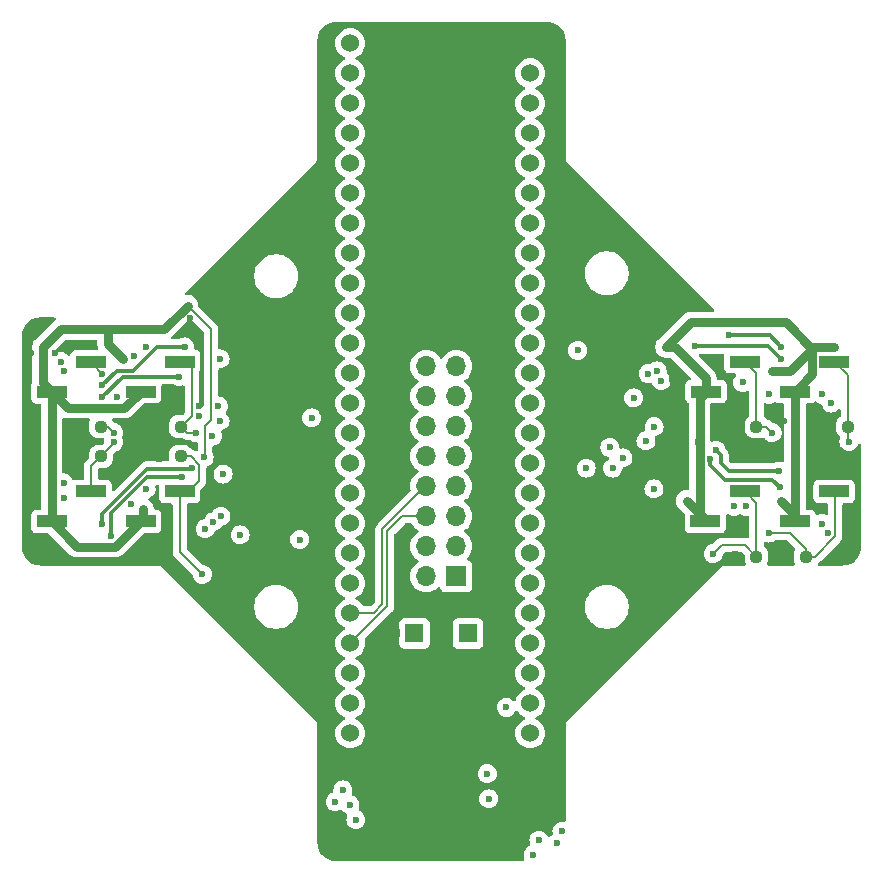
<source format=gbr>
%TF.GenerationSoftware,KiCad,Pcbnew,8.0.1*%
%TF.CreationDate,2024-04-19T02:09:13-07:00*%
%TF.ProjectId,CMOD_A7_Lower,434d4f44-5f41-4375-9f4c-6f7765722e6b,rev?*%
%TF.SameCoordinates,Original*%
%TF.FileFunction,Copper,L4,Bot*%
%TF.FilePolarity,Positive*%
%FSLAX46Y46*%
G04 Gerber Fmt 4.6, Leading zero omitted, Abs format (unit mm)*
G04 Created by KiCad (PCBNEW 8.0.1) date 2024-04-19 02:09:13*
%MOMM*%
%LPD*%
G01*
G04 APERTURE LIST*
G04 Aperture macros list*
%AMRoundRect*
0 Rectangle with rounded corners*
0 $1 Rounding radius*
0 $2 $3 $4 $5 $6 $7 $8 $9 X,Y pos of 4 corners*
0 Add a 4 corners polygon primitive as box body*
4,1,4,$2,$3,$4,$5,$6,$7,$8,$9,$2,$3,0*
0 Add four circle primitives for the rounded corners*
1,1,$1+$1,$2,$3*
1,1,$1+$1,$4,$5*
1,1,$1+$1,$6,$7*
1,1,$1+$1,$8,$9*
0 Add four rect primitives between the rounded corners*
20,1,$1+$1,$2,$3,$4,$5,0*
20,1,$1+$1,$4,$5,$6,$7,0*
20,1,$1+$1,$6,$7,$8,$9,0*
20,1,$1+$1,$8,$9,$2,$3,0*%
G04 Aperture macros list end*
%TA.AperFunction,ComponentPad*%
%ADD10R,1.600000X1.600000*%
%TD*%
%TA.AperFunction,ComponentPad*%
%ADD11C,1.600000*%
%TD*%
%TA.AperFunction,ComponentPad*%
%ADD12R,1.700000X1.700000*%
%TD*%
%TA.AperFunction,ComponentPad*%
%ADD13O,1.700000X1.700000*%
%TD*%
%TA.AperFunction,SMDPad,CuDef*%
%ADD14R,2.510000X1.000000*%
%TD*%
%TA.AperFunction,SMDPad,CuDef*%
%ADD15RoundRect,0.237500X0.250000X0.237500X-0.250000X0.237500X-0.250000X-0.237500X0.250000X-0.237500X0*%
%TD*%
%TA.AperFunction,ComponentPad*%
%ADD16C,1.524000*%
%TD*%
%TA.AperFunction,ComponentPad*%
%ADD17RoundRect,0.381000X-0.381000X-0.381000X0.381000X-0.381000X0.381000X0.381000X-0.381000X0.381000X0*%
%TD*%
%TA.AperFunction,ViaPad*%
%ADD18C,0.600000*%
%TD*%
%TA.AperFunction,Conductor*%
%ADD19C,0.200000*%
%TD*%
%TA.AperFunction,Conductor*%
%ADD20C,0.800000*%
%TD*%
%TA.AperFunction,Conductor*%
%ADD21C,0.300000*%
%TD*%
G04 APERTURE END LIST*
D10*
%TO.P,C9,1*%
%TO.N,+12V*%
X88250000Y-104250000D03*
D11*
%TO.P,C9,2*%
%TO.N,GND*%
X90250000Y-104250000D03*
%TD*%
D12*
%TO.P,J17,1,Pin_1*%
%TO.N,+12V*%
X87250000Y-99410000D03*
D13*
%TO.P,J17,2,Pin_2*%
%TO.N,+3.3V*%
X84710000Y-99410000D03*
%TO.P,J17,3,Pin_3*%
%TO.N,+12V*%
X87250000Y-96870000D03*
%TO.P,J17,4,Pin_4*%
%TO.N,+3.3V*%
X84710000Y-96870000D03*
%TO.P,J17,5,Pin_5*%
%TO.N,/FPGA5*%
X87250000Y-94330000D03*
%TO.P,J17,6,Pin_6*%
%TO.N,/SDA*%
X84710000Y-94330000D03*
%TO.P,J17,7,Pin_7*%
%TO.N,/FPGA4*%
X87250000Y-91790000D03*
%TO.P,J17,8,Pin_8*%
%TO.N,/SCL*%
X84710000Y-91790000D03*
%TO.P,J17,9,Pin_9*%
%TO.N,/FPGA3*%
X87250000Y-89250000D03*
%TO.P,J17,10,Pin_10*%
%TO.N,/FPGA9*%
X84710000Y-89250000D03*
%TO.P,J17,11,Pin_11*%
%TO.N,/FPGA2*%
X87250000Y-86710000D03*
%TO.P,J17,12,Pin_12*%
%TO.N,/FPGA8*%
X84710000Y-86710000D03*
%TO.P,J17,13,Pin_13*%
%TO.N,/FPGA1*%
X87250000Y-84170000D03*
%TO.P,J17,14,Pin_14*%
%TO.N,/FPGA7*%
X84710000Y-84170000D03*
%TO.P,J17,15,Pin_15*%
%TO.N,/FPGA0*%
X87250000Y-81630000D03*
%TO.P,J17,16,Pin_16*%
%TO.N,/FPGA6*%
X84710000Y-81630000D03*
%TO.P,J17,17,Pin_17*%
%TO.N,GND*%
X87250000Y-79090000D03*
%TO.P,J17,18,Pin_18*%
X84710000Y-79090000D03*
%TO.P,J17,19,Pin_19*%
X87250000Y-76550000D03*
%TO.P,J17,20,Pin_20*%
X84710000Y-76550000D03*
%TD*%
D10*
%TO.P,C10,1*%
%TO.N,+3.3V*%
X83705113Y-104250000D03*
D11*
%TO.P,C10,2*%
%TO.N,GND*%
X81705113Y-104250000D03*
%TD*%
D14*
%TO.P,J9,1,Pin_1*%
%TO.N,+3.3V*%
X53000000Y-83790000D03*
%TO.P,J9,2,Pin_2*%
%TO.N,/SW_00*%
X56310000Y-81250000D03*
%TD*%
%TO.P,J11,1,Pin_1*%
%TO.N,+3.3V*%
X60520000Y-83770000D03*
%TO.P,J11,2,Pin_2*%
%TO.N,/SW_10*%
X63830000Y-81230000D03*
%TD*%
%TO.P,J13,1,Pin_1*%
%TO.N,+3.3V*%
X108395000Y-83770000D03*
%TO.P,J13,2,Pin_2*%
%TO.N,/SW_20*%
X111705000Y-81230000D03*
%TD*%
D15*
%TO.P,R3,1*%
%TO.N,/SW_10*%
X63912500Y-86750000D03*
%TO.P,R3,2*%
%TO.N,GND*%
X62087500Y-86750000D03*
%TD*%
D14*
%TO.P,J10,1,Pin_1*%
%TO.N,+3.3V*%
X53020000Y-94770000D03*
%TO.P,J10,2,Pin_2*%
%TO.N,/SW_01*%
X56330000Y-92230000D03*
%TD*%
D16*
%TO.P,U5,1,D1*%
%TO.N,/FPGA9*%
X78270000Y-112700000D03*
%TO.P,U5,2,D2*%
%TO.N,/FPGA8*%
X78270000Y-110160000D03*
%TO.P,U5,3,D3*%
%TO.N,/FPGA7*%
X78270000Y-107620000D03*
%TO.P,U5,4,D4*%
%TO.N,/SDA*%
X78270000Y-105080000D03*
%TO.P,U5,5,D5*%
%TO.N,/SCL*%
X78270000Y-102540000D03*
%TO.P,U5,6,D6*%
%TO.N,/INA_10*%
X78270000Y-100000000D03*
%TO.P,U5,7,D7*%
%TO.N,/INB_10*%
X78270000Y-97460000D03*
%TO.P,U5,8,D8*%
%TO.N,/INA_11*%
X78270000Y-94920000D03*
%TO.P,U5,9,D9*%
%TO.N,/INB_11*%
X78270000Y-92380000D03*
%TO.P,U5,10,D10*%
%TO.N,/INA_00*%
X78270000Y-89840000D03*
%TO.P,U5,11,D11*%
%TO.N,/INB_00*%
X78270000Y-87300000D03*
%TO.P,U5,12,D12*%
%TO.N,/INA_01*%
X78270000Y-84760000D03*
%TO.P,U5,13,D13*%
%TO.N,/INB_01*%
X78270000Y-82220000D03*
%TO.P,U5,14,D14*%
%TO.N,/EA_11*%
X78270000Y-79680000D03*
%TO.P,U5,15,A1*%
%TO.N,unconnected-(U5-A1-Pad15)*%
X78270000Y-77140000D03*
%TO.P,U5,16,A2*%
%TO.N,unconnected-(U5-A2-Pad16)*%
X78270000Y-74600000D03*
%TO.P,U5,17,D17*%
%TO.N,/EB_11*%
X78270000Y-72060000D03*
%TO.P,U5,18,D18*%
%TO.N,/EA_10*%
X78270000Y-69520000D03*
%TO.P,U5,19,D19*%
%TO.N,/EB_10*%
X78270000Y-66980000D03*
%TO.P,U5,20,D20*%
%TO.N,/EA_01*%
X78270000Y-64440000D03*
%TO.P,U5,21,D21*%
%TO.N,/EB_01*%
X78270000Y-61900000D03*
%TO.P,U5,22,D22*%
%TO.N,/EA_00*%
X78270000Y-59360000D03*
%TO.P,U5,23,D23*%
%TO.N,/EB_00*%
X78270000Y-56820000D03*
%TO.P,U5,24,VIN*%
%TO.N,+3.3V*%
X78270000Y-54280000D03*
D17*
%TO.P,U5,25,GND*%
%TO.N,GND*%
X93510000Y-54280000D03*
D16*
%TO.P,U5,26,D26*%
%TO.N,/EB_20*%
X93510000Y-56820000D03*
%TO.P,U5,27,D27*%
%TO.N,/EA_20*%
X93510000Y-59360000D03*
%TO.P,U5,28,D28*%
%TO.N,/EB_21*%
X93510000Y-61900000D03*
%TO.P,U5,29,D29*%
%TO.N,/EA_21*%
X93510000Y-64440000D03*
%TO.P,U5,30,D30*%
%TO.N,/EB_30*%
X93510000Y-66980000D03*
%TO.P,U5,31,D31*%
%TO.N,/EA_30*%
X93510000Y-69520000D03*
%TO.P,U5,32,D32*%
%TO.N,/EB_31*%
X93510000Y-72060000D03*
%TO.P,U5,33,D33*%
%TO.N,/FPGA0*%
X93510000Y-74600000D03*
%TO.P,U5,34,D34*%
%TO.N,/FPGA1*%
X93510000Y-77140000D03*
%TO.P,U5,35,D35*%
%TO.N,/EA_31*%
X93510000Y-79680000D03*
%TO.P,U5,36,D36*%
%TO.N,/INB_21*%
X93510000Y-82220000D03*
%TO.P,U5,37,D37*%
%TO.N,/INA_21*%
X93510000Y-84760000D03*
%TO.P,U5,38,D38*%
%TO.N,/INB_20*%
X93510000Y-87300000D03*
%TO.P,U5,39,D39*%
%TO.N,/INA_20*%
X93510000Y-89840000D03*
%TO.P,U5,40,D40*%
%TO.N,/INB_31*%
X93510000Y-92380000D03*
%TO.P,U5,41,D41*%
%TO.N,/INA_31*%
X93510000Y-94920000D03*
%TO.P,U5,42,D42*%
%TO.N,/INB_30*%
X93510000Y-97460000D03*
%TO.P,U5,43,D43*%
%TO.N,/INA_30*%
X93510000Y-100000000D03*
%TO.P,U5,44,D44*%
%TO.N,/FPGA2*%
X93510000Y-102540000D03*
%TO.P,U5,45,D45*%
%TO.N,/FPGA3*%
X93510000Y-105080000D03*
%TO.P,U5,46,D46*%
%TO.N,/FPGA4*%
X93510000Y-107620000D03*
%TO.P,U5,47,D47*%
%TO.N,/FPGA5*%
X93510000Y-110160000D03*
%TO.P,U5,48,D48*%
%TO.N,/FPGA6*%
X93510000Y-112700000D03*
%TD*%
D15*
%TO.P,R6,1*%
%TO.N,/SW_21*%
X112662500Y-97750000D03*
%TO.P,R6,2*%
%TO.N,GND*%
X110837500Y-97750000D03*
%TD*%
%TO.P,R2,1*%
%TO.N,/SW_01*%
X57162500Y-89250000D03*
%TO.P,R2,2*%
%TO.N,GND*%
X55337500Y-89250000D03*
%TD*%
D14*
%TO.P,J14,1,Pin_1*%
%TO.N,+3.3V*%
X108345000Y-94770000D03*
%TO.P,J14,2,Pin_2*%
%TO.N,/SW_21*%
X111655000Y-92230000D03*
%TD*%
%TO.P,J12,1,Pin_1*%
%TO.N,+3.3V*%
X60520000Y-94770000D03*
%TO.P,J12,2,Pin_2*%
%TO.N,/SW_11*%
X63830000Y-92230000D03*
%TD*%
D15*
%TO.P,R8,1*%
%TO.N,/SW_31*%
X116825000Y-97750000D03*
%TO.P,R8,2*%
%TO.N,GND*%
X115000000Y-97750000D03*
%TD*%
D14*
%TO.P,J16,1,Pin_1*%
%TO.N,+3.3V*%
X115940000Y-94770000D03*
%TO.P,J16,2,Pin_2*%
%TO.N,/SW_31*%
X119250000Y-92230000D03*
%TD*%
D15*
%TO.P,R1,1*%
%TO.N,/SW_00*%
X57162500Y-86750000D03*
%TO.P,R1,2*%
%TO.N,GND*%
X55337500Y-86750000D03*
%TD*%
%TO.P,R7,1*%
%TO.N,/SW_30*%
X120412500Y-86750000D03*
%TO.P,R7,2*%
%TO.N,GND*%
X118587500Y-86750000D03*
%TD*%
%TO.P,R5,1*%
%TO.N,/SW_20*%
X112662500Y-86750000D03*
%TO.P,R5,2*%
%TO.N,GND*%
X110837500Y-86750000D03*
%TD*%
%TO.P,R4,1*%
%TO.N,/SW_11*%
X63912500Y-89250000D03*
%TO.P,R4,2*%
%TO.N,GND*%
X62087500Y-89250000D03*
%TD*%
D14*
%TO.P,J15,1,Pin_1*%
%TO.N,+3.3V*%
X115940000Y-83770000D03*
%TO.P,J15,2,Pin_2*%
%TO.N,/SW_30*%
X119250000Y-81230000D03*
%TD*%
D18*
%TO.N,GND*%
X114000000Y-96750000D03*
X51750000Y-91750000D03*
X54250000Y-88000000D03*
X65500000Y-85000000D03*
X51250000Y-80500000D03*
X104750000Y-88000000D03*
X64712132Y-77560662D03*
X117250000Y-88000000D03*
X109000000Y-86750000D03*
X101000000Y-94250000D03*
X115000000Y-86250000D03*
X105500000Y-82750000D03*
X58500000Y-84250000D03*
X91750000Y-88750000D03*
X61000000Y-88250000D03*
X53250000Y-80500000D03*
%TO.N,/VM0*%
X67250000Y-81000000D03*
%TO.N,/VM2*%
X104000000Y-86750000D03*
%TO.N,/VM1*%
X67506372Y-90756372D03*
%TO.N,/VM3*%
X103988603Y-92011397D03*
%TO.N,+3.3V*%
X105000000Y-80000000D03*
X59000000Y-81000000D03*
X53000000Y-93750000D03*
X60750000Y-93750000D03*
X107750000Y-88000000D03*
X114750000Y-93000000D03*
X52250000Y-82000000D03*
X106750000Y-93000000D03*
X114000000Y-82000000D03*
X65898111Y-89350000D03*
X64500000Y-76500000D03*
X119250000Y-80000000D03*
%TO.N,/MA_00*%
X63750000Y-82500000D03*
X57250000Y-84250000D03*
%TO.N,/EB_00*%
X53747017Y-81241051D03*
%TO.N,/MB_00*%
X57250000Y-83250000D03*
X64250000Y-80000000D03*
%TO.N,/EA_00*%
X54000000Y-82000000D03*
%TO.N,/EB_20*%
X113750000Y-84000000D03*
%TO.N,/EA_20*%
X111500000Y-83000000D03*
%TO.N,/EB_01*%
X61000000Y-80000000D03*
%TO.N,/EA_01*%
X60000000Y-80750000D03*
%TO.N,/EA_21*%
X119000000Y-84750000D03*
%TO.N,/MB_21*%
X114750000Y-81000000D03*
X107424265Y-79924265D03*
%TO.N,/EB_21*%
X118250000Y-84000000D03*
%TO.N,/MA_21*%
X110351472Y-79000000D03*
X114750000Y-79965533D03*
%TO.N,/EA_10*%
X54000000Y-92750000D03*
%TO.N,/EB_10*%
X54000000Y-91500000D03*
%TO.N,/MB_10*%
X57250000Y-95000000D03*
X64900000Y-90250000D03*
%TO.N,/MA_10*%
X58000000Y-96000000D03*
X64000000Y-91000000D03*
%TO.N,/EA_30*%
X110750000Y-93500000D03*
%TO.N,/EB_30*%
X111750000Y-93500000D03*
%TO.N,/EA_11*%
X59750000Y-93250000D03*
%TO.N,/EB_11*%
X61000000Y-92000000D03*
%TO.N,/EB_31*%
X118250000Y-94950000D03*
%TO.N,/MB_31*%
X108750000Y-89500000D03*
X114625000Y-91875000D03*
%TO.N,/MA_31*%
X109250000Y-88750000D03*
X114549265Y-90500000D03*
%TO.N,/EA_31*%
X118750000Y-95750000D03*
%TO.N,/SW_00*%
X57250000Y-82250000D03*
X58250000Y-87250000D03*
X77650000Y-117500000D03*
%TO.N,/SW_01*%
X58250000Y-88050003D03*
X77000000Y-118500000D03*
%TO.N,/SW_10*%
X78250000Y-118750000D03*
X65250000Y-87250000D03*
%TO.N,/SW_11*%
X65750000Y-99250000D03*
X78744954Y-120013877D03*
%TO.N,/SW_20*%
X114000000Y-87250000D03*
X93750000Y-123000000D03*
%TO.N,/SW_21*%
X95750000Y-122000000D03*
X109000000Y-97500000D03*
%TO.N,/SW_30*%
X94250000Y-121750000D03*
X120500000Y-88000000D03*
%TO.N,/SW_31*%
X96200000Y-121000000D03*
X113750000Y-95750000D03*
%TO.N,+12V*%
X98250000Y-90250000D03*
X97537500Y-80287500D03*
X75000000Y-86000000D03*
X74000000Y-96300000D03*
%TO.N,/SDA*%
X89875000Y-116125000D03*
%TO.N,/SCL*%
X90000000Y-118250000D03*
%TO.N,/INA_01*%
X67100000Y-85000000D03*
%TO.N,/INA_00*%
X66600000Y-87545074D03*
%TO.N,/INB_00*%
X67250000Y-86250000D03*
%TO.N,/INB_01*%
X65500000Y-85800003D03*
%TO.N,/INA_21*%
X104264656Y-82014058D03*
%TO.N,/INB_20*%
X103500000Y-82249231D03*
%TO.N,/INA_20*%
X102266686Y-84306205D03*
%TO.N,/INB_21*%
X104595804Y-82835664D03*
%TO.N,/INB_11*%
X67325735Y-94325735D03*
%TO.N,/INA_11*%
X66681709Y-94800324D03*
%TO.N,/INB_10*%
X66000000Y-95377423D03*
%TO.N,/INA_10*%
X68950636Y-95900000D03*
%TO.N,/INA_30*%
X100500000Y-90250000D03*
%TO.N,/INB_31*%
X103310662Y-87939338D03*
%TO.N,/INB_30*%
X101363603Y-89386397D03*
%TO.N,/INA_31*%
X100250000Y-88500000D03*
%TO.N,/FPGA5*%
X91500000Y-110500000D03*
%TD*%
D19*
%TO.N,GND*%
X62050000Y-87200000D02*
X61000000Y-88250000D01*
X115000000Y-97750000D02*
X114000000Y-96750000D01*
X62050000Y-86750000D02*
X62050000Y-87200000D01*
D20*
%TO.N,+3.3V*%
X64500000Y-76500000D02*
X62500000Y-78500000D01*
X55150000Y-96900000D02*
X58390000Y-96900000D01*
X115150000Y-77900000D02*
X117395000Y-80145000D01*
X59000000Y-81000000D02*
X57750000Y-79750000D01*
X119250000Y-80000000D02*
X117540000Y-80000000D01*
X107850000Y-84315000D02*
X107850000Y-94275000D01*
X106750000Y-93000000D02*
X108345000Y-94595000D01*
X107100000Y-77900000D02*
X115150000Y-77900000D01*
X117540000Y-80000000D02*
X117395000Y-80145000D01*
X105750000Y-80000000D02*
X108395000Y-82645000D01*
D19*
X66500000Y-78500000D02*
X64500000Y-76500000D01*
X65898111Y-89350000D02*
X66000000Y-89248111D01*
D20*
X52250000Y-83040000D02*
X53000000Y-83790000D01*
X53000000Y-94750000D02*
X53020000Y-94770000D01*
D19*
X66000000Y-86676838D02*
X66500000Y-86176838D01*
D20*
X59140000Y-85150000D02*
X60520000Y-83770000D01*
X53750000Y-78500000D02*
X52250000Y-80000000D01*
X58750000Y-78500000D02*
X57750000Y-78500000D01*
X108395000Y-82645000D02*
X108395000Y-83770000D01*
X54360000Y-85150000D02*
X59140000Y-85150000D01*
X53020000Y-94770000D02*
X55150000Y-96900000D01*
X115940000Y-94190000D02*
X115940000Y-94770000D01*
X53000000Y-83790000D02*
X54360000Y-85150000D01*
D19*
X66000000Y-89248111D02*
X66000000Y-86676838D01*
D20*
X53000000Y-92750000D02*
X53000000Y-94750000D01*
X108395000Y-83770000D02*
X107850000Y-84315000D01*
X114750000Y-93000000D02*
X115940000Y-94190000D01*
X107850000Y-94275000D02*
X108345000Y-94770000D01*
X117395000Y-82315000D02*
X115940000Y-83770000D01*
X115940000Y-83770000D02*
X115940000Y-94770000D01*
X115540000Y-82000000D02*
X117395000Y-80145000D01*
X105000000Y-80000000D02*
X105750000Y-80000000D01*
X52250000Y-80000000D02*
X52250000Y-83040000D01*
X57750000Y-79750000D02*
X57750000Y-78500000D01*
X53000000Y-83790000D02*
X53000000Y-92750000D01*
X58390000Y-96900000D02*
X60520000Y-94770000D01*
X57750000Y-78500000D02*
X53750000Y-78500000D01*
X114000000Y-82000000D02*
X115540000Y-82000000D01*
X108345000Y-94595000D02*
X108345000Y-94770000D01*
X117395000Y-80145000D02*
X117395000Y-82315000D01*
D19*
X66500000Y-86176838D02*
X66500000Y-78500000D01*
D20*
X60750000Y-94540000D02*
X60520000Y-94770000D01*
X62500000Y-78500000D02*
X58750000Y-78500000D01*
X105000000Y-80000000D02*
X107100000Y-77900000D01*
X60750000Y-93750000D02*
X60750000Y-94540000D01*
D21*
%TO.N,/MA_00*%
X63750000Y-82500000D02*
X59000000Y-82500000D01*
X59000000Y-82500000D02*
X57250000Y-84250000D01*
%TO.N,/MB_00*%
X61919239Y-80000000D02*
X59919239Y-82000000D01*
X59919239Y-82000000D02*
X58500000Y-82000000D01*
X58500000Y-82000000D02*
X57250000Y-83250000D01*
X64250000Y-80000000D02*
X61919239Y-80000000D01*
%TO.N,/MB_21*%
X113674265Y-79924265D02*
X114750000Y-81000000D01*
X107424265Y-79924265D02*
X113674265Y-79924265D01*
%TO.N,/MA_21*%
X113784467Y-79000000D02*
X114750000Y-79965533D01*
X110351472Y-79000000D02*
X113784467Y-79000000D01*
%TO.N,/MB_10*%
X64850000Y-90300000D02*
X61073655Y-90300000D01*
X61073655Y-90300000D02*
X57250000Y-94123655D01*
X57250000Y-94123655D02*
X57250000Y-95000000D01*
X64900000Y-90250000D02*
X64850000Y-90300000D01*
%TO.N,/MA_10*%
X64000000Y-91000000D02*
X61080761Y-91000000D01*
X58000000Y-94080761D02*
X58000000Y-96000000D01*
X61080761Y-91000000D02*
X58000000Y-94080761D01*
%TO.N,/MB_31*%
X110000000Y-91250000D02*
X114000000Y-91250000D01*
X114000000Y-91250000D02*
X114625000Y-91875000D01*
X108750000Y-90000000D02*
X110000000Y-91250000D01*
X108750000Y-89500000D02*
X108750000Y-90000000D01*
%TO.N,/MA_31*%
X110315686Y-90500000D02*
X114549265Y-90500000D01*
X109657843Y-89842157D02*
X109657843Y-89157843D01*
X109657843Y-89157843D02*
X109250000Y-88750000D01*
X109657843Y-89842157D02*
X110315686Y-90500000D01*
D19*
%TO.N,/SW_00*%
X57162500Y-86750000D02*
X57750000Y-86750000D01*
X57250000Y-82250000D02*
X56310000Y-81310000D01*
X57750000Y-86750000D02*
X58250000Y-87250000D01*
X56310000Y-81310000D02*
X56310000Y-81250000D01*
%TO.N,/SW_01*%
X58250000Y-88050003D02*
X58250000Y-88162500D01*
X56330000Y-92230000D02*
X56330000Y-90082500D01*
X58250000Y-88162500D02*
X57162500Y-89250000D01*
X56330000Y-90082500D02*
X57162500Y-89250000D01*
%TO.N,/SW_10*%
X63950000Y-86750000D02*
X64450000Y-87250000D01*
X64585000Y-81230000D02*
X64850000Y-81495000D01*
X63830000Y-81230000D02*
X64585000Y-81230000D01*
X64450000Y-87250000D02*
X65250000Y-87250000D01*
X64850000Y-81495000D02*
X64850000Y-85850000D01*
X64850000Y-85850000D02*
X63950000Y-86750000D01*
%TO.N,/SW_11*%
X63830000Y-97330000D02*
X63830000Y-92230000D01*
X64585000Y-92230000D02*
X65500000Y-91315000D01*
X65750000Y-99250000D02*
X63830000Y-97330000D01*
X64750000Y-89250000D02*
X63912500Y-89250000D01*
X65500000Y-91315000D02*
X65500000Y-90000000D01*
X65500000Y-90000000D02*
X64750000Y-89250000D01*
X63830000Y-92230000D02*
X64585000Y-92230000D01*
%TO.N,/SW_20*%
X112662500Y-82187500D02*
X112662500Y-86750000D01*
X113500000Y-86750000D02*
X114000000Y-87250000D01*
X112662500Y-86750000D02*
X113500000Y-86750000D01*
X111705000Y-81230000D02*
X112662500Y-82187500D01*
%TO.N,/SW_21*%
X112662500Y-97750000D02*
X111662500Y-96750000D01*
X112662500Y-93237500D02*
X112662500Y-97750000D01*
X111655000Y-92230000D02*
X112662500Y-93237500D01*
X111662500Y-96750000D02*
X109750000Y-96750000D01*
X109750000Y-96750000D02*
X109000000Y-97500000D01*
%TO.N,/SW_30*%
X119250000Y-81230000D02*
X120412500Y-82392500D01*
X120500000Y-88000000D02*
X120412500Y-87912500D01*
X120412500Y-82392500D02*
X120412500Y-86750000D01*
X120412500Y-87912500D02*
X120412500Y-86750000D01*
%TO.N,/SW_31*%
X119350000Y-92330000D02*
X119350000Y-95998529D01*
X116825000Y-97075000D02*
X116825000Y-97750000D01*
X117598529Y-97750000D02*
X116825000Y-97750000D01*
X113750000Y-95750000D02*
X115500000Y-95750000D01*
X119250000Y-92230000D02*
X119350000Y-92330000D01*
X119350000Y-95998529D02*
X117598529Y-97750000D01*
X115500000Y-95750000D02*
X116825000Y-97075000D01*
%TO.N,/SDA*%
X81400000Y-95600000D02*
X82670000Y-94330000D01*
X82670000Y-94330000D02*
X84710000Y-94330000D01*
X78270000Y-105080000D02*
X81400000Y-101950000D01*
X81400000Y-101950000D02*
X81400000Y-95600000D01*
%TO.N,/SCL*%
X81000000Y-101784314D02*
X81000000Y-95434314D01*
X80244314Y-102540000D02*
X81000000Y-101784314D01*
X81000000Y-95434314D02*
X84644314Y-91790000D01*
X78270000Y-102540000D02*
X80244314Y-102540000D01*
X84644314Y-91790000D02*
X84710000Y-91790000D01*
%TD*%
%TA.AperFunction,Conductor*%
%TO.N,GND*%
G36*
X95004418Y-52500816D02*
G01*
X95204561Y-52515130D01*
X95222063Y-52517647D01*
X95413797Y-52559355D01*
X95430755Y-52564334D01*
X95614609Y-52632909D01*
X95630701Y-52640259D01*
X95802904Y-52734288D01*
X95817784Y-52743849D01*
X95974867Y-52861441D01*
X95988237Y-52873027D01*
X96126972Y-53011762D01*
X96138558Y-53025132D01*
X96256146Y-53182210D01*
X96265711Y-53197095D01*
X96359740Y-53369298D01*
X96367090Y-53385390D01*
X96435662Y-53569236D01*
X96440646Y-53586212D01*
X96482351Y-53777931D01*
X96484869Y-53795442D01*
X96499184Y-53995580D01*
X96499500Y-54004427D01*
X96499500Y-64065891D01*
X96533608Y-64193187D01*
X96566554Y-64250250D01*
X96599500Y-64307314D01*
X102909721Y-70617535D01*
X109080006Y-76787819D01*
X109113491Y-76849142D01*
X109108507Y-76918834D01*
X109066635Y-76974767D01*
X109001171Y-76999184D01*
X108992325Y-76999500D01*
X107011306Y-76999500D01*
X106837341Y-77034103D01*
X106837332Y-77034106D01*
X106673459Y-77101983D01*
X106673446Y-77101990D01*
X106525966Y-77200534D01*
X106525964Y-77200537D01*
X104300537Y-79425962D01*
X104300534Y-79425965D01*
X104287457Y-79445538D01*
X104201988Y-79573449D01*
X104178641Y-79629816D01*
X104134105Y-79737333D01*
X104134103Y-79737341D01*
X104099500Y-79911303D01*
X104099500Y-80088696D01*
X104134103Y-80262659D01*
X104134104Y-80262663D01*
X104134105Y-80262666D01*
X104155806Y-80315055D01*
X104159526Y-80324036D01*
X104201988Y-80426550D01*
X104256191Y-80507669D01*
X104256191Y-80507670D01*
X104300532Y-80574031D01*
X104300538Y-80574039D01*
X104425961Y-80699462D01*
X104482642Y-80737335D01*
X104573448Y-80798010D01*
X104573449Y-80798010D01*
X104573453Y-80798013D01*
X104642911Y-80826783D01*
X104737334Y-80865895D01*
X104911303Y-80900499D01*
X104911307Y-80900500D01*
X104911308Y-80900500D01*
X104911309Y-80900500D01*
X105325638Y-80900500D01*
X105392677Y-80920185D01*
X105413319Y-80936819D01*
X107056238Y-82579738D01*
X107089723Y-82641061D01*
X107084739Y-82710753D01*
X107042867Y-82766686D01*
X107011891Y-82783601D01*
X106897669Y-82826203D01*
X106897664Y-82826206D01*
X106782455Y-82912452D01*
X106782452Y-82912455D01*
X106696206Y-83027664D01*
X106696202Y-83027671D01*
X106645908Y-83162517D01*
X106640306Y-83214630D01*
X106639501Y-83222123D01*
X106639500Y-83222135D01*
X106639500Y-84317870D01*
X106639501Y-84317876D01*
X106645908Y-84377483D01*
X106696202Y-84512328D01*
X106696206Y-84512335D01*
X106750542Y-84584917D01*
X106782454Y-84627546D01*
X106897669Y-84713796D01*
X106897670Y-84713796D01*
X106899811Y-84715399D01*
X106941682Y-84771333D01*
X106949500Y-84814666D01*
X106949500Y-87948085D01*
X106948720Y-87961969D01*
X106944435Y-87999998D01*
X106944435Y-88000001D01*
X106948720Y-88038029D01*
X106949500Y-88051914D01*
X106949500Y-91975500D01*
X106929815Y-92042539D01*
X106877011Y-92088294D01*
X106825500Y-92099500D01*
X106661303Y-92099500D01*
X106487341Y-92134103D01*
X106487333Y-92134105D01*
X106323451Y-92201988D01*
X106175965Y-92300534D01*
X106175958Y-92300540D01*
X106050540Y-92425958D01*
X106050534Y-92425965D01*
X105951988Y-92573451D01*
X105884105Y-92737333D01*
X105884103Y-92737341D01*
X105849500Y-92911303D01*
X105849500Y-93088696D01*
X105884103Y-93262658D01*
X105884105Y-93262666D01*
X105951988Y-93426548D01*
X106050534Y-93574034D01*
X106050540Y-93574041D01*
X106558143Y-94081643D01*
X106591628Y-94142966D01*
X106593752Y-94182577D01*
X106592457Y-94194621D01*
X106589501Y-94222123D01*
X106589500Y-94222130D01*
X106589500Y-95317870D01*
X106589501Y-95317876D01*
X106595908Y-95377483D01*
X106646202Y-95512328D01*
X106646206Y-95512335D01*
X106732452Y-95627544D01*
X106732455Y-95627547D01*
X106847664Y-95713793D01*
X106847671Y-95713797D01*
X106982517Y-95764091D01*
X106982516Y-95764091D01*
X106989444Y-95764835D01*
X107042127Y-95770500D01*
X109647872Y-95770499D01*
X109707483Y-95764091D01*
X109842331Y-95713796D01*
X109957546Y-95627546D01*
X110043796Y-95512331D01*
X110094091Y-95377483D01*
X110100500Y-95317873D01*
X110100499Y-94261659D01*
X110120183Y-94194621D01*
X110172987Y-94148866D01*
X110242146Y-94138922D01*
X110290469Y-94156666D01*
X110312499Y-94170508D01*
X110400475Y-94225788D01*
X110570745Y-94285368D01*
X110570750Y-94285369D01*
X110749996Y-94305565D01*
X110750000Y-94305565D01*
X110750004Y-94305565D01*
X110929249Y-94285369D01*
X110929252Y-94285368D01*
X110929255Y-94285368D01*
X111099522Y-94225789D01*
X111101310Y-94224666D01*
X111184027Y-94172691D01*
X111251264Y-94153690D01*
X111315973Y-94172691D01*
X111400475Y-94225788D01*
X111570745Y-94285368D01*
X111570750Y-94285369D01*
X111749996Y-94305565D01*
X111750000Y-94305565D01*
X111750003Y-94305565D01*
X111924116Y-94285947D01*
X111992938Y-94298001D01*
X112044318Y-94345350D01*
X112062000Y-94409167D01*
X112062000Y-96074313D01*
X112042315Y-96141352D01*
X111989511Y-96187107D01*
X111920353Y-96197051D01*
X111902252Y-96192087D01*
X111902135Y-96192527D01*
X111894286Y-96190424D01*
X111894285Y-96190423D01*
X111741557Y-96149499D01*
X111583443Y-96149499D01*
X111575847Y-96149499D01*
X111575831Y-96149500D01*
X109829057Y-96149500D01*
X109670943Y-96149500D01*
X109518215Y-96190423D01*
X109518214Y-96190423D01*
X109518212Y-96190424D01*
X109518209Y-96190425D01*
X109480965Y-96211929D01*
X109480963Y-96211930D01*
X109381290Y-96269475D01*
X109381282Y-96269481D01*
X109269478Y-96381286D01*
X108981465Y-96669298D01*
X108920142Y-96702783D01*
X108907668Y-96704837D01*
X108820750Y-96714630D01*
X108650478Y-96774210D01*
X108497737Y-96870184D01*
X108370184Y-96997737D01*
X108274211Y-97150476D01*
X108214631Y-97320745D01*
X108214630Y-97320750D01*
X108194435Y-97499996D01*
X108194435Y-97500003D01*
X108214630Y-97679249D01*
X108214631Y-97679254D01*
X108274211Y-97849523D01*
X108357430Y-97981964D01*
X108370184Y-98002262D01*
X108497738Y-98129816D01*
X108510370Y-98137753D01*
X108648991Y-98224855D01*
X108650478Y-98225789D01*
X108752420Y-98261460D01*
X108820745Y-98285368D01*
X108820750Y-98285369D01*
X108999996Y-98305565D01*
X109000000Y-98305565D01*
X109000004Y-98305565D01*
X109179249Y-98285369D01*
X109179252Y-98285368D01*
X109179255Y-98285368D01*
X109349522Y-98225789D01*
X109502262Y-98129816D01*
X109629816Y-98002262D01*
X109725789Y-97849522D01*
X109785368Y-97679255D01*
X109795161Y-97592329D01*
X109822226Y-97527918D01*
X109830679Y-97518554D01*
X109962417Y-97386817D01*
X110023740Y-97353334D01*
X110050097Y-97350500D01*
X111362403Y-97350500D01*
X111429442Y-97370185D01*
X111450084Y-97386819D01*
X111638181Y-97574916D01*
X111671666Y-97636239D01*
X111674500Y-97662597D01*
X111674500Y-98036669D01*
X111674501Y-98036687D01*
X111684825Y-98137752D01*
X111693026Y-98162500D01*
X111739092Y-98301516D01*
X111741589Y-98305565D01*
X111744574Y-98310403D01*
X111763014Y-98377796D01*
X111742091Y-98444459D01*
X111688449Y-98489229D01*
X111639035Y-98499500D01*
X109934107Y-98499500D01*
X109841883Y-98524211D01*
X109841882Y-98524210D01*
X109806815Y-98533607D01*
X109806814Y-98533607D01*
X109692686Y-98599500D01*
X109692683Y-98599502D01*
X109599498Y-98692688D01*
X96675245Y-111616940D01*
X96675244Y-111616940D01*
X96675245Y-111616941D01*
X96599500Y-111692686D01*
X96533608Y-111806812D01*
X96499500Y-111934108D01*
X96499500Y-120089424D01*
X96479815Y-120156463D01*
X96427011Y-120202218D01*
X96361617Y-120212644D01*
X96200004Y-120194435D01*
X96199996Y-120194435D01*
X96020750Y-120214630D01*
X96020745Y-120214631D01*
X95850476Y-120274211D01*
X95697737Y-120370184D01*
X95570184Y-120497737D01*
X95474211Y-120650476D01*
X95414631Y-120820745D01*
X95414630Y-120820750D01*
X95394435Y-120999996D01*
X95394435Y-121000003D01*
X95414963Y-121182203D01*
X95402908Y-121251025D01*
X95357716Y-121301079D01*
X95247740Y-121370182D01*
X95177912Y-121440010D01*
X95116588Y-121473494D01*
X95046897Y-121468509D01*
X94990963Y-121426638D01*
X94978510Y-121406128D01*
X94975789Y-121400477D01*
X94879815Y-121247737D01*
X94752262Y-121120184D01*
X94599523Y-121024211D01*
X94429254Y-120964631D01*
X94429249Y-120964630D01*
X94250004Y-120944435D01*
X94249996Y-120944435D01*
X94070750Y-120964630D01*
X94070745Y-120964631D01*
X93900476Y-121024211D01*
X93747737Y-121120184D01*
X93620184Y-121247737D01*
X93524211Y-121400476D01*
X93464631Y-121570745D01*
X93464630Y-121570750D01*
X93444435Y-121749996D01*
X93444435Y-121750003D01*
X93464630Y-121929249D01*
X93464631Y-121929254D01*
X93524217Y-122099539D01*
X93527778Y-122169318D01*
X93493049Y-122229946D01*
X93448131Y-122257535D01*
X93400479Y-122274209D01*
X93247737Y-122370184D01*
X93120184Y-122497737D01*
X93024211Y-122650476D01*
X92964631Y-122820745D01*
X92964630Y-122820750D01*
X92944435Y-122999996D01*
X92944435Y-123000003D01*
X92964630Y-123179249D01*
X92964632Y-123179257D01*
X93018970Y-123334546D01*
X93022531Y-123404324D01*
X92987802Y-123464952D01*
X92925809Y-123497179D01*
X92901928Y-123499500D01*
X77004428Y-123499500D01*
X76995582Y-123499184D01*
X76967549Y-123497179D01*
X76795442Y-123484869D01*
X76777931Y-123482351D01*
X76586212Y-123440646D01*
X76569236Y-123435662D01*
X76385390Y-123367090D01*
X76369298Y-123359740D01*
X76197095Y-123265711D01*
X76182210Y-123256146D01*
X76079496Y-123179255D01*
X76025132Y-123138558D01*
X76011762Y-123126972D01*
X75873027Y-122988237D01*
X75861441Y-122974867D01*
X75817381Y-122916010D01*
X75743849Y-122817784D01*
X75734288Y-122802904D01*
X75640259Y-122630701D01*
X75632909Y-122614609D01*
X75620254Y-122580681D01*
X75564334Y-122430755D01*
X75559355Y-122413797D01*
X75517647Y-122222063D01*
X75515130Y-122204556D01*
X75513320Y-122179255D01*
X75500816Y-122004418D01*
X75500500Y-121995572D01*
X75500500Y-118500003D01*
X76194435Y-118500003D01*
X76214630Y-118679249D01*
X76214631Y-118679254D01*
X76274211Y-118849523D01*
X76353549Y-118975788D01*
X76370184Y-119002262D01*
X76497738Y-119129816D01*
X76543110Y-119158325D01*
X76649871Y-119225408D01*
X76650478Y-119225789D01*
X76780204Y-119271182D01*
X76820745Y-119285368D01*
X76820750Y-119285369D01*
X76999996Y-119305565D01*
X77000000Y-119305565D01*
X77000004Y-119305565D01*
X77179249Y-119285369D01*
X77179252Y-119285368D01*
X77179255Y-119285368D01*
X77349522Y-119225789D01*
X77350129Y-119225408D01*
X77426650Y-119177326D01*
X77493887Y-119158325D01*
X77560722Y-119178692D01*
X77597616Y-119216346D01*
X77620182Y-119252260D01*
X77620184Y-119252262D01*
X77747738Y-119379816D01*
X77754494Y-119384061D01*
X77900480Y-119475790D01*
X77948792Y-119492696D01*
X78005568Y-119533417D01*
X78031315Y-119598370D01*
X78020649Y-119657498D01*
X78021464Y-119657783D01*
X78019677Y-119662889D01*
X78019562Y-119663528D01*
X78019165Y-119664351D01*
X77959587Y-119834614D01*
X77959584Y-119834627D01*
X77939389Y-120013873D01*
X77939389Y-120013880D01*
X77959584Y-120193126D01*
X77959585Y-120193131D01*
X78019165Y-120363400D01*
X78023428Y-120370184D01*
X78115138Y-120516139D01*
X78242692Y-120643693D01*
X78395432Y-120739666D01*
X78565699Y-120799245D01*
X78565704Y-120799246D01*
X78744950Y-120819442D01*
X78744954Y-120819442D01*
X78744958Y-120819442D01*
X78924203Y-120799246D01*
X78924206Y-120799245D01*
X78924209Y-120799245D01*
X79094476Y-120739666D01*
X79247216Y-120643693D01*
X79374770Y-120516139D01*
X79470743Y-120363399D01*
X79530322Y-120193132D01*
X79550519Y-120013877D01*
X79530322Y-119834622D01*
X79470743Y-119664355D01*
X79470740Y-119664351D01*
X79374769Y-119511614D01*
X79247216Y-119384061D01*
X79094475Y-119288087D01*
X79046162Y-119271182D01*
X78989386Y-119230460D01*
X78963638Y-119165507D01*
X78974307Y-119106381D01*
X78973489Y-119106095D01*
X78975286Y-119100957D01*
X78975400Y-119100330D01*
X78975788Y-119099523D01*
X78975789Y-119099522D01*
X79035368Y-118929255D01*
X79035369Y-118929249D01*
X79055565Y-118750003D01*
X79055565Y-118749996D01*
X79035369Y-118570750D01*
X79035368Y-118570745D01*
X79010612Y-118499996D01*
X78975789Y-118400478D01*
X78881239Y-118250003D01*
X89194435Y-118250003D01*
X89214630Y-118429249D01*
X89214631Y-118429254D01*
X89274211Y-118599523D01*
X89368760Y-118749996D01*
X89370184Y-118752262D01*
X89497738Y-118879816D01*
X89650478Y-118975789D01*
X89820745Y-119035368D01*
X89820750Y-119035369D01*
X89999996Y-119055565D01*
X90000000Y-119055565D01*
X90000004Y-119055565D01*
X90179249Y-119035369D01*
X90179252Y-119035368D01*
X90179255Y-119035368D01*
X90349522Y-118975789D01*
X90502262Y-118879816D01*
X90629816Y-118752262D01*
X90725789Y-118599522D01*
X90785368Y-118429255D01*
X90785369Y-118429249D01*
X90805565Y-118250003D01*
X90805565Y-118249996D01*
X90785369Y-118070750D01*
X90785368Y-118070745D01*
X90748237Y-117964632D01*
X90725789Y-117900478D01*
X90629816Y-117747738D01*
X90502262Y-117620184D01*
X90349523Y-117524211D01*
X90179254Y-117464631D01*
X90179249Y-117464630D01*
X90000004Y-117444435D01*
X89999996Y-117444435D01*
X89820750Y-117464630D01*
X89820745Y-117464631D01*
X89650476Y-117524211D01*
X89497737Y-117620184D01*
X89370184Y-117747737D01*
X89274211Y-117900476D01*
X89214631Y-118070745D01*
X89214630Y-118070750D01*
X89194435Y-118249996D01*
X89194435Y-118250003D01*
X78881239Y-118250003D01*
X78879816Y-118247738D01*
X78752262Y-118120184D01*
X78599523Y-118024211D01*
X78462777Y-117976362D01*
X78406001Y-117935640D01*
X78380254Y-117870687D01*
X78386690Y-117818366D01*
X78435368Y-117679255D01*
X78435369Y-117679249D01*
X78455565Y-117500003D01*
X78455565Y-117499996D01*
X78435369Y-117320750D01*
X78435368Y-117320745D01*
X78375788Y-117150476D01*
X78279815Y-116997737D01*
X78152262Y-116870184D01*
X77999523Y-116774211D01*
X77829254Y-116714631D01*
X77829249Y-116714630D01*
X77650004Y-116694435D01*
X77649996Y-116694435D01*
X77470750Y-116714630D01*
X77470745Y-116714631D01*
X77300476Y-116774211D01*
X77147737Y-116870184D01*
X77020184Y-116997737D01*
X76924211Y-117150476D01*
X76864631Y-117320745D01*
X76864630Y-117320750D01*
X76844435Y-117499996D01*
X76844435Y-117500005D01*
X76855729Y-117600252D01*
X76843674Y-117669073D01*
X76796324Y-117720452D01*
X76773464Y-117731175D01*
X76650480Y-117774209D01*
X76497737Y-117870184D01*
X76370184Y-117997737D01*
X76274211Y-118150476D01*
X76214631Y-118320745D01*
X76214630Y-118320750D01*
X76194435Y-118499996D01*
X76194435Y-118500003D01*
X75500500Y-118500003D01*
X75500500Y-116125003D01*
X89069435Y-116125003D01*
X89089630Y-116304249D01*
X89089631Y-116304254D01*
X89149211Y-116474523D01*
X89245184Y-116627262D01*
X89372738Y-116754816D01*
X89525478Y-116850789D01*
X89580906Y-116870184D01*
X89695745Y-116910368D01*
X89695750Y-116910369D01*
X89874996Y-116930565D01*
X89875000Y-116930565D01*
X89875004Y-116930565D01*
X90054249Y-116910369D01*
X90054252Y-116910368D01*
X90054255Y-116910368D01*
X90224522Y-116850789D01*
X90377262Y-116754816D01*
X90504816Y-116627262D01*
X90600789Y-116474522D01*
X90660368Y-116304255D01*
X90680565Y-116125000D01*
X90660368Y-115945745D01*
X90600789Y-115775478D01*
X90504816Y-115622738D01*
X90377262Y-115495184D01*
X90224523Y-115399211D01*
X90054254Y-115339631D01*
X90054249Y-115339630D01*
X89875004Y-115319435D01*
X89874996Y-115319435D01*
X89695750Y-115339630D01*
X89695745Y-115339631D01*
X89525476Y-115399211D01*
X89372737Y-115495184D01*
X89245184Y-115622737D01*
X89149211Y-115775476D01*
X89089631Y-115945745D01*
X89089630Y-115945750D01*
X89069435Y-116124996D01*
X89069435Y-116125003D01*
X75500500Y-116125003D01*
X75500500Y-112700002D01*
X77002677Y-112700002D01*
X77021929Y-112920062D01*
X77021930Y-112920070D01*
X77079104Y-113133445D01*
X77079105Y-113133447D01*
X77079106Y-113133450D01*
X77172466Y-113333662D01*
X77172468Y-113333666D01*
X77299170Y-113514615D01*
X77299175Y-113514621D01*
X77455378Y-113670824D01*
X77455384Y-113670829D01*
X77636333Y-113797531D01*
X77636335Y-113797532D01*
X77636338Y-113797534D01*
X77836550Y-113890894D01*
X78049932Y-113948070D01*
X78207123Y-113961822D01*
X78269998Y-113967323D01*
X78270000Y-113967323D01*
X78270002Y-113967323D01*
X78325017Y-113962509D01*
X78490068Y-113948070D01*
X78703450Y-113890894D01*
X78903662Y-113797534D01*
X79084620Y-113670826D01*
X79240826Y-113514620D01*
X79367534Y-113333662D01*
X79460894Y-113133450D01*
X79518070Y-112920068D01*
X79537323Y-112700000D01*
X79518070Y-112479932D01*
X79460894Y-112266550D01*
X79367534Y-112066339D01*
X79240826Y-111885380D01*
X79084620Y-111729174D01*
X79084616Y-111729171D01*
X79084615Y-111729170D01*
X78903666Y-111602468D01*
X78903658Y-111602464D01*
X78774811Y-111542382D01*
X78722371Y-111496210D01*
X78703219Y-111429017D01*
X78723435Y-111362135D01*
X78774811Y-111317618D01*
X78780802Y-111314824D01*
X78903662Y-111257534D01*
X79084620Y-111130826D01*
X79240826Y-110974620D01*
X79367534Y-110793662D01*
X79460894Y-110593450D01*
X79485933Y-110500003D01*
X90694435Y-110500003D01*
X90714630Y-110679249D01*
X90714631Y-110679254D01*
X90774211Y-110849523D01*
X90852812Y-110974615D01*
X90870184Y-111002262D01*
X90997738Y-111129816D01*
X91150478Y-111225789D01*
X91241200Y-111257534D01*
X91320745Y-111285368D01*
X91320750Y-111285369D01*
X91499996Y-111305565D01*
X91500000Y-111305565D01*
X91500004Y-111305565D01*
X91679249Y-111285369D01*
X91679252Y-111285368D01*
X91679255Y-111285368D01*
X91849522Y-111225789D01*
X92002262Y-111129816D01*
X92129816Y-111002262D01*
X92225789Y-110849522D01*
X92225793Y-110849510D01*
X92225930Y-110849228D01*
X92226074Y-110849067D01*
X92229494Y-110843626D01*
X92230446Y-110844224D01*
X92272745Y-110797361D01*
X92340170Y-110779038D01*
X92406797Y-110800077D01*
X92439233Y-110831890D01*
X92451580Y-110849523D01*
X92539170Y-110974615D01*
X92539175Y-110974621D01*
X92695378Y-111130824D01*
X92695384Y-111130829D01*
X92876333Y-111257531D01*
X92876335Y-111257532D01*
X92876338Y-111257534D01*
X92936031Y-111285369D01*
X93005189Y-111317618D01*
X93057628Y-111363790D01*
X93076780Y-111430984D01*
X93056564Y-111497865D01*
X93005189Y-111542382D01*
X92876340Y-111602465D01*
X92876338Y-111602466D01*
X92695379Y-111729174D01*
X92539175Y-111885377D01*
X92412466Y-112066338D01*
X92412465Y-112066340D01*
X92319107Y-112266548D01*
X92319104Y-112266554D01*
X92261930Y-112479929D01*
X92261929Y-112479937D01*
X92242677Y-112699997D01*
X92242677Y-112700002D01*
X92261929Y-112920062D01*
X92261930Y-112920070D01*
X92319104Y-113133445D01*
X92319105Y-113133447D01*
X92319106Y-113133450D01*
X92412466Y-113333662D01*
X92412468Y-113333666D01*
X92539170Y-113514615D01*
X92539175Y-113514621D01*
X92695378Y-113670824D01*
X92695384Y-113670829D01*
X92876333Y-113797531D01*
X92876335Y-113797532D01*
X92876338Y-113797534D01*
X93076550Y-113890894D01*
X93289932Y-113948070D01*
X93447123Y-113961822D01*
X93509998Y-113967323D01*
X93510000Y-113967323D01*
X93510002Y-113967323D01*
X93565017Y-113962509D01*
X93730068Y-113948070D01*
X93943450Y-113890894D01*
X94143662Y-113797534D01*
X94324620Y-113670826D01*
X94480826Y-113514620D01*
X94607534Y-113333662D01*
X94700894Y-113133450D01*
X94758070Y-112920068D01*
X94777323Y-112700000D01*
X94758070Y-112479932D01*
X94700894Y-112266550D01*
X94607534Y-112066339D01*
X94480826Y-111885380D01*
X94324620Y-111729174D01*
X94324616Y-111729171D01*
X94324615Y-111729170D01*
X94143666Y-111602468D01*
X94143658Y-111602464D01*
X94014811Y-111542382D01*
X93962371Y-111496210D01*
X93943219Y-111429017D01*
X93963435Y-111362135D01*
X94014811Y-111317618D01*
X94020802Y-111314824D01*
X94143662Y-111257534D01*
X94324620Y-111130826D01*
X94480826Y-110974620D01*
X94607534Y-110793662D01*
X94700894Y-110593450D01*
X94758070Y-110380068D01*
X94777323Y-110160000D01*
X94758070Y-109939932D01*
X94700894Y-109726550D01*
X94607534Y-109526339D01*
X94480826Y-109345380D01*
X94324620Y-109189174D01*
X94324616Y-109189171D01*
X94324615Y-109189170D01*
X94143666Y-109062468D01*
X94143658Y-109062464D01*
X94014811Y-109002382D01*
X93962371Y-108956210D01*
X93943219Y-108889017D01*
X93963435Y-108822135D01*
X94014811Y-108777618D01*
X94020802Y-108774824D01*
X94143662Y-108717534D01*
X94324620Y-108590826D01*
X94480826Y-108434620D01*
X94607534Y-108253662D01*
X94700894Y-108053450D01*
X94758070Y-107840068D01*
X94777323Y-107620000D01*
X94758070Y-107399932D01*
X94700894Y-107186550D01*
X94607534Y-106986339D01*
X94480826Y-106805380D01*
X94324620Y-106649174D01*
X94324616Y-106649171D01*
X94324615Y-106649170D01*
X94143666Y-106522468D01*
X94143658Y-106522464D01*
X94014811Y-106462382D01*
X93962371Y-106416210D01*
X93943219Y-106349017D01*
X93963435Y-106282135D01*
X94014811Y-106237618D01*
X94020802Y-106234824D01*
X94143662Y-106177534D01*
X94324620Y-106050826D01*
X94480826Y-105894620D01*
X94607534Y-105713662D01*
X94700894Y-105513450D01*
X94758070Y-105300068D01*
X94772509Y-105135017D01*
X94777323Y-105080002D01*
X94777323Y-105079997D01*
X94758070Y-104859937D01*
X94758070Y-104859932D01*
X94700894Y-104646550D01*
X94607534Y-104446339D01*
X94480826Y-104265380D01*
X94324620Y-104109174D01*
X94324616Y-104109171D01*
X94324615Y-104109170D01*
X94143666Y-103982468D01*
X94143658Y-103982464D01*
X94014811Y-103922382D01*
X93962371Y-103876210D01*
X93943219Y-103809017D01*
X93963435Y-103742135D01*
X94014811Y-103697618D01*
X94020802Y-103694824D01*
X94143662Y-103637534D01*
X94324620Y-103510826D01*
X94480826Y-103354620D01*
X94607534Y-103173662D01*
X94700894Y-102973450D01*
X94758070Y-102760068D01*
X94777323Y-102540000D01*
X94758070Y-102319932D01*
X94704843Y-102121288D01*
X98149500Y-102121288D01*
X98181161Y-102361785D01*
X98243947Y-102596104D01*
X98311864Y-102760070D01*
X98336776Y-102820212D01*
X98458064Y-103030289D01*
X98458066Y-103030292D01*
X98458067Y-103030293D01*
X98605733Y-103222736D01*
X98605739Y-103222743D01*
X98777256Y-103394260D01*
X98777263Y-103394266D01*
X98787518Y-103402135D01*
X98969711Y-103541936D01*
X99179788Y-103663224D01*
X99403900Y-103756054D01*
X99638211Y-103818838D01*
X99818586Y-103842584D01*
X99878711Y-103850500D01*
X99878712Y-103850500D01*
X100121289Y-103850500D01*
X100169388Y-103844167D01*
X100361789Y-103818838D01*
X100596100Y-103756054D01*
X100820212Y-103663224D01*
X101030289Y-103541936D01*
X101222738Y-103394265D01*
X101394265Y-103222738D01*
X101541936Y-103030289D01*
X101663224Y-102820212D01*
X101756054Y-102596100D01*
X101818838Y-102361789D01*
X101850500Y-102121288D01*
X101850500Y-101878712D01*
X101818838Y-101638211D01*
X101756054Y-101403900D01*
X101663224Y-101179788D01*
X101541936Y-100969711D01*
X101394265Y-100777262D01*
X101394260Y-100777256D01*
X101222743Y-100605739D01*
X101222736Y-100605733D01*
X101030293Y-100458067D01*
X101030292Y-100458066D01*
X101030289Y-100458064D01*
X100858661Y-100358974D01*
X100820214Y-100336777D01*
X100820205Y-100336773D01*
X100596104Y-100243947D01*
X100361785Y-100181161D01*
X100121289Y-100149500D01*
X100121288Y-100149500D01*
X99878712Y-100149500D01*
X99878711Y-100149500D01*
X99638214Y-100181161D01*
X99403895Y-100243947D01*
X99179794Y-100336773D01*
X99179785Y-100336777D01*
X99012352Y-100433445D01*
X98986289Y-100448493D01*
X98969706Y-100458067D01*
X98777263Y-100605733D01*
X98777256Y-100605739D01*
X98605739Y-100777256D01*
X98605733Y-100777263D01*
X98458067Y-100969706D01*
X98458064Y-100969710D01*
X98458064Y-100969711D01*
X98457420Y-100970826D01*
X98336777Y-101179785D01*
X98336773Y-101179794D01*
X98243947Y-101403895D01*
X98181161Y-101638214D01*
X98149500Y-101878711D01*
X98149500Y-102121288D01*
X94704843Y-102121288D01*
X94700894Y-102106550D01*
X94607534Y-101906339D01*
X94480826Y-101725380D01*
X94324620Y-101569174D01*
X94324616Y-101569171D01*
X94324615Y-101569170D01*
X94143666Y-101442468D01*
X94143658Y-101442464D01*
X94014811Y-101382382D01*
X93962371Y-101336210D01*
X93943219Y-101269017D01*
X93963435Y-101202135D01*
X94014811Y-101157618D01*
X94020802Y-101154824D01*
X94143662Y-101097534D01*
X94324620Y-100970826D01*
X94480826Y-100814620D01*
X94607534Y-100633662D01*
X94700894Y-100433450D01*
X94758070Y-100220068D01*
X94777323Y-100000000D01*
X94758070Y-99779932D01*
X94700894Y-99566550D01*
X94607534Y-99366339D01*
X94480826Y-99185380D01*
X94324620Y-99029174D01*
X94324616Y-99029171D01*
X94324615Y-99029170D01*
X94143666Y-98902468D01*
X94143658Y-98902464D01*
X94014811Y-98842382D01*
X93962371Y-98796210D01*
X93943219Y-98729017D01*
X93963435Y-98662135D01*
X94014811Y-98617618D01*
X94020802Y-98614824D01*
X94143662Y-98557534D01*
X94324620Y-98430826D01*
X94480826Y-98274620D01*
X94607534Y-98093662D01*
X94700894Y-97893450D01*
X94758070Y-97680068D01*
X94777323Y-97460000D01*
X94758070Y-97239932D01*
X94700894Y-97026550D01*
X94607534Y-96826339D01*
X94544180Y-96735859D01*
X94480827Y-96645381D01*
X94425585Y-96590139D01*
X94324620Y-96489174D01*
X94324616Y-96489171D01*
X94324615Y-96489170D01*
X94143666Y-96362468D01*
X94143658Y-96362464D01*
X94014811Y-96302382D01*
X93962371Y-96256210D01*
X93943219Y-96189017D01*
X93963435Y-96122135D01*
X94014811Y-96077618D01*
X94021899Y-96074313D01*
X94143662Y-96017534D01*
X94324620Y-95890826D01*
X94480826Y-95734620D01*
X94607534Y-95553662D01*
X94700894Y-95353450D01*
X94758070Y-95140068D01*
X94773418Y-94964632D01*
X94777323Y-94920002D01*
X94777323Y-94919997D01*
X94768640Y-94820750D01*
X94758070Y-94699932D01*
X94700894Y-94486550D01*
X94607534Y-94286339D01*
X94525350Y-94168967D01*
X94480827Y-94105381D01*
X94403110Y-94027664D01*
X94324620Y-93949174D01*
X94324616Y-93949171D01*
X94324615Y-93949170D01*
X94143666Y-93822468D01*
X94143658Y-93822464D01*
X94014811Y-93762382D01*
X93962371Y-93716210D01*
X93943219Y-93649017D01*
X93963435Y-93582135D01*
X94014811Y-93537618D01*
X94020802Y-93534824D01*
X94143662Y-93477534D01*
X94324620Y-93350826D01*
X94480826Y-93194620D01*
X94607534Y-93013662D01*
X94700894Y-92813450D01*
X94758070Y-92600068D01*
X94777323Y-92380000D01*
X94777083Y-92377262D01*
X94766270Y-92253663D01*
X94758070Y-92159932D01*
X94718271Y-92011400D01*
X103183038Y-92011400D01*
X103203233Y-92190646D01*
X103203234Y-92190651D01*
X103262814Y-92360920D01*
X103315172Y-92444246D01*
X103358787Y-92513659D01*
X103486341Y-92641213D01*
X103639081Y-92737186D01*
X103776777Y-92785368D01*
X103809348Y-92796765D01*
X103809353Y-92796766D01*
X103988599Y-92816962D01*
X103988603Y-92816962D01*
X103988607Y-92816962D01*
X104167852Y-92796766D01*
X104167855Y-92796765D01*
X104167858Y-92796765D01*
X104338125Y-92737186D01*
X104490865Y-92641213D01*
X104618419Y-92513659D01*
X104714392Y-92360919D01*
X104773971Y-92190652D01*
X104775255Y-92179255D01*
X104794168Y-92011400D01*
X104794168Y-92011393D01*
X104773972Y-91832147D01*
X104773971Y-91832142D01*
X104759225Y-91790000D01*
X104714392Y-91661875D01*
X104618419Y-91509135D01*
X104490865Y-91381581D01*
X104476341Y-91372455D01*
X104338126Y-91285608D01*
X104167857Y-91226028D01*
X104167852Y-91226027D01*
X103988607Y-91205832D01*
X103988599Y-91205832D01*
X103809353Y-91226027D01*
X103809348Y-91226028D01*
X103639079Y-91285608D01*
X103486340Y-91381581D01*
X103358787Y-91509134D01*
X103262814Y-91661873D01*
X103203234Y-91832142D01*
X103203233Y-91832147D01*
X103183038Y-92011393D01*
X103183038Y-92011400D01*
X94718271Y-92011400D01*
X94700894Y-91946550D01*
X94607534Y-91746339D01*
X94540427Y-91650500D01*
X94480827Y-91565381D01*
X94403110Y-91487664D01*
X94324620Y-91409174D01*
X94324616Y-91409171D01*
X94324615Y-91409170D01*
X94143666Y-91282468D01*
X94143658Y-91282464D01*
X94014811Y-91222382D01*
X93962371Y-91176210D01*
X93943219Y-91109017D01*
X93963435Y-91042135D01*
X94014811Y-90997618D01*
X94020802Y-90994824D01*
X94143662Y-90937534D01*
X94324620Y-90810826D01*
X94480826Y-90654620D01*
X94607534Y-90473662D01*
X94700894Y-90273450D01*
X94707177Y-90250003D01*
X97444435Y-90250003D01*
X97464630Y-90429249D01*
X97464631Y-90429254D01*
X97524211Y-90599523D01*
X97596538Y-90714630D01*
X97620184Y-90752262D01*
X97747738Y-90879816D01*
X97900478Y-90975789D01*
X97962862Y-90997618D01*
X98070745Y-91035368D01*
X98070750Y-91035369D01*
X98249996Y-91055565D01*
X98250000Y-91055565D01*
X98250004Y-91055565D01*
X98429249Y-91035369D01*
X98429252Y-91035368D01*
X98429255Y-91035368D01*
X98599522Y-90975789D01*
X98752262Y-90879816D01*
X98879816Y-90752262D01*
X98975789Y-90599522D01*
X99035368Y-90429255D01*
X99035956Y-90424035D01*
X99055565Y-90250003D01*
X99055565Y-90249996D01*
X99035369Y-90070750D01*
X99035368Y-90070745D01*
X99011818Y-90003443D01*
X98975789Y-89900478D01*
X98879816Y-89747738D01*
X98752262Y-89620184D01*
X98723291Y-89601980D01*
X98599523Y-89524211D01*
X98429254Y-89464631D01*
X98429249Y-89464630D01*
X98250004Y-89444435D01*
X98249996Y-89444435D01*
X98070750Y-89464630D01*
X98070745Y-89464631D01*
X97900476Y-89524211D01*
X97747737Y-89620184D01*
X97620184Y-89747737D01*
X97524211Y-89900476D01*
X97464631Y-90070745D01*
X97464630Y-90070750D01*
X97444435Y-90249996D01*
X97444435Y-90250003D01*
X94707177Y-90250003D01*
X94758070Y-90060068D01*
X94777323Y-89840000D01*
X94776491Y-89830494D01*
X94767002Y-89722032D01*
X94758070Y-89619932D01*
X94700894Y-89406550D01*
X94607534Y-89206339D01*
X94488875Y-89036875D01*
X94480827Y-89025381D01*
X94418683Y-88963237D01*
X94324620Y-88869174D01*
X94324616Y-88869171D01*
X94324615Y-88869170D01*
X94143666Y-88742468D01*
X94143658Y-88742464D01*
X94014811Y-88682382D01*
X93962371Y-88636210D01*
X93943219Y-88569017D01*
X93963435Y-88502135D01*
X93965895Y-88500003D01*
X99444435Y-88500003D01*
X99464630Y-88679249D01*
X99464631Y-88679254D01*
X99524211Y-88849523D01*
X99550611Y-88891538D01*
X99620184Y-89002262D01*
X99747738Y-89129816D01*
X99799907Y-89162596D01*
X99869523Y-89206339D01*
X99900478Y-89225789D01*
X100070745Y-89285368D01*
X100109577Y-89289743D01*
X100173989Y-89316808D01*
X100213545Y-89374402D01*
X100215684Y-89444239D01*
X100179727Y-89504146D01*
X100156156Y-89520160D01*
X100156374Y-89520506D01*
X99997737Y-89620184D01*
X99870184Y-89747737D01*
X99774211Y-89900476D01*
X99714631Y-90070745D01*
X99714630Y-90070750D01*
X99694435Y-90249996D01*
X99694435Y-90250003D01*
X99714630Y-90429249D01*
X99714631Y-90429254D01*
X99774211Y-90599523D01*
X99846538Y-90714630D01*
X99870184Y-90752262D01*
X99997738Y-90879816D01*
X100150478Y-90975789D01*
X100212862Y-90997618D01*
X100320745Y-91035368D01*
X100320750Y-91035369D01*
X100499996Y-91055565D01*
X100500000Y-91055565D01*
X100500004Y-91055565D01*
X100679249Y-91035369D01*
X100679252Y-91035368D01*
X100679255Y-91035368D01*
X100849522Y-90975789D01*
X101002262Y-90879816D01*
X101129816Y-90752262D01*
X101225789Y-90599522D01*
X101285368Y-90429255D01*
X101285957Y-90424035D01*
X101300370Y-90296104D01*
X101327436Y-90231690D01*
X101385030Y-90192135D01*
X101409703Y-90186767D01*
X101471232Y-90179835D01*
X101542853Y-90171766D01*
X101542856Y-90171765D01*
X101542858Y-90171765D01*
X101713125Y-90112186D01*
X101865865Y-90016213D01*
X101993419Y-89888659D01*
X102089392Y-89735919D01*
X102148971Y-89565652D01*
X102153495Y-89525500D01*
X102169168Y-89386400D01*
X102169168Y-89386393D01*
X102148972Y-89207147D01*
X102148971Y-89207142D01*
X102089391Y-89036873D01*
X102046177Y-88968099D01*
X101993419Y-88884135D01*
X101865865Y-88756581D01*
X101816860Y-88725789D01*
X101713126Y-88660608D01*
X101542857Y-88601028D01*
X101542852Y-88601027D01*
X101363607Y-88580832D01*
X101363599Y-88580832D01*
X101191639Y-88600206D01*
X101122817Y-88588151D01*
X101071438Y-88540802D01*
X101054536Y-88490869D01*
X101035369Y-88320750D01*
X101035368Y-88320745D01*
X101022799Y-88284825D01*
X100975789Y-88150478D01*
X100879816Y-87997738D01*
X100821419Y-87939341D01*
X102505097Y-87939341D01*
X102525292Y-88118587D01*
X102525293Y-88118592D01*
X102584873Y-88288861D01*
X102653157Y-88397533D01*
X102680846Y-88441600D01*
X102808400Y-88569154D01*
X102838634Y-88588151D01*
X102940388Y-88652088D01*
X102961140Y-88665127D01*
X103056469Y-88698484D01*
X103131407Y-88724706D01*
X103131412Y-88724707D01*
X103310658Y-88744903D01*
X103310662Y-88744903D01*
X103310666Y-88744903D01*
X103489911Y-88724707D01*
X103489914Y-88724706D01*
X103489917Y-88724706D01*
X103660184Y-88665127D01*
X103812924Y-88569154D01*
X103940478Y-88441600D01*
X104036451Y-88288860D01*
X104096030Y-88118593D01*
X104096031Y-88118587D01*
X104116227Y-87939341D01*
X104116227Y-87939334D01*
X104096031Y-87760088D01*
X104096029Y-87760078D01*
X104074894Y-87699680D01*
X104071331Y-87629901D01*
X104106060Y-87569273D01*
X104168053Y-87537046D01*
X104178050Y-87535503D01*
X104179255Y-87535368D01*
X104349522Y-87475789D01*
X104502262Y-87379816D01*
X104629816Y-87252262D01*
X104725789Y-87099522D01*
X104785368Y-86929255D01*
X104785369Y-86929249D01*
X104805565Y-86750003D01*
X104805565Y-86749996D01*
X104785369Y-86570750D01*
X104785368Y-86570745D01*
X104751724Y-86474596D01*
X104725789Y-86400478D01*
X104701767Y-86362248D01*
X104631237Y-86250000D01*
X104629816Y-86247738D01*
X104502262Y-86120184D01*
X104499399Y-86118385D01*
X104349523Y-86024211D01*
X104179254Y-85964631D01*
X104179249Y-85964630D01*
X104000004Y-85944435D01*
X103999996Y-85944435D01*
X103820750Y-85964630D01*
X103820745Y-85964631D01*
X103650476Y-86024211D01*
X103497737Y-86120184D01*
X103370184Y-86247737D01*
X103274211Y-86400476D01*
X103214631Y-86570745D01*
X103214630Y-86570750D01*
X103194435Y-86749996D01*
X103194435Y-86750003D01*
X103214630Y-86929249D01*
X103214633Y-86929262D01*
X103235767Y-86989658D01*
X103239329Y-87059437D01*
X103204601Y-87120064D01*
X103142607Y-87152292D01*
X103132621Y-87153832D01*
X103131414Y-87153968D01*
X103131408Y-87153969D01*
X103131407Y-87153970D01*
X103078618Y-87172441D01*
X102961140Y-87213548D01*
X102808399Y-87309522D01*
X102680846Y-87437075D01*
X102584873Y-87589814D01*
X102525293Y-87760083D01*
X102525292Y-87760088D01*
X102505097Y-87939334D01*
X102505097Y-87939341D01*
X100821419Y-87939341D01*
X100752262Y-87870184D01*
X100599523Y-87774211D01*
X100429254Y-87714631D01*
X100429249Y-87714630D01*
X100250004Y-87694435D01*
X100249996Y-87694435D01*
X100070750Y-87714630D01*
X100070745Y-87714631D01*
X99900476Y-87774211D01*
X99747737Y-87870184D01*
X99620184Y-87997737D01*
X99524211Y-88150476D01*
X99464631Y-88320745D01*
X99464630Y-88320750D01*
X99444435Y-88499996D01*
X99444435Y-88500003D01*
X93965895Y-88500003D01*
X94014811Y-88457618D01*
X94020802Y-88454824D01*
X94143662Y-88397534D01*
X94324620Y-88270826D01*
X94480826Y-88114620D01*
X94607534Y-87933662D01*
X94700894Y-87733450D01*
X94758070Y-87520068D01*
X94777190Y-87301518D01*
X94777323Y-87300002D01*
X94777323Y-87299997D01*
X94766270Y-87173663D01*
X94758070Y-87079932D01*
X94700894Y-86866550D01*
X94607534Y-86666339D01*
X94480826Y-86485380D01*
X94324620Y-86329174D01*
X94324616Y-86329171D01*
X94324615Y-86329170D01*
X94143666Y-86202468D01*
X94143658Y-86202464D01*
X94014811Y-86142382D01*
X93962371Y-86096210D01*
X93943219Y-86029017D01*
X93963435Y-85962135D01*
X94014811Y-85917618D01*
X94020802Y-85914824D01*
X94143662Y-85857534D01*
X94324620Y-85730826D01*
X94480826Y-85574620D01*
X94607534Y-85393662D01*
X94700894Y-85193450D01*
X94758070Y-84980068D01*
X94776332Y-84771333D01*
X94777323Y-84760002D01*
X94777323Y-84759997D01*
X94768201Y-84655728D01*
X94758070Y-84539932D01*
X94700894Y-84326550D01*
X94691408Y-84306208D01*
X101461121Y-84306208D01*
X101481316Y-84485454D01*
X101481317Y-84485459D01*
X101540897Y-84655728D01*
X101622380Y-84785406D01*
X101636870Y-84808467D01*
X101764424Y-84936021D01*
X101834515Y-84980062D01*
X101913565Y-85029733D01*
X101917164Y-85031994D01*
X101944048Y-85041401D01*
X102087431Y-85091573D01*
X102087436Y-85091574D01*
X102266682Y-85111770D01*
X102266686Y-85111770D01*
X102266690Y-85111770D01*
X102445935Y-85091574D01*
X102445938Y-85091573D01*
X102445941Y-85091573D01*
X102616208Y-85031994D01*
X102768948Y-84936021D01*
X102896502Y-84808467D01*
X102992475Y-84655727D01*
X103052054Y-84485460D01*
X103061074Y-84405408D01*
X103072251Y-84306208D01*
X103072251Y-84306201D01*
X103052055Y-84126955D01*
X103052054Y-84126950D01*
X102995256Y-83964632D01*
X102992475Y-83956683D01*
X102985373Y-83945381D01*
X102942073Y-83876469D01*
X102896502Y-83803943D01*
X102768948Y-83676389D01*
X102727708Y-83650476D01*
X102616209Y-83580416D01*
X102445940Y-83520836D01*
X102445935Y-83520835D01*
X102266690Y-83500640D01*
X102266682Y-83500640D01*
X102087436Y-83520835D01*
X102087431Y-83520836D01*
X101917162Y-83580416D01*
X101764423Y-83676389D01*
X101636870Y-83803942D01*
X101540897Y-83956681D01*
X101481317Y-84126950D01*
X101481316Y-84126955D01*
X101461121Y-84306201D01*
X101461121Y-84306208D01*
X94691408Y-84306208D01*
X94607534Y-84126339D01*
X94536023Y-84024210D01*
X94480827Y-83945381D01*
X94411915Y-83876469D01*
X94324620Y-83789174D01*
X94324616Y-83789171D01*
X94324615Y-83789170D01*
X94143666Y-83662468D01*
X94143658Y-83662464D01*
X94014811Y-83602382D01*
X93962371Y-83556210D01*
X93943219Y-83489017D01*
X93963435Y-83422135D01*
X94014811Y-83377618D01*
X94051319Y-83360594D01*
X94143662Y-83317534D01*
X94324620Y-83190826D01*
X94480826Y-83034620D01*
X94607534Y-82853662D01*
X94700894Y-82653450D01*
X94758070Y-82440068D01*
X94774765Y-82249234D01*
X102694435Y-82249234D01*
X102714630Y-82428480D01*
X102714631Y-82428485D01*
X102774211Y-82598754D01*
X102869130Y-82749815D01*
X102870184Y-82751493D01*
X102997738Y-82879047D01*
X103082735Y-82932454D01*
X103147245Y-82972989D01*
X103150478Y-82975020D01*
X103226368Y-83001575D01*
X103320745Y-83034599D01*
X103320750Y-83034600D01*
X103499996Y-83054796D01*
X103500000Y-83054796D01*
X103500004Y-83054796D01*
X103679249Y-83034600D01*
X103679250Y-83034599D01*
X103679255Y-83034599D01*
X103685219Y-83032511D01*
X103754997Y-83028949D01*
X103815625Y-83063678D01*
X103843216Y-83108599D01*
X103870014Y-83185185D01*
X103965988Y-83337926D01*
X104093542Y-83465480D01*
X104149499Y-83500640D01*
X104240571Y-83557865D01*
X104246282Y-83561453D01*
X104416549Y-83621032D01*
X104416554Y-83621033D01*
X104595800Y-83641229D01*
X104595804Y-83641229D01*
X104595808Y-83641229D01*
X104775053Y-83621033D01*
X104775056Y-83621032D01*
X104775059Y-83621032D01*
X104945326Y-83561453D01*
X105098066Y-83465480D01*
X105225620Y-83337926D01*
X105321593Y-83185186D01*
X105381172Y-83014919D01*
X105381848Y-83008920D01*
X105401369Y-82835667D01*
X105401369Y-82835660D01*
X105381173Y-82656414D01*
X105381172Y-82656409D01*
X105375862Y-82641235D01*
X105321593Y-82486142D01*
X105285848Y-82429255D01*
X105249964Y-82372146D01*
X105225620Y-82333402D01*
X105098066Y-82205848D01*
X105095844Y-82203626D01*
X105062359Y-82142303D01*
X105060305Y-82102060D01*
X105060309Y-82102032D01*
X105070221Y-82014058D01*
X105068637Y-82000000D01*
X105050025Y-81834808D01*
X105050024Y-81834803D01*
X105033141Y-81786554D01*
X104990445Y-81664536D01*
X104894472Y-81511796D01*
X104766918Y-81384242D01*
X104711663Y-81349523D01*
X104614179Y-81288269D01*
X104443910Y-81228689D01*
X104443905Y-81228688D01*
X104264660Y-81208493D01*
X104264652Y-81208493D01*
X104085406Y-81228688D01*
X104085401Y-81228689D01*
X103915132Y-81288269D01*
X103762390Y-81384244D01*
X103762389Y-81384245D01*
X103724638Y-81421995D01*
X103663314Y-81455479D01*
X103623076Y-81457532D01*
X103500004Y-81443666D01*
X103499996Y-81443666D01*
X103320750Y-81463861D01*
X103320745Y-81463862D01*
X103150476Y-81523442D01*
X102997737Y-81619415D01*
X102870184Y-81746968D01*
X102774211Y-81899707D01*
X102714631Y-82069976D01*
X102714630Y-82069981D01*
X102694435Y-82249227D01*
X102694435Y-82249234D01*
X94774765Y-82249234D01*
X94775424Y-82241705D01*
X94777323Y-82220002D01*
X94777323Y-82219997D01*
X94766270Y-82093663D01*
X94758070Y-81999932D01*
X94700894Y-81786550D01*
X94607534Y-81586339D01*
X94517343Y-81457532D01*
X94480827Y-81405381D01*
X94414445Y-81338999D01*
X94324620Y-81249174D01*
X94324616Y-81249171D01*
X94324615Y-81249170D01*
X94143666Y-81122468D01*
X94143658Y-81122464D01*
X94014811Y-81062382D01*
X93962371Y-81016210D01*
X93943219Y-80949017D01*
X93963435Y-80882135D01*
X94014811Y-80837618D01*
X94020802Y-80834824D01*
X94143662Y-80777534D01*
X94324620Y-80650826D01*
X94480826Y-80494620D01*
X94607534Y-80313662D01*
X94619732Y-80287503D01*
X96731935Y-80287503D01*
X96752130Y-80466749D01*
X96752131Y-80466754D01*
X96811711Y-80637023D01*
X96877905Y-80742369D01*
X96907684Y-80789762D01*
X97035238Y-80917316D01*
X97091515Y-80952677D01*
X97166828Y-81000000D01*
X97187978Y-81013289D01*
X97307750Y-81055199D01*
X97358245Y-81072868D01*
X97358250Y-81072869D01*
X97537496Y-81093065D01*
X97537500Y-81093065D01*
X97537504Y-81093065D01*
X97716749Y-81072869D01*
X97716752Y-81072868D01*
X97716755Y-81072868D01*
X97887022Y-81013289D01*
X98039762Y-80917316D01*
X98167316Y-80789762D01*
X98263289Y-80637022D01*
X98322868Y-80466755D01*
X98327398Y-80426550D01*
X98343065Y-80287503D01*
X98343065Y-80287496D01*
X98322869Y-80108250D01*
X98322868Y-80108245D01*
X98316628Y-80090412D01*
X98263289Y-79937978D01*
X98167316Y-79785238D01*
X98039762Y-79657684D01*
X98025932Y-79648994D01*
X97887023Y-79561711D01*
X97716754Y-79502131D01*
X97716749Y-79502130D01*
X97537504Y-79481935D01*
X97537496Y-79481935D01*
X97358250Y-79502130D01*
X97358245Y-79502131D01*
X97187976Y-79561711D01*
X97035237Y-79657684D01*
X96907684Y-79785237D01*
X96811711Y-79937976D01*
X96752131Y-80108245D01*
X96752130Y-80108250D01*
X96731935Y-80287496D01*
X96731935Y-80287503D01*
X94619732Y-80287503D01*
X94700894Y-80113450D01*
X94758070Y-79900068D01*
X94777323Y-79680000D01*
X94774610Y-79648994D01*
X94770103Y-79597474D01*
X94758070Y-79459932D01*
X94700894Y-79246550D01*
X94607534Y-79046339D01*
X94480826Y-78865380D01*
X94324620Y-78709174D01*
X94324616Y-78709171D01*
X94324615Y-78709170D01*
X94143666Y-78582468D01*
X94143658Y-78582464D01*
X94014811Y-78522382D01*
X93962371Y-78476210D01*
X93943219Y-78409017D01*
X93963435Y-78342135D01*
X94014811Y-78297618D01*
X94020802Y-78294824D01*
X94143662Y-78237534D01*
X94324620Y-78110826D01*
X94480826Y-77954620D01*
X94607534Y-77773662D01*
X94700894Y-77573450D01*
X94758070Y-77360068D01*
X94777323Y-77140000D01*
X94773997Y-77101987D01*
X94758070Y-76919937D01*
X94758070Y-76919932D01*
X94700894Y-76706550D01*
X94607534Y-76506339D01*
X94480826Y-76325380D01*
X94324620Y-76169174D01*
X94324616Y-76169171D01*
X94324615Y-76169170D01*
X94143666Y-76042468D01*
X94143658Y-76042464D01*
X94014811Y-75982382D01*
X93962371Y-75936210D01*
X93943219Y-75869017D01*
X93963435Y-75802135D01*
X94014811Y-75757618D01*
X94020802Y-75754824D01*
X94143662Y-75697534D01*
X94324620Y-75570826D01*
X94480826Y-75414620D01*
X94607534Y-75233662D01*
X94700894Y-75033450D01*
X94758070Y-74820068D01*
X94777323Y-74600000D01*
X94774716Y-74570205D01*
X94758070Y-74379937D01*
X94758070Y-74379932D01*
X94700894Y-74166550D01*
X94607534Y-73966339D01*
X94540979Y-73871288D01*
X98149500Y-73871288D01*
X98181161Y-74111785D01*
X98243947Y-74346104D01*
X98336773Y-74570205D01*
X98336776Y-74570212D01*
X98458064Y-74780289D01*
X98458066Y-74780292D01*
X98458067Y-74780293D01*
X98605733Y-74972736D01*
X98605739Y-74972743D01*
X98777256Y-75144260D01*
X98777262Y-75144265D01*
X98969711Y-75291936D01*
X99179788Y-75413224D01*
X99403900Y-75506054D01*
X99638211Y-75568838D01*
X99818586Y-75592584D01*
X99878711Y-75600500D01*
X99878712Y-75600500D01*
X100121289Y-75600500D01*
X100169388Y-75594167D01*
X100361789Y-75568838D01*
X100596100Y-75506054D01*
X100820212Y-75413224D01*
X101030289Y-75291936D01*
X101222738Y-75144265D01*
X101394265Y-74972738D01*
X101541936Y-74780289D01*
X101663224Y-74570212D01*
X101756054Y-74346100D01*
X101818838Y-74111789D01*
X101850500Y-73871288D01*
X101850500Y-73628712D01*
X101818838Y-73388211D01*
X101756054Y-73153900D01*
X101663224Y-72929788D01*
X101541936Y-72719711D01*
X101394265Y-72527262D01*
X101394260Y-72527256D01*
X101222743Y-72355739D01*
X101222736Y-72355733D01*
X101030293Y-72208067D01*
X101030292Y-72208066D01*
X101030289Y-72208064D01*
X100820212Y-72086776D01*
X100755562Y-72059997D01*
X100596104Y-71993947D01*
X100361785Y-71931161D01*
X100121289Y-71899500D01*
X100121288Y-71899500D01*
X99878712Y-71899500D01*
X99878711Y-71899500D01*
X99638214Y-71931161D01*
X99403895Y-71993947D01*
X99179794Y-72086773D01*
X99179785Y-72086777D01*
X98969706Y-72208067D01*
X98777263Y-72355733D01*
X98777256Y-72355739D01*
X98605739Y-72527256D01*
X98605733Y-72527263D01*
X98458067Y-72719706D01*
X98336777Y-72929785D01*
X98336773Y-72929794D01*
X98243947Y-73153895D01*
X98181161Y-73388214D01*
X98149500Y-73628711D01*
X98149500Y-73871288D01*
X94540979Y-73871288D01*
X94480826Y-73785380D01*
X94324620Y-73629174D01*
X94324616Y-73629171D01*
X94324615Y-73629170D01*
X94143666Y-73502468D01*
X94143658Y-73502464D01*
X94014811Y-73442382D01*
X93962371Y-73396210D01*
X93943219Y-73329017D01*
X93963435Y-73262135D01*
X94014811Y-73217618D01*
X94020802Y-73214824D01*
X94143662Y-73157534D01*
X94324620Y-73030826D01*
X94480826Y-72874620D01*
X94607534Y-72693662D01*
X94700894Y-72493450D01*
X94758070Y-72280068D01*
X94774980Y-72086777D01*
X94777323Y-72060002D01*
X94777323Y-72059997D01*
X94758070Y-71839937D01*
X94758070Y-71839932D01*
X94700894Y-71626550D01*
X94607534Y-71426339D01*
X94480826Y-71245380D01*
X94324620Y-71089174D01*
X94324616Y-71089171D01*
X94324615Y-71089170D01*
X94143666Y-70962468D01*
X94143658Y-70962464D01*
X94014811Y-70902382D01*
X93962371Y-70856210D01*
X93943219Y-70789017D01*
X93963435Y-70722135D01*
X94014811Y-70677618D01*
X94020802Y-70674824D01*
X94143662Y-70617534D01*
X94324620Y-70490826D01*
X94480826Y-70334620D01*
X94607534Y-70153662D01*
X94700894Y-69953450D01*
X94758070Y-69740068D01*
X94777323Y-69520000D01*
X94758070Y-69299932D01*
X94700894Y-69086550D01*
X94607534Y-68886339D01*
X94480826Y-68705380D01*
X94324620Y-68549174D01*
X94324616Y-68549171D01*
X94324615Y-68549170D01*
X94143666Y-68422468D01*
X94143658Y-68422464D01*
X94014811Y-68362382D01*
X93962371Y-68316210D01*
X93943219Y-68249017D01*
X93963435Y-68182135D01*
X94014811Y-68137618D01*
X94020802Y-68134824D01*
X94143662Y-68077534D01*
X94324620Y-67950826D01*
X94480826Y-67794620D01*
X94607534Y-67613662D01*
X94700894Y-67413450D01*
X94758070Y-67200068D01*
X94777323Y-66980000D01*
X94758070Y-66759932D01*
X94700894Y-66546550D01*
X94607534Y-66346339D01*
X94480826Y-66165380D01*
X94324620Y-66009174D01*
X94324616Y-66009171D01*
X94324615Y-66009170D01*
X94143666Y-65882468D01*
X94143658Y-65882464D01*
X94014811Y-65822382D01*
X93962371Y-65776210D01*
X93943219Y-65709017D01*
X93963435Y-65642135D01*
X94014811Y-65597618D01*
X94020802Y-65594824D01*
X94143662Y-65537534D01*
X94324620Y-65410826D01*
X94480826Y-65254620D01*
X94607534Y-65073662D01*
X94700894Y-64873450D01*
X94758070Y-64660068D01*
X94777323Y-64440000D01*
X94773867Y-64400501D01*
X94758070Y-64219937D01*
X94758070Y-64219932D01*
X94700894Y-64006550D01*
X94607534Y-63806339D01*
X94480826Y-63625380D01*
X94324620Y-63469174D01*
X94324616Y-63469171D01*
X94324615Y-63469170D01*
X94143666Y-63342468D01*
X94143658Y-63342464D01*
X94014811Y-63282382D01*
X93962371Y-63236210D01*
X93943219Y-63169017D01*
X93963435Y-63102135D01*
X94014811Y-63057618D01*
X94020802Y-63054824D01*
X94143662Y-62997534D01*
X94324620Y-62870826D01*
X94480826Y-62714620D01*
X94607534Y-62533662D01*
X94700894Y-62333450D01*
X94758070Y-62120068D01*
X94777323Y-61900000D01*
X94758070Y-61679932D01*
X94700894Y-61466550D01*
X94607534Y-61266339D01*
X94480826Y-61085380D01*
X94324620Y-60929174D01*
X94324616Y-60929171D01*
X94324615Y-60929170D01*
X94143666Y-60802468D01*
X94143658Y-60802464D01*
X94014811Y-60742382D01*
X93962371Y-60696210D01*
X93943219Y-60629017D01*
X93963435Y-60562135D01*
X94014811Y-60517618D01*
X94020802Y-60514824D01*
X94143662Y-60457534D01*
X94324620Y-60330826D01*
X94480826Y-60174620D01*
X94607534Y-59993662D01*
X94700894Y-59793450D01*
X94758070Y-59580068D01*
X94777323Y-59360000D01*
X94758070Y-59139932D01*
X94700894Y-58926550D01*
X94607534Y-58726339D01*
X94480826Y-58545380D01*
X94324620Y-58389174D01*
X94324616Y-58389171D01*
X94324615Y-58389170D01*
X94143666Y-58262468D01*
X94143658Y-58262464D01*
X94014811Y-58202382D01*
X93962371Y-58156210D01*
X93943219Y-58089017D01*
X93963435Y-58022135D01*
X94014811Y-57977618D01*
X94020802Y-57974824D01*
X94143662Y-57917534D01*
X94324620Y-57790826D01*
X94480826Y-57634620D01*
X94607534Y-57453662D01*
X94700894Y-57253450D01*
X94758070Y-57040068D01*
X94777323Y-56820000D01*
X94758070Y-56599932D01*
X94700894Y-56386550D01*
X94607534Y-56186339D01*
X94480826Y-56005380D01*
X94324620Y-55849174D01*
X94324616Y-55849171D01*
X94324615Y-55849170D01*
X94143666Y-55722468D01*
X94143662Y-55722466D01*
X94143658Y-55722464D01*
X93943450Y-55629106D01*
X93943447Y-55629105D01*
X93943445Y-55629104D01*
X93730070Y-55571930D01*
X93730062Y-55571929D01*
X93510002Y-55552677D01*
X93509998Y-55552677D01*
X93289937Y-55571929D01*
X93289929Y-55571930D01*
X93076554Y-55629104D01*
X93076548Y-55629107D01*
X92876340Y-55722465D01*
X92876338Y-55722466D01*
X92695377Y-55849175D01*
X92539175Y-56005377D01*
X92412466Y-56186338D01*
X92412465Y-56186340D01*
X92319107Y-56386548D01*
X92319104Y-56386554D01*
X92261930Y-56599929D01*
X92261929Y-56599937D01*
X92242677Y-56819997D01*
X92242677Y-56820002D01*
X92261929Y-57040062D01*
X92261930Y-57040070D01*
X92319104Y-57253445D01*
X92319105Y-57253447D01*
X92319106Y-57253450D01*
X92412466Y-57453662D01*
X92412468Y-57453666D01*
X92539170Y-57634615D01*
X92539175Y-57634621D01*
X92695378Y-57790824D01*
X92695384Y-57790829D01*
X92876333Y-57917531D01*
X92876335Y-57917532D01*
X92876338Y-57917534D01*
X92995748Y-57973215D01*
X93005189Y-57977618D01*
X93057628Y-58023790D01*
X93076780Y-58090984D01*
X93056564Y-58157865D01*
X93005189Y-58202382D01*
X92876340Y-58262465D01*
X92876338Y-58262466D01*
X92695377Y-58389175D01*
X92539175Y-58545377D01*
X92412466Y-58726338D01*
X92412465Y-58726340D01*
X92319107Y-58926548D01*
X92319104Y-58926554D01*
X92261930Y-59139929D01*
X92261929Y-59139937D01*
X92242677Y-59359997D01*
X92242677Y-59360002D01*
X92261929Y-59580062D01*
X92261930Y-59580070D01*
X92319104Y-59793445D01*
X92319105Y-59793447D01*
X92319106Y-59793450D01*
X92412466Y-59993662D01*
X92412468Y-59993666D01*
X92539170Y-60174615D01*
X92539175Y-60174621D01*
X92695378Y-60330824D01*
X92695384Y-60330829D01*
X92876333Y-60457531D01*
X92876335Y-60457532D01*
X92876338Y-60457534D01*
X92995748Y-60513215D01*
X93005189Y-60517618D01*
X93057628Y-60563790D01*
X93076780Y-60630984D01*
X93056564Y-60697865D01*
X93005189Y-60742382D01*
X92876340Y-60802465D01*
X92876338Y-60802466D01*
X92695377Y-60929175D01*
X92539175Y-61085377D01*
X92412466Y-61266338D01*
X92412465Y-61266340D01*
X92319107Y-61466548D01*
X92319104Y-61466554D01*
X92261930Y-61679929D01*
X92261929Y-61679937D01*
X92242677Y-61899997D01*
X92242677Y-61900002D01*
X92261929Y-62120062D01*
X92261930Y-62120070D01*
X92319104Y-62333445D01*
X92319105Y-62333447D01*
X92319106Y-62333450D01*
X92412466Y-62533662D01*
X92412468Y-62533666D01*
X92539170Y-62714615D01*
X92539175Y-62714621D01*
X92695378Y-62870824D01*
X92695384Y-62870829D01*
X92876333Y-62997531D01*
X92876335Y-62997532D01*
X92876338Y-62997534D01*
X92995748Y-63053215D01*
X93005189Y-63057618D01*
X93057628Y-63103790D01*
X93076780Y-63170984D01*
X93056564Y-63237865D01*
X93005189Y-63282382D01*
X92876340Y-63342465D01*
X92876338Y-63342466D01*
X92695377Y-63469175D01*
X92539175Y-63625377D01*
X92412466Y-63806338D01*
X92412465Y-63806340D01*
X92319107Y-64006548D01*
X92319104Y-64006554D01*
X92261930Y-64219929D01*
X92261929Y-64219937D01*
X92242677Y-64439997D01*
X92242677Y-64440002D01*
X92261929Y-64660062D01*
X92261930Y-64660070D01*
X92319104Y-64873445D01*
X92319105Y-64873447D01*
X92319106Y-64873450D01*
X92412466Y-65073662D01*
X92412468Y-65073666D01*
X92539170Y-65254615D01*
X92539175Y-65254621D01*
X92695378Y-65410824D01*
X92695384Y-65410829D01*
X92876333Y-65537531D01*
X92876335Y-65537532D01*
X92876338Y-65537534D01*
X92995748Y-65593215D01*
X93005189Y-65597618D01*
X93057628Y-65643790D01*
X93076780Y-65710984D01*
X93056564Y-65777865D01*
X93005189Y-65822382D01*
X92876340Y-65882465D01*
X92876338Y-65882466D01*
X92695377Y-66009175D01*
X92539175Y-66165377D01*
X92412466Y-66346338D01*
X92412465Y-66346340D01*
X92319107Y-66546548D01*
X92319104Y-66546554D01*
X92261930Y-66759929D01*
X92261929Y-66759937D01*
X92242677Y-66979997D01*
X92242677Y-66980002D01*
X92261929Y-67200062D01*
X92261930Y-67200070D01*
X92319104Y-67413445D01*
X92319105Y-67413447D01*
X92319106Y-67413450D01*
X92412466Y-67613662D01*
X92412468Y-67613666D01*
X92539170Y-67794615D01*
X92539175Y-67794621D01*
X92695378Y-67950824D01*
X92695384Y-67950829D01*
X92876333Y-68077531D01*
X92876335Y-68077532D01*
X92876338Y-68077534D01*
X92995748Y-68133215D01*
X93005189Y-68137618D01*
X93057628Y-68183790D01*
X93076780Y-68250984D01*
X93056564Y-68317865D01*
X93005189Y-68362382D01*
X92876340Y-68422465D01*
X92876338Y-68422466D01*
X92695377Y-68549175D01*
X92539175Y-68705377D01*
X92412466Y-68886338D01*
X92412465Y-68886340D01*
X92319107Y-69086548D01*
X92319104Y-69086554D01*
X92261930Y-69299929D01*
X92261929Y-69299937D01*
X92242677Y-69519997D01*
X92242677Y-69520002D01*
X92261929Y-69740062D01*
X92261930Y-69740070D01*
X92319104Y-69953445D01*
X92319105Y-69953447D01*
X92319106Y-69953450D01*
X92412466Y-70153662D01*
X92412468Y-70153666D01*
X92539170Y-70334615D01*
X92539175Y-70334621D01*
X92695378Y-70490824D01*
X92695384Y-70490829D01*
X92876333Y-70617531D01*
X92876335Y-70617532D01*
X92876338Y-70617534D01*
X92995748Y-70673215D01*
X93005189Y-70677618D01*
X93057628Y-70723790D01*
X93076780Y-70790984D01*
X93056564Y-70857865D01*
X93005189Y-70902382D01*
X92876340Y-70962465D01*
X92876338Y-70962466D01*
X92695377Y-71089175D01*
X92539175Y-71245377D01*
X92412466Y-71426338D01*
X92412465Y-71426340D01*
X92319107Y-71626548D01*
X92319104Y-71626554D01*
X92261930Y-71839929D01*
X92261929Y-71839937D01*
X92242677Y-72059997D01*
X92242677Y-72060002D01*
X92261929Y-72280062D01*
X92261930Y-72280070D01*
X92319104Y-72493445D01*
X92319105Y-72493447D01*
X92319106Y-72493450D01*
X92371464Y-72605733D01*
X92412466Y-72693662D01*
X92412468Y-72693666D01*
X92539170Y-72874615D01*
X92539175Y-72874621D01*
X92695378Y-73030824D01*
X92695384Y-73030829D01*
X92876333Y-73157531D01*
X92876335Y-73157532D01*
X92876338Y-73157534D01*
X92995748Y-73213215D01*
X93005189Y-73217618D01*
X93057628Y-73263790D01*
X93076780Y-73330984D01*
X93056564Y-73397865D01*
X93005189Y-73442382D01*
X92876340Y-73502465D01*
X92876338Y-73502466D01*
X92695377Y-73629175D01*
X92539175Y-73785377D01*
X92412466Y-73966338D01*
X92412465Y-73966340D01*
X92319107Y-74166548D01*
X92319104Y-74166554D01*
X92261930Y-74379929D01*
X92261929Y-74379937D01*
X92242677Y-74599997D01*
X92242677Y-74600002D01*
X92261929Y-74820062D01*
X92261930Y-74820070D01*
X92319104Y-75033445D01*
X92319105Y-75033447D01*
X92319106Y-75033450D01*
X92370780Y-75144265D01*
X92412466Y-75233662D01*
X92412468Y-75233666D01*
X92539170Y-75414615D01*
X92539175Y-75414621D01*
X92695378Y-75570824D01*
X92695384Y-75570829D01*
X92876333Y-75697531D01*
X92876335Y-75697532D01*
X92876338Y-75697534D01*
X92995748Y-75753215D01*
X93005189Y-75757618D01*
X93057628Y-75803790D01*
X93076780Y-75870984D01*
X93056564Y-75937865D01*
X93005189Y-75982382D01*
X92876340Y-76042465D01*
X92876338Y-76042466D01*
X92695377Y-76169175D01*
X92539175Y-76325377D01*
X92412466Y-76506338D01*
X92412465Y-76506340D01*
X92319107Y-76706548D01*
X92319104Y-76706554D01*
X92261930Y-76919929D01*
X92261929Y-76919937D01*
X92242677Y-77139997D01*
X92242677Y-77140002D01*
X92261929Y-77360062D01*
X92261930Y-77360070D01*
X92319104Y-77573445D01*
X92319105Y-77573447D01*
X92319106Y-77573450D01*
X92398566Y-77743853D01*
X92412466Y-77773662D01*
X92539170Y-77954615D01*
X92539175Y-77954621D01*
X92695378Y-78110824D01*
X92695384Y-78110829D01*
X92876333Y-78237531D01*
X92876335Y-78237532D01*
X92876338Y-78237534D01*
X92913224Y-78254734D01*
X93005189Y-78297618D01*
X93057628Y-78343790D01*
X93076780Y-78410984D01*
X93056564Y-78477865D01*
X93005189Y-78522382D01*
X92876340Y-78582465D01*
X92876338Y-78582466D01*
X92695377Y-78709175D01*
X92539175Y-78865377D01*
X92412466Y-79046338D01*
X92412465Y-79046340D01*
X92319107Y-79246548D01*
X92319104Y-79246554D01*
X92261930Y-79459929D01*
X92261929Y-79459937D01*
X92242677Y-79679997D01*
X92242677Y-79680002D01*
X92260360Y-79882133D01*
X92261930Y-79900068D01*
X92264941Y-79911304D01*
X92319104Y-80113445D01*
X92319105Y-80113447D01*
X92319106Y-80113450D01*
X92388683Y-80262659D01*
X92412466Y-80313662D01*
X92412468Y-80313666D01*
X92539170Y-80494615D01*
X92539175Y-80494621D01*
X92695378Y-80650824D01*
X92695384Y-80650829D01*
X92876333Y-80777531D01*
X92876335Y-80777532D01*
X92876338Y-80777534D01*
X92981949Y-80826781D01*
X93005189Y-80837618D01*
X93057628Y-80883790D01*
X93076780Y-80950984D01*
X93056564Y-81017865D01*
X93005189Y-81062382D01*
X92876340Y-81122465D01*
X92876338Y-81122466D01*
X92695377Y-81249175D01*
X92539175Y-81405377D01*
X92412466Y-81586338D01*
X92412465Y-81586340D01*
X92376003Y-81664534D01*
X92323148Y-81777883D01*
X92319107Y-81786548D01*
X92319104Y-81786554D01*
X92261930Y-81999929D01*
X92261929Y-81999937D01*
X92242677Y-82219997D01*
X92242677Y-82220002D01*
X92261929Y-82440062D01*
X92261930Y-82440070D01*
X92319104Y-82653445D01*
X92319105Y-82653447D01*
X92319106Y-82653450D01*
X92397117Y-82820745D01*
X92412466Y-82853662D01*
X92412468Y-82853666D01*
X92539170Y-83034615D01*
X92539175Y-83034621D01*
X92695378Y-83190824D01*
X92695384Y-83190829D01*
X92876333Y-83317531D01*
X92876335Y-83317532D01*
X92876338Y-83317534D01*
X92944937Y-83349522D01*
X93005189Y-83377618D01*
X93057628Y-83423790D01*
X93076780Y-83490984D01*
X93056564Y-83557865D01*
X93005189Y-83602382D01*
X92876340Y-83662465D01*
X92876338Y-83662466D01*
X92695377Y-83789175D01*
X92539175Y-83945377D01*
X92412466Y-84126338D01*
X92412465Y-84126340D01*
X92343512Y-84274211D01*
X92323148Y-84317883D01*
X92319107Y-84326548D01*
X92319104Y-84326554D01*
X92261930Y-84539929D01*
X92261929Y-84539937D01*
X92242677Y-84759997D01*
X92242677Y-84760002D01*
X92261929Y-84980062D01*
X92261930Y-84980070D01*
X92319104Y-85193445D01*
X92319105Y-85193447D01*
X92319106Y-85193450D01*
X92360285Y-85281759D01*
X92412466Y-85393662D01*
X92412468Y-85393666D01*
X92539170Y-85574615D01*
X92539175Y-85574621D01*
X92695378Y-85730824D01*
X92695384Y-85730829D01*
X92876333Y-85857531D01*
X92876335Y-85857532D01*
X92876338Y-85857534D01*
X92968428Y-85900476D01*
X93005189Y-85917618D01*
X93057628Y-85963790D01*
X93076780Y-86030984D01*
X93056564Y-86097865D01*
X93005189Y-86142382D01*
X92876340Y-86202465D01*
X92876338Y-86202466D01*
X92695377Y-86329175D01*
X92539175Y-86485377D01*
X92412466Y-86666338D01*
X92412465Y-86666340D01*
X92319107Y-86866548D01*
X92319104Y-86866554D01*
X92261930Y-87079929D01*
X92261929Y-87079937D01*
X92242677Y-87299997D01*
X92242677Y-87300002D01*
X92261929Y-87520062D01*
X92261930Y-87520070D01*
X92319104Y-87733445D01*
X92319105Y-87733447D01*
X92319106Y-87733450D01*
X92387357Y-87879815D01*
X92412466Y-87933662D01*
X92412468Y-87933666D01*
X92539170Y-88114615D01*
X92539175Y-88114621D01*
X92695378Y-88270824D01*
X92695384Y-88270829D01*
X92876333Y-88397531D01*
X92876335Y-88397532D01*
X92876338Y-88397534D01*
X92945233Y-88429660D01*
X93005189Y-88457618D01*
X93057628Y-88503790D01*
X93076780Y-88570984D01*
X93056564Y-88637865D01*
X93005189Y-88682382D01*
X92876340Y-88742465D01*
X92876338Y-88742466D01*
X92695377Y-88869175D01*
X92539175Y-89025377D01*
X92412466Y-89206338D01*
X92412465Y-89206340D01*
X92319107Y-89406548D01*
X92319104Y-89406554D01*
X92261930Y-89619929D01*
X92261929Y-89619937D01*
X92242677Y-89839997D01*
X92242677Y-89840002D01*
X92261929Y-90060062D01*
X92261930Y-90060070D01*
X92319104Y-90273445D01*
X92319105Y-90273447D01*
X92319106Y-90273450D01*
X92391758Y-90429254D01*
X92412466Y-90473662D01*
X92412468Y-90473666D01*
X92539170Y-90654615D01*
X92539175Y-90654621D01*
X92695378Y-90810824D01*
X92695384Y-90810829D01*
X92876333Y-90937531D01*
X92876335Y-90937532D01*
X92876338Y-90937534D01*
X92995748Y-90993215D01*
X93005189Y-90997618D01*
X93057628Y-91043790D01*
X93076780Y-91110984D01*
X93056564Y-91177865D01*
X93005189Y-91222382D01*
X92876340Y-91282465D01*
X92876338Y-91282466D01*
X92695377Y-91409175D01*
X92539175Y-91565377D01*
X92412466Y-91746338D01*
X92412465Y-91746340D01*
X92319107Y-91946548D01*
X92319104Y-91946554D01*
X92261930Y-92159929D01*
X92261929Y-92159937D01*
X92242677Y-92379997D01*
X92242677Y-92380002D01*
X92261929Y-92600062D01*
X92261930Y-92600070D01*
X92319104Y-92813445D01*
X92319105Y-92813447D01*
X92319106Y-92813450D01*
X92364738Y-92911308D01*
X92412466Y-93013662D01*
X92412468Y-93013666D01*
X92539170Y-93194615D01*
X92539175Y-93194621D01*
X92695378Y-93350824D01*
X92695384Y-93350829D01*
X92876333Y-93477531D01*
X92876335Y-93477532D01*
X92876338Y-93477534D01*
X92967772Y-93520170D01*
X93005189Y-93537618D01*
X93057628Y-93583790D01*
X93076780Y-93650984D01*
X93056564Y-93717865D01*
X93005189Y-93762382D01*
X92876340Y-93822465D01*
X92876338Y-93822466D01*
X92695377Y-93949175D01*
X92539175Y-94105377D01*
X92412466Y-94286338D01*
X92412465Y-94286340D01*
X92319107Y-94486548D01*
X92319104Y-94486554D01*
X92261930Y-94699929D01*
X92261929Y-94699937D01*
X92242677Y-94919997D01*
X92242677Y-94920002D01*
X92261929Y-95140062D01*
X92261930Y-95140070D01*
X92319104Y-95353445D01*
X92319105Y-95353447D01*
X92319106Y-95353450D01*
X92394265Y-95514630D01*
X92412466Y-95553662D01*
X92412468Y-95553666D01*
X92539170Y-95734615D01*
X92539175Y-95734621D01*
X92695378Y-95890824D01*
X92695384Y-95890829D01*
X92876333Y-96017531D01*
X92876335Y-96017532D01*
X92876338Y-96017534D01*
X92995748Y-96073215D01*
X93005189Y-96077618D01*
X93057628Y-96123790D01*
X93076780Y-96190984D01*
X93056564Y-96257865D01*
X93005189Y-96302382D01*
X92876340Y-96362465D01*
X92876338Y-96362466D01*
X92695377Y-96489175D01*
X92539175Y-96645377D01*
X92412466Y-96826338D01*
X92412465Y-96826340D01*
X92319107Y-97026548D01*
X92319104Y-97026554D01*
X92261930Y-97239929D01*
X92261929Y-97239937D01*
X92242677Y-97459997D01*
X92242677Y-97460002D01*
X92261929Y-97680062D01*
X92261930Y-97680070D01*
X92319104Y-97893445D01*
X92319105Y-97893447D01*
X92319106Y-97893450D01*
X92412158Y-98093002D01*
X92412466Y-98093662D01*
X92412468Y-98093666D01*
X92539170Y-98274615D01*
X92539175Y-98274621D01*
X92695378Y-98430824D01*
X92695384Y-98430829D01*
X92876333Y-98557531D01*
X92876335Y-98557532D01*
X92876338Y-98557534D01*
X92966335Y-98599500D01*
X93005189Y-98617618D01*
X93057628Y-98663790D01*
X93076780Y-98730984D01*
X93056564Y-98797865D01*
X93005189Y-98842382D01*
X92876340Y-98902465D01*
X92876338Y-98902466D01*
X92695377Y-99029175D01*
X92539175Y-99185377D01*
X92412466Y-99366338D01*
X92412465Y-99366340D01*
X92319107Y-99566548D01*
X92319104Y-99566554D01*
X92261930Y-99779929D01*
X92261929Y-99779937D01*
X92242677Y-99999997D01*
X92242677Y-100000002D01*
X92261929Y-100220062D01*
X92261930Y-100220070D01*
X92319104Y-100433445D01*
X92319105Y-100433447D01*
X92319106Y-100433450D01*
X92412466Y-100633662D01*
X92412468Y-100633666D01*
X92539170Y-100814615D01*
X92539175Y-100814621D01*
X92695378Y-100970824D01*
X92695384Y-100970829D01*
X92876333Y-101097531D01*
X92876335Y-101097532D01*
X92876338Y-101097534D01*
X92995748Y-101153215D01*
X93005189Y-101157618D01*
X93057628Y-101203790D01*
X93076780Y-101270984D01*
X93056564Y-101337865D01*
X93005189Y-101382382D01*
X92876340Y-101442465D01*
X92876338Y-101442466D01*
X92695377Y-101569175D01*
X92539175Y-101725377D01*
X92412466Y-101906338D01*
X92412465Y-101906340D01*
X92319107Y-102106548D01*
X92319104Y-102106554D01*
X92261930Y-102319929D01*
X92261929Y-102319937D01*
X92242677Y-102539997D01*
X92242677Y-102540002D01*
X92261929Y-102760062D01*
X92261930Y-102760070D01*
X92319104Y-102973445D01*
X92319105Y-102973447D01*
X92319106Y-102973450D01*
X92374598Y-103092454D01*
X92412466Y-103173662D01*
X92412468Y-103173666D01*
X92539170Y-103354615D01*
X92539175Y-103354621D01*
X92695378Y-103510824D01*
X92695384Y-103510829D01*
X92876333Y-103637531D01*
X92876335Y-103637532D01*
X92876338Y-103637534D01*
X92952093Y-103672859D01*
X93005189Y-103697618D01*
X93057628Y-103743790D01*
X93076780Y-103810984D01*
X93056564Y-103877865D01*
X93005189Y-103922382D01*
X92876340Y-103982465D01*
X92876338Y-103982466D01*
X92695377Y-104109175D01*
X92539175Y-104265377D01*
X92412466Y-104446338D01*
X92412465Y-104446340D01*
X92319107Y-104646548D01*
X92319104Y-104646554D01*
X92261930Y-104859929D01*
X92261929Y-104859937D01*
X92242677Y-105079997D01*
X92242677Y-105080002D01*
X92261929Y-105300062D01*
X92261930Y-105300070D01*
X92319104Y-105513445D01*
X92319105Y-105513447D01*
X92319106Y-105513450D01*
X92336383Y-105550500D01*
X92412466Y-105713662D01*
X92412468Y-105713666D01*
X92539170Y-105894615D01*
X92539175Y-105894621D01*
X92695378Y-106050824D01*
X92695384Y-106050829D01*
X92876333Y-106177531D01*
X92876335Y-106177532D01*
X92876338Y-106177534D01*
X92995748Y-106233215D01*
X93005189Y-106237618D01*
X93057628Y-106283790D01*
X93076780Y-106350984D01*
X93056564Y-106417865D01*
X93005189Y-106462382D01*
X92876340Y-106522465D01*
X92876338Y-106522466D01*
X92695377Y-106649175D01*
X92539175Y-106805377D01*
X92412466Y-106986338D01*
X92412465Y-106986340D01*
X92319107Y-107186548D01*
X92319104Y-107186554D01*
X92261930Y-107399929D01*
X92261929Y-107399937D01*
X92242677Y-107619997D01*
X92242677Y-107620002D01*
X92261929Y-107840062D01*
X92261930Y-107840070D01*
X92319104Y-108053445D01*
X92319105Y-108053447D01*
X92319106Y-108053450D01*
X92412466Y-108253662D01*
X92412468Y-108253666D01*
X92539170Y-108434615D01*
X92539175Y-108434621D01*
X92695378Y-108590824D01*
X92695384Y-108590829D01*
X92876333Y-108717531D01*
X92876335Y-108717532D01*
X92876338Y-108717534D01*
X92995748Y-108773215D01*
X93005189Y-108777618D01*
X93057628Y-108823790D01*
X93076780Y-108890984D01*
X93056564Y-108957865D01*
X93005189Y-109002382D01*
X92876340Y-109062465D01*
X92876338Y-109062466D01*
X92695377Y-109189175D01*
X92539175Y-109345377D01*
X92412466Y-109526338D01*
X92412465Y-109526340D01*
X92319107Y-109726548D01*
X92319104Y-109726555D01*
X92277382Y-109882261D01*
X92241016Y-109941922D01*
X92178169Y-109972450D01*
X92108794Y-109964155D01*
X92069926Y-109937848D01*
X92002262Y-109870184D01*
X91849523Y-109774211D01*
X91679254Y-109714631D01*
X91679249Y-109714630D01*
X91500004Y-109694435D01*
X91499996Y-109694435D01*
X91320750Y-109714630D01*
X91320745Y-109714631D01*
X91150476Y-109774211D01*
X90997737Y-109870184D01*
X90870184Y-109997737D01*
X90774211Y-110150476D01*
X90714631Y-110320745D01*
X90714630Y-110320750D01*
X90694435Y-110499996D01*
X90694435Y-110500003D01*
X79485933Y-110500003D01*
X79518070Y-110380068D01*
X79537323Y-110160000D01*
X79518070Y-109939932D01*
X79460894Y-109726550D01*
X79367534Y-109526339D01*
X79240826Y-109345380D01*
X79084620Y-109189174D01*
X79084616Y-109189171D01*
X79084615Y-109189170D01*
X78903666Y-109062468D01*
X78903658Y-109062464D01*
X78774811Y-109002382D01*
X78722371Y-108956210D01*
X78703219Y-108889017D01*
X78723435Y-108822135D01*
X78774811Y-108777618D01*
X78780802Y-108774824D01*
X78903662Y-108717534D01*
X79084620Y-108590826D01*
X79240826Y-108434620D01*
X79367534Y-108253662D01*
X79460894Y-108053450D01*
X79518070Y-107840068D01*
X79537323Y-107620000D01*
X79518070Y-107399932D01*
X79460894Y-107186550D01*
X79367534Y-106986339D01*
X79240826Y-106805380D01*
X79084620Y-106649174D01*
X79084616Y-106649171D01*
X79084615Y-106649170D01*
X78903666Y-106522468D01*
X78903658Y-106522464D01*
X78774811Y-106462382D01*
X78722371Y-106416210D01*
X78703219Y-106349017D01*
X78723435Y-106282135D01*
X78774811Y-106237618D01*
X78780802Y-106234824D01*
X78903662Y-106177534D01*
X79084620Y-106050826D01*
X79240826Y-105894620D01*
X79367534Y-105713662D01*
X79460894Y-105513450D01*
X79518070Y-105300068D01*
X79532509Y-105135017D01*
X79535759Y-105097870D01*
X82404613Y-105097870D01*
X82404614Y-105097876D01*
X82411021Y-105157483D01*
X82461315Y-105292328D01*
X82461319Y-105292335D01*
X82547565Y-105407544D01*
X82547568Y-105407547D01*
X82662777Y-105493793D01*
X82662784Y-105493797D01*
X82797630Y-105544091D01*
X82797629Y-105544091D01*
X82804557Y-105544835D01*
X82857240Y-105550500D01*
X84552985Y-105550499D01*
X84612596Y-105544091D01*
X84747444Y-105493796D01*
X84862659Y-105407546D01*
X84948909Y-105292331D01*
X84999204Y-105157483D01*
X85005613Y-105097873D01*
X85005613Y-105097870D01*
X86949500Y-105097870D01*
X86949501Y-105097876D01*
X86955908Y-105157483D01*
X87006202Y-105292328D01*
X87006206Y-105292335D01*
X87092452Y-105407544D01*
X87092455Y-105407547D01*
X87207664Y-105493793D01*
X87207671Y-105493797D01*
X87342517Y-105544091D01*
X87342516Y-105544091D01*
X87349444Y-105544835D01*
X87402127Y-105550500D01*
X89097872Y-105550499D01*
X89157483Y-105544091D01*
X89292331Y-105493796D01*
X89407546Y-105407546D01*
X89493796Y-105292331D01*
X89544091Y-105157483D01*
X89550500Y-105097873D01*
X89550499Y-103402128D01*
X89544091Y-103342517D01*
X89499418Y-103222743D01*
X89493797Y-103207671D01*
X89493793Y-103207664D01*
X89407547Y-103092455D01*
X89407544Y-103092452D01*
X89292335Y-103006206D01*
X89292328Y-103006202D01*
X89157482Y-102955908D01*
X89157483Y-102955908D01*
X89097883Y-102949501D01*
X89097881Y-102949500D01*
X89097873Y-102949500D01*
X89097864Y-102949500D01*
X87402129Y-102949500D01*
X87402123Y-102949501D01*
X87342516Y-102955908D01*
X87207671Y-103006202D01*
X87207664Y-103006206D01*
X87092455Y-103092452D01*
X87092452Y-103092455D01*
X87006206Y-103207664D01*
X87006202Y-103207671D01*
X86955908Y-103342517D01*
X86950346Y-103394260D01*
X86949501Y-103402123D01*
X86949500Y-103402135D01*
X86949500Y-105097870D01*
X85005613Y-105097870D01*
X85005612Y-103402128D01*
X84999204Y-103342517D01*
X84954531Y-103222743D01*
X84948910Y-103207671D01*
X84948906Y-103207664D01*
X84862660Y-103092455D01*
X84862657Y-103092452D01*
X84747448Y-103006206D01*
X84747441Y-103006202D01*
X84612595Y-102955908D01*
X84612596Y-102955908D01*
X84552996Y-102949501D01*
X84552994Y-102949500D01*
X84552986Y-102949500D01*
X84552977Y-102949500D01*
X82857242Y-102949500D01*
X82857236Y-102949501D01*
X82797629Y-102955908D01*
X82662784Y-103006202D01*
X82662777Y-103006206D01*
X82547568Y-103092452D01*
X82547565Y-103092455D01*
X82461319Y-103207664D01*
X82461315Y-103207671D01*
X82411021Y-103342517D01*
X82405459Y-103394260D01*
X82404614Y-103402123D01*
X82404613Y-103402135D01*
X82404613Y-105097870D01*
X79535759Y-105097870D01*
X79537323Y-105080002D01*
X79537323Y-105079997D01*
X79533320Y-105034246D01*
X79518070Y-104859932D01*
X79498821Y-104788095D01*
X79500482Y-104718245D01*
X79530912Y-104668321D01*
X81758506Y-102440728D01*
X81758511Y-102440724D01*
X81768714Y-102430520D01*
X81768716Y-102430520D01*
X81880520Y-102318716D01*
X81959577Y-102181784D01*
X82000500Y-102029057D01*
X82000500Y-95900097D01*
X82020185Y-95833058D01*
X82036819Y-95812416D01*
X82882416Y-94966819D01*
X82943739Y-94933334D01*
X82970097Y-94930500D01*
X83420909Y-94930500D01*
X83487948Y-94950185D01*
X83533292Y-95002097D01*
X83535965Y-95007830D01*
X83671501Y-95201396D01*
X83671506Y-95201402D01*
X83838597Y-95368493D01*
X83838603Y-95368498D01*
X84024158Y-95498425D01*
X84067783Y-95553002D01*
X84074977Y-95622500D01*
X84043454Y-95684855D01*
X84024158Y-95701575D01*
X83838597Y-95831505D01*
X83671505Y-95998597D01*
X83535965Y-96192169D01*
X83535964Y-96192171D01*
X83436098Y-96406335D01*
X83436094Y-96406344D01*
X83374938Y-96634586D01*
X83374936Y-96634596D01*
X83354341Y-96869999D01*
X83354341Y-96870000D01*
X83374936Y-97105403D01*
X83374938Y-97105413D01*
X83436094Y-97333655D01*
X83436096Y-97333659D01*
X83436097Y-97333663D01*
X83513663Y-97500003D01*
X83535965Y-97547830D01*
X83535967Y-97547834D01*
X83641122Y-97698009D01*
X83671501Y-97741396D01*
X83671506Y-97741402D01*
X83838597Y-97908493D01*
X83838603Y-97908498D01*
X84024158Y-98038425D01*
X84067783Y-98093002D01*
X84074977Y-98162500D01*
X84043454Y-98224855D01*
X84024158Y-98241575D01*
X83838597Y-98371505D01*
X83671505Y-98538597D01*
X83535965Y-98732169D01*
X83535964Y-98732171D01*
X83436098Y-98946335D01*
X83436094Y-98946344D01*
X83374938Y-99174586D01*
X83374936Y-99174596D01*
X83354341Y-99409999D01*
X83354341Y-99410000D01*
X83374936Y-99645403D01*
X83374938Y-99645413D01*
X83436094Y-99873655D01*
X83436096Y-99873659D01*
X83436097Y-99873663D01*
X83511502Y-100035369D01*
X83535965Y-100087830D01*
X83535967Y-100087834D01*
X83644281Y-100242521D01*
X83671505Y-100281401D01*
X83838599Y-100448495D01*
X83935384Y-100516265D01*
X84032165Y-100584032D01*
X84032167Y-100584033D01*
X84032170Y-100584035D01*
X84246337Y-100683903D01*
X84474592Y-100745063D01*
X84651034Y-100760500D01*
X84709999Y-100765659D01*
X84710000Y-100765659D01*
X84710001Y-100765659D01*
X84768966Y-100760500D01*
X84945408Y-100745063D01*
X85173663Y-100683903D01*
X85387830Y-100584035D01*
X85581401Y-100448495D01*
X85703329Y-100326566D01*
X85764648Y-100293084D01*
X85834340Y-100298068D01*
X85890274Y-100339939D01*
X85907189Y-100370917D01*
X85956202Y-100502328D01*
X85956206Y-100502335D01*
X86042452Y-100617544D01*
X86042455Y-100617547D01*
X86157664Y-100703793D01*
X86157671Y-100703797D01*
X86292517Y-100754091D01*
X86292516Y-100754091D01*
X86299444Y-100754835D01*
X86352127Y-100760500D01*
X88147872Y-100760499D01*
X88207483Y-100754091D01*
X88342331Y-100703796D01*
X88457546Y-100617546D01*
X88543796Y-100502331D01*
X88594091Y-100367483D01*
X88600500Y-100307873D01*
X88600499Y-98512128D01*
X88594091Y-98452517D01*
X88592810Y-98449083D01*
X88543797Y-98317671D01*
X88543793Y-98317664D01*
X88457547Y-98202455D01*
X88457544Y-98202452D01*
X88342335Y-98116206D01*
X88342328Y-98116202D01*
X88210917Y-98067189D01*
X88154983Y-98025318D01*
X88130566Y-97959853D01*
X88145418Y-97891580D01*
X88166563Y-97863332D01*
X88288495Y-97741401D01*
X88424035Y-97547830D01*
X88523903Y-97333663D01*
X88585063Y-97105408D01*
X88605659Y-96870000D01*
X88585063Y-96634592D01*
X88523903Y-96406337D01*
X88424035Y-96192171D01*
X88423977Y-96192087D01*
X88288494Y-95998597D01*
X88121402Y-95831506D01*
X88121396Y-95831501D01*
X87935842Y-95701575D01*
X87892217Y-95646998D01*
X87885023Y-95577500D01*
X87916546Y-95515145D01*
X87935842Y-95498425D01*
X88033364Y-95430139D01*
X88121401Y-95368495D01*
X88288495Y-95201401D01*
X88424035Y-95007830D01*
X88523903Y-94793663D01*
X88585063Y-94565408D01*
X88605659Y-94330000D01*
X88585063Y-94094592D01*
X88523903Y-93866337D01*
X88424035Y-93652171D01*
X88420641Y-93647323D01*
X88288494Y-93458597D01*
X88121402Y-93291506D01*
X88121396Y-93291501D01*
X87935842Y-93161575D01*
X87892217Y-93106998D01*
X87885023Y-93037500D01*
X87916546Y-92975145D01*
X87935842Y-92958425D01*
X88041980Y-92884106D01*
X88121401Y-92828495D01*
X88288495Y-92661401D01*
X88424035Y-92467830D01*
X88523903Y-92253663D01*
X88585063Y-92025408D01*
X88605659Y-91790000D01*
X88585063Y-91554592D01*
X88523903Y-91326337D01*
X88424035Y-91112171D01*
X88366002Y-91029290D01*
X88288494Y-90918597D01*
X88121402Y-90751506D01*
X88121396Y-90751501D01*
X87935842Y-90621575D01*
X87892217Y-90566998D01*
X87885023Y-90497500D01*
X87916546Y-90435145D01*
X87935842Y-90418425D01*
X87958026Y-90402891D01*
X88121401Y-90288495D01*
X88288495Y-90121401D01*
X88424035Y-89927830D01*
X88523903Y-89713663D01*
X88585063Y-89485408D01*
X88605659Y-89250000D01*
X88585063Y-89014592D01*
X88523903Y-88786337D01*
X88424035Y-88572171D01*
X88421923Y-88569154D01*
X88288494Y-88378597D01*
X88121402Y-88211506D01*
X88121396Y-88211501D01*
X87935842Y-88081575D01*
X87892217Y-88026998D01*
X87885023Y-87957500D01*
X87916546Y-87895145D01*
X87935842Y-87878425D01*
X88018217Y-87820745D01*
X88121401Y-87748495D01*
X88288495Y-87581401D01*
X88424035Y-87387830D01*
X88523903Y-87173663D01*
X88585063Y-86945408D01*
X88605659Y-86710000D01*
X88585063Y-86474592D01*
X88524885Y-86250003D01*
X88523905Y-86246344D01*
X88523904Y-86246343D01*
X88523903Y-86246337D01*
X88424035Y-86032171D01*
X88420641Y-86027323D01*
X88288494Y-85838597D01*
X88121402Y-85671506D01*
X88121396Y-85671501D01*
X87935842Y-85541575D01*
X87892217Y-85486998D01*
X87885023Y-85417500D01*
X87916546Y-85355145D01*
X87935842Y-85338425D01*
X87958026Y-85322891D01*
X88121401Y-85208495D01*
X88288495Y-85041401D01*
X88424035Y-84847830D01*
X88523903Y-84633663D01*
X88585063Y-84405408D01*
X88605659Y-84170000D01*
X88585063Y-83934592D01*
X88523903Y-83706337D01*
X88424035Y-83492171D01*
X88420641Y-83487323D01*
X88288494Y-83298597D01*
X88121402Y-83131506D01*
X88121396Y-83131501D01*
X87935842Y-83001575D01*
X87892217Y-82946998D01*
X87885023Y-82877500D01*
X87916546Y-82815145D01*
X87935842Y-82798425D01*
X87997112Y-82755523D01*
X88121401Y-82668495D01*
X88288495Y-82501401D01*
X88424035Y-82307830D01*
X88523903Y-82093663D01*
X88585063Y-81865408D01*
X88605659Y-81630000D01*
X88585063Y-81394592D01*
X88523903Y-81166337D01*
X88424035Y-80952171D01*
X88420641Y-80947323D01*
X88288494Y-80758597D01*
X88121402Y-80591506D01*
X88121395Y-80591501D01*
X88096445Y-80574031D01*
X88060325Y-80548739D01*
X87927834Y-80455967D01*
X87927830Y-80455965D01*
X87883913Y-80435486D01*
X87713663Y-80356097D01*
X87713659Y-80356096D01*
X87713655Y-80356094D01*
X87485413Y-80294938D01*
X87485403Y-80294936D01*
X87250001Y-80274341D01*
X87249999Y-80274341D01*
X87014596Y-80294936D01*
X87014586Y-80294938D01*
X86786344Y-80356094D01*
X86786335Y-80356098D01*
X86572171Y-80455964D01*
X86572169Y-80455965D01*
X86378597Y-80591505D01*
X86211505Y-80758597D01*
X86081575Y-80944158D01*
X86026998Y-80987783D01*
X85957500Y-80994977D01*
X85895145Y-80963454D01*
X85878425Y-80944158D01*
X85748494Y-80758597D01*
X85581402Y-80591506D01*
X85581395Y-80591501D01*
X85556445Y-80574031D01*
X85520325Y-80548739D01*
X85387834Y-80455967D01*
X85387830Y-80455965D01*
X85343913Y-80435486D01*
X85173663Y-80356097D01*
X85173659Y-80356096D01*
X85173655Y-80356094D01*
X84945413Y-80294938D01*
X84945403Y-80294936D01*
X84710001Y-80274341D01*
X84709999Y-80274341D01*
X84474596Y-80294936D01*
X84474586Y-80294938D01*
X84246344Y-80356094D01*
X84246335Y-80356098D01*
X84032171Y-80455964D01*
X84032169Y-80455965D01*
X83838597Y-80591505D01*
X83671505Y-80758597D01*
X83535965Y-80952169D01*
X83535964Y-80952171D01*
X83436098Y-81166335D01*
X83436094Y-81166344D01*
X83374938Y-81394586D01*
X83374936Y-81394596D01*
X83354341Y-81629999D01*
X83354341Y-81630000D01*
X83374936Y-81865403D01*
X83374938Y-81865413D01*
X83436094Y-82093655D01*
X83436096Y-82093659D01*
X83436097Y-82093663D01*
X83505130Y-82241705D01*
X83535965Y-82307830D01*
X83535967Y-82307834D01*
X83630038Y-82442180D01*
X83671501Y-82501396D01*
X83671506Y-82501402D01*
X83838597Y-82668493D01*
X83838603Y-82668498D01*
X84024158Y-82798425D01*
X84067783Y-82853002D01*
X84074977Y-82922500D01*
X84043454Y-82984855D01*
X84024158Y-83001575D01*
X83838597Y-83131505D01*
X83671505Y-83298597D01*
X83535965Y-83492169D01*
X83535964Y-83492171D01*
X83436098Y-83706335D01*
X83436094Y-83706344D01*
X83374938Y-83934586D01*
X83374936Y-83934596D01*
X83354341Y-84169999D01*
X83354341Y-84170000D01*
X83374936Y-84405403D01*
X83374938Y-84405413D01*
X83436094Y-84633655D01*
X83436096Y-84633659D01*
X83436097Y-84633663D01*
X83516841Y-84806818D01*
X83535965Y-84847830D01*
X83535967Y-84847834D01*
X83631297Y-84983978D01*
X83671501Y-85041396D01*
X83671506Y-85041402D01*
X83838597Y-85208493D01*
X83838603Y-85208498D01*
X84024158Y-85338425D01*
X84067783Y-85393002D01*
X84074977Y-85462500D01*
X84043454Y-85524855D01*
X84024158Y-85541575D01*
X83838597Y-85671505D01*
X83671505Y-85838597D01*
X83535965Y-86032169D01*
X83535964Y-86032171D01*
X83436098Y-86246335D01*
X83436094Y-86246344D01*
X83374938Y-86474586D01*
X83374936Y-86474596D01*
X83354341Y-86709999D01*
X83354341Y-86710000D01*
X83374936Y-86945403D01*
X83374938Y-86945413D01*
X83436094Y-87173655D01*
X83436096Y-87173659D01*
X83436097Y-87173663D01*
X83478196Y-87263944D01*
X83535965Y-87387830D01*
X83535967Y-87387834D01*
X83639272Y-87535367D01*
X83671501Y-87581396D01*
X83671506Y-87581402D01*
X83838597Y-87748493D01*
X83838603Y-87748498D01*
X84024158Y-87878425D01*
X84067783Y-87933002D01*
X84074977Y-88002500D01*
X84043454Y-88064855D01*
X84024158Y-88081575D01*
X83838597Y-88211505D01*
X83671505Y-88378597D01*
X83535965Y-88572169D01*
X83535964Y-88572171D01*
X83436098Y-88786335D01*
X83436094Y-88786344D01*
X83374938Y-89014586D01*
X83374936Y-89014596D01*
X83354341Y-89249999D01*
X83354341Y-89250000D01*
X83374936Y-89485403D01*
X83374938Y-89485413D01*
X83436094Y-89713655D01*
X83436097Y-89713663D01*
X83535965Y-89927830D01*
X83535967Y-89927834D01*
X83635750Y-90070338D01*
X83671501Y-90121396D01*
X83671506Y-90121402D01*
X83838597Y-90288493D01*
X83838603Y-90288498D01*
X84024158Y-90418425D01*
X84067783Y-90473002D01*
X84074977Y-90542500D01*
X84043454Y-90604855D01*
X84024158Y-90621575D01*
X83838597Y-90751505D01*
X83671505Y-90918597D01*
X83535965Y-91112170D01*
X83436098Y-91326335D01*
X83436094Y-91326344D01*
X83374938Y-91554586D01*
X83374936Y-91554596D01*
X83354341Y-91789999D01*
X83354341Y-91790000D01*
X83374936Y-92025403D01*
X83374938Y-92025413D01*
X83395446Y-92101951D01*
X83393783Y-92171801D01*
X83363352Y-92221725D01*
X80631286Y-94953792D01*
X80519481Y-95065596D01*
X80519480Y-95065598D01*
X80478081Y-95137304D01*
X80440423Y-95202529D01*
X80399499Y-95355257D01*
X80399499Y-95355259D01*
X80399499Y-95523360D01*
X80399500Y-95523373D01*
X80399500Y-101484217D01*
X80379815Y-101551256D01*
X80363181Y-101571898D01*
X80031898Y-101903181D01*
X79970575Y-101936666D01*
X79944217Y-101939500D01*
X79455304Y-101939500D01*
X79388265Y-101919815D01*
X79353729Y-101886623D01*
X79240827Y-101725381D01*
X79240823Y-101725377D01*
X79084620Y-101569174D01*
X79084616Y-101569171D01*
X79084615Y-101569170D01*
X78903666Y-101442468D01*
X78903658Y-101442464D01*
X78774811Y-101382382D01*
X78722371Y-101336210D01*
X78703219Y-101269017D01*
X78723435Y-101202135D01*
X78774811Y-101157618D01*
X78780802Y-101154824D01*
X78903662Y-101097534D01*
X79084620Y-100970826D01*
X79240826Y-100814620D01*
X79367534Y-100633662D01*
X79460894Y-100433450D01*
X79518070Y-100220068D01*
X79537323Y-100000000D01*
X79518070Y-99779932D01*
X79460894Y-99566550D01*
X79367534Y-99366339D01*
X79240826Y-99185380D01*
X79084620Y-99029174D01*
X79084616Y-99029171D01*
X79084615Y-99029170D01*
X78903666Y-98902468D01*
X78903658Y-98902464D01*
X78774811Y-98842382D01*
X78722371Y-98796210D01*
X78703219Y-98729017D01*
X78723435Y-98662135D01*
X78774811Y-98617618D01*
X78780802Y-98614824D01*
X78903662Y-98557534D01*
X79084620Y-98430826D01*
X79240826Y-98274620D01*
X79367534Y-98093662D01*
X79460894Y-97893450D01*
X79518070Y-97680068D01*
X79537323Y-97460000D01*
X79518070Y-97239932D01*
X79460894Y-97026550D01*
X79367534Y-96826339D01*
X79304180Y-96735859D01*
X79240827Y-96645381D01*
X79185585Y-96590139D01*
X79084620Y-96489174D01*
X79084616Y-96489171D01*
X79084615Y-96489170D01*
X78903666Y-96362468D01*
X78903658Y-96362464D01*
X78774811Y-96302382D01*
X78722371Y-96256210D01*
X78703219Y-96189017D01*
X78723435Y-96122135D01*
X78774811Y-96077618D01*
X78781899Y-96074313D01*
X78903662Y-96017534D01*
X79084620Y-95890826D01*
X79240826Y-95734620D01*
X79367534Y-95553662D01*
X79460894Y-95353450D01*
X79518070Y-95140068D01*
X79533418Y-94964632D01*
X79537323Y-94920002D01*
X79537323Y-94919997D01*
X79528640Y-94820750D01*
X79518070Y-94699932D01*
X79460894Y-94486550D01*
X79367534Y-94286339D01*
X79285350Y-94168967D01*
X79240827Y-94105381D01*
X79163110Y-94027664D01*
X79084620Y-93949174D01*
X79084616Y-93949171D01*
X79084615Y-93949170D01*
X78903666Y-93822468D01*
X78903658Y-93822464D01*
X78774811Y-93762382D01*
X78722371Y-93716210D01*
X78703219Y-93649017D01*
X78723435Y-93582135D01*
X78774811Y-93537618D01*
X78780802Y-93534824D01*
X78903662Y-93477534D01*
X79084620Y-93350826D01*
X79240826Y-93194620D01*
X79367534Y-93013662D01*
X79460894Y-92813450D01*
X79518070Y-92600068D01*
X79537323Y-92380000D01*
X79537083Y-92377262D01*
X79526270Y-92253663D01*
X79518070Y-92159932D01*
X79460894Y-91946550D01*
X79367534Y-91746339D01*
X79300427Y-91650500D01*
X79240827Y-91565381D01*
X79163110Y-91487664D01*
X79084620Y-91409174D01*
X79084616Y-91409171D01*
X79084615Y-91409170D01*
X78903666Y-91282468D01*
X78903658Y-91282464D01*
X78774811Y-91222382D01*
X78722371Y-91176210D01*
X78703219Y-91109017D01*
X78723435Y-91042135D01*
X78774811Y-90997618D01*
X78780802Y-90994824D01*
X78903662Y-90937534D01*
X79084620Y-90810826D01*
X79240826Y-90654620D01*
X79367534Y-90473662D01*
X79460894Y-90273450D01*
X79518070Y-90060068D01*
X79537323Y-89840000D01*
X79536491Y-89830494D01*
X79527002Y-89722032D01*
X79518070Y-89619932D01*
X79460894Y-89406550D01*
X79367534Y-89206339D01*
X79248875Y-89036875D01*
X79240827Y-89025381D01*
X79178683Y-88963237D01*
X79084620Y-88869174D01*
X79084616Y-88869171D01*
X79084615Y-88869170D01*
X78903666Y-88742468D01*
X78903658Y-88742464D01*
X78774811Y-88682382D01*
X78722371Y-88636210D01*
X78703219Y-88569017D01*
X78723435Y-88502135D01*
X78774811Y-88457618D01*
X78780802Y-88454824D01*
X78903662Y-88397534D01*
X79084620Y-88270826D01*
X79240826Y-88114620D01*
X79367534Y-87933662D01*
X79460894Y-87733450D01*
X79518070Y-87520068D01*
X79537190Y-87301518D01*
X79537323Y-87300002D01*
X79537323Y-87299997D01*
X79526270Y-87173663D01*
X79518070Y-87079932D01*
X79460894Y-86866550D01*
X79367534Y-86666339D01*
X79240826Y-86485380D01*
X79084620Y-86329174D01*
X79084616Y-86329171D01*
X79084615Y-86329170D01*
X78903666Y-86202468D01*
X78903658Y-86202464D01*
X78774811Y-86142382D01*
X78722371Y-86096210D01*
X78703219Y-86029017D01*
X78723435Y-85962135D01*
X78774811Y-85917618D01*
X78780802Y-85914824D01*
X78903662Y-85857534D01*
X79084620Y-85730826D01*
X79240826Y-85574620D01*
X79367534Y-85393662D01*
X79460894Y-85193450D01*
X79518070Y-84980068D01*
X79536332Y-84771333D01*
X79537323Y-84760002D01*
X79537323Y-84759997D01*
X79528201Y-84655728D01*
X79518070Y-84539932D01*
X79460894Y-84326550D01*
X79367534Y-84126339D01*
X79296023Y-84024210D01*
X79240827Y-83945381D01*
X79171915Y-83876469D01*
X79084620Y-83789174D01*
X79084616Y-83789171D01*
X79084615Y-83789170D01*
X78903666Y-83662468D01*
X78903658Y-83662464D01*
X78774811Y-83602382D01*
X78722371Y-83556210D01*
X78703219Y-83489017D01*
X78723435Y-83422135D01*
X78774811Y-83377618D01*
X78811319Y-83360594D01*
X78903662Y-83317534D01*
X79084620Y-83190826D01*
X79240826Y-83034620D01*
X79367534Y-82853662D01*
X79460894Y-82653450D01*
X79518070Y-82440068D01*
X79535424Y-82241705D01*
X79537323Y-82220002D01*
X79537323Y-82219997D01*
X79526270Y-82093663D01*
X79518070Y-81999932D01*
X79460894Y-81786550D01*
X79367534Y-81586339D01*
X79277343Y-81457532D01*
X79240827Y-81405381D01*
X79174445Y-81338999D01*
X79084620Y-81249174D01*
X79084616Y-81249171D01*
X79084615Y-81249170D01*
X78903666Y-81122468D01*
X78903658Y-81122464D01*
X78774811Y-81062382D01*
X78722371Y-81016210D01*
X78703219Y-80949017D01*
X78723435Y-80882135D01*
X78774811Y-80837618D01*
X78780802Y-80834824D01*
X78903662Y-80777534D01*
X79084620Y-80650826D01*
X79240826Y-80494620D01*
X79367534Y-80313662D01*
X79460894Y-80113450D01*
X79518070Y-79900068D01*
X79537323Y-79680000D01*
X79534610Y-79648994D01*
X79530103Y-79597474D01*
X79518070Y-79459932D01*
X79460894Y-79246550D01*
X79367534Y-79046339D01*
X79240826Y-78865380D01*
X79084620Y-78709174D01*
X79084616Y-78709171D01*
X79084615Y-78709170D01*
X78903666Y-78582468D01*
X78903658Y-78582464D01*
X78774811Y-78522382D01*
X78722371Y-78476210D01*
X78703219Y-78409017D01*
X78723435Y-78342135D01*
X78774811Y-78297618D01*
X78780802Y-78294824D01*
X78903662Y-78237534D01*
X79084620Y-78110826D01*
X79240826Y-77954620D01*
X79367534Y-77773662D01*
X79460894Y-77573450D01*
X79518070Y-77360068D01*
X79537323Y-77140000D01*
X79533997Y-77101987D01*
X79518070Y-76919937D01*
X79518070Y-76919932D01*
X79460894Y-76706550D01*
X79367534Y-76506339D01*
X79240826Y-76325380D01*
X79084620Y-76169174D01*
X79084616Y-76169171D01*
X79084615Y-76169170D01*
X78903666Y-76042468D01*
X78903658Y-76042464D01*
X78774811Y-75982382D01*
X78722371Y-75936210D01*
X78703219Y-75869017D01*
X78723435Y-75802135D01*
X78774811Y-75757618D01*
X78780802Y-75754824D01*
X78903662Y-75697534D01*
X79084620Y-75570826D01*
X79240826Y-75414620D01*
X79367534Y-75233662D01*
X79460894Y-75033450D01*
X79518070Y-74820068D01*
X79537323Y-74600000D01*
X79534716Y-74570205D01*
X79518070Y-74379937D01*
X79518070Y-74379932D01*
X79460894Y-74166550D01*
X79367534Y-73966339D01*
X79240826Y-73785380D01*
X79084620Y-73629174D01*
X79084616Y-73629171D01*
X79084615Y-73629170D01*
X78903666Y-73502468D01*
X78903658Y-73502464D01*
X78774811Y-73442382D01*
X78722371Y-73396210D01*
X78703219Y-73329017D01*
X78723435Y-73262135D01*
X78774811Y-73217618D01*
X78780802Y-73214824D01*
X78903662Y-73157534D01*
X79084620Y-73030826D01*
X79240826Y-72874620D01*
X79367534Y-72693662D01*
X79460894Y-72493450D01*
X79518070Y-72280068D01*
X79534980Y-72086777D01*
X79537323Y-72060002D01*
X79537323Y-72059997D01*
X79518070Y-71839937D01*
X79518070Y-71839932D01*
X79460894Y-71626550D01*
X79367534Y-71426339D01*
X79240826Y-71245380D01*
X79084620Y-71089174D01*
X79084616Y-71089171D01*
X79084615Y-71089170D01*
X78903666Y-70962468D01*
X78903658Y-70962464D01*
X78774811Y-70902382D01*
X78722371Y-70856210D01*
X78703219Y-70789017D01*
X78723435Y-70722135D01*
X78774811Y-70677618D01*
X78780802Y-70674824D01*
X78903662Y-70617534D01*
X79084620Y-70490826D01*
X79240826Y-70334620D01*
X79367534Y-70153662D01*
X79460894Y-69953450D01*
X79518070Y-69740068D01*
X79537323Y-69520000D01*
X79518070Y-69299932D01*
X79460894Y-69086550D01*
X79367534Y-68886339D01*
X79240826Y-68705380D01*
X79084620Y-68549174D01*
X79084616Y-68549171D01*
X79084615Y-68549170D01*
X78903666Y-68422468D01*
X78903658Y-68422464D01*
X78774811Y-68362382D01*
X78722371Y-68316210D01*
X78703219Y-68249017D01*
X78723435Y-68182135D01*
X78774811Y-68137618D01*
X78780802Y-68134824D01*
X78903662Y-68077534D01*
X79084620Y-67950826D01*
X79240826Y-67794620D01*
X79367534Y-67613662D01*
X79460894Y-67413450D01*
X79518070Y-67200068D01*
X79537323Y-66980000D01*
X79518070Y-66759932D01*
X79460894Y-66546550D01*
X79367534Y-66346339D01*
X79240826Y-66165380D01*
X79084620Y-66009174D01*
X79084616Y-66009171D01*
X79084615Y-66009170D01*
X78903666Y-65882468D01*
X78903658Y-65882464D01*
X78774811Y-65822382D01*
X78722371Y-65776210D01*
X78703219Y-65709017D01*
X78723435Y-65642135D01*
X78774811Y-65597618D01*
X78780802Y-65594824D01*
X78903662Y-65537534D01*
X79084620Y-65410826D01*
X79240826Y-65254620D01*
X79367534Y-65073662D01*
X79460894Y-64873450D01*
X79518070Y-64660068D01*
X79537323Y-64440000D01*
X79533867Y-64400501D01*
X79518070Y-64219937D01*
X79518070Y-64219932D01*
X79460894Y-64006550D01*
X79367534Y-63806339D01*
X79240826Y-63625380D01*
X79084620Y-63469174D01*
X79084616Y-63469171D01*
X79084615Y-63469170D01*
X78903666Y-63342468D01*
X78903658Y-63342464D01*
X78774811Y-63282382D01*
X78722371Y-63236210D01*
X78703219Y-63169017D01*
X78723435Y-63102135D01*
X78774811Y-63057618D01*
X78780802Y-63054824D01*
X78903662Y-62997534D01*
X79084620Y-62870826D01*
X79240826Y-62714620D01*
X79367534Y-62533662D01*
X79460894Y-62333450D01*
X79518070Y-62120068D01*
X79537323Y-61900000D01*
X79518070Y-61679932D01*
X79460894Y-61466550D01*
X79367534Y-61266339D01*
X79240826Y-61085380D01*
X79084620Y-60929174D01*
X79084616Y-60929171D01*
X79084615Y-60929170D01*
X78903666Y-60802468D01*
X78903658Y-60802464D01*
X78774811Y-60742382D01*
X78722371Y-60696210D01*
X78703219Y-60629017D01*
X78723435Y-60562135D01*
X78774811Y-60517618D01*
X78780802Y-60514824D01*
X78903662Y-60457534D01*
X79084620Y-60330826D01*
X79240826Y-60174620D01*
X79367534Y-59993662D01*
X79460894Y-59793450D01*
X79518070Y-59580068D01*
X79537323Y-59360000D01*
X79518070Y-59139932D01*
X79460894Y-58926550D01*
X79367534Y-58726339D01*
X79240826Y-58545380D01*
X79084620Y-58389174D01*
X79084616Y-58389171D01*
X79084615Y-58389170D01*
X78903666Y-58262468D01*
X78903658Y-58262464D01*
X78774811Y-58202382D01*
X78722371Y-58156210D01*
X78703219Y-58089017D01*
X78723435Y-58022135D01*
X78774811Y-57977618D01*
X78780802Y-57974824D01*
X78903662Y-57917534D01*
X79084620Y-57790826D01*
X79240826Y-57634620D01*
X79367534Y-57453662D01*
X79460894Y-57253450D01*
X79518070Y-57040068D01*
X79537323Y-56820000D01*
X79518070Y-56599932D01*
X79460894Y-56386550D01*
X79367534Y-56186339D01*
X79240826Y-56005380D01*
X79084620Y-55849174D01*
X79084616Y-55849171D01*
X79084615Y-55849170D01*
X78903666Y-55722468D01*
X78903658Y-55722464D01*
X78774811Y-55662382D01*
X78722371Y-55616210D01*
X78703219Y-55549017D01*
X78723435Y-55482135D01*
X78774811Y-55437618D01*
X78780802Y-55434824D01*
X78903662Y-55377534D01*
X79084620Y-55250826D01*
X79240826Y-55094620D01*
X79367534Y-54913662D01*
X79460894Y-54713450D01*
X79518070Y-54500068D01*
X79537323Y-54280000D01*
X79518070Y-54059932D01*
X79460894Y-53846550D01*
X79367534Y-53646339D01*
X79240826Y-53465380D01*
X79084620Y-53309174D01*
X79084616Y-53309171D01*
X79084615Y-53309170D01*
X78903666Y-53182468D01*
X78903662Y-53182466D01*
X78903113Y-53182210D01*
X78703450Y-53089106D01*
X78703447Y-53089105D01*
X78703445Y-53089104D01*
X78490070Y-53031930D01*
X78490062Y-53031929D01*
X78270002Y-53012677D01*
X78269998Y-53012677D01*
X78049937Y-53031929D01*
X78049929Y-53031930D01*
X77836554Y-53089104D01*
X77836548Y-53089107D01*
X77636340Y-53182465D01*
X77636338Y-53182466D01*
X77455377Y-53309175D01*
X77299175Y-53465377D01*
X77172466Y-53646338D01*
X77172465Y-53646340D01*
X77079107Y-53846548D01*
X77079104Y-53846554D01*
X77021930Y-54059929D01*
X77021929Y-54059937D01*
X77002677Y-54279997D01*
X77002677Y-54280002D01*
X77021929Y-54500062D01*
X77021930Y-54500070D01*
X77079104Y-54713445D01*
X77079105Y-54713447D01*
X77079106Y-54713450D01*
X77172466Y-54913662D01*
X77172468Y-54913666D01*
X77299170Y-55094615D01*
X77299175Y-55094621D01*
X77455378Y-55250824D01*
X77455384Y-55250829D01*
X77636333Y-55377531D01*
X77636335Y-55377532D01*
X77636338Y-55377534D01*
X77755748Y-55433215D01*
X77765189Y-55437618D01*
X77817628Y-55483790D01*
X77836780Y-55550984D01*
X77816564Y-55617865D01*
X77765189Y-55662382D01*
X77636340Y-55722465D01*
X77636338Y-55722466D01*
X77455377Y-55849175D01*
X77299175Y-56005377D01*
X77172466Y-56186338D01*
X77172465Y-56186340D01*
X77079107Y-56386548D01*
X77079104Y-56386554D01*
X77021930Y-56599929D01*
X77021929Y-56599937D01*
X77002677Y-56819997D01*
X77002677Y-56820002D01*
X77021929Y-57040062D01*
X77021930Y-57040070D01*
X77079104Y-57253445D01*
X77079105Y-57253447D01*
X77079106Y-57253450D01*
X77172466Y-57453662D01*
X77172468Y-57453666D01*
X77299170Y-57634615D01*
X77299175Y-57634621D01*
X77455378Y-57790824D01*
X77455384Y-57790829D01*
X77636333Y-57917531D01*
X77636335Y-57917532D01*
X77636338Y-57917534D01*
X77755748Y-57973215D01*
X77765189Y-57977618D01*
X77817628Y-58023790D01*
X77836780Y-58090984D01*
X77816564Y-58157865D01*
X77765189Y-58202382D01*
X77636340Y-58262465D01*
X77636338Y-58262466D01*
X77455377Y-58389175D01*
X77299175Y-58545377D01*
X77172466Y-58726338D01*
X77172465Y-58726340D01*
X77079107Y-58926548D01*
X77079104Y-58926554D01*
X77021930Y-59139929D01*
X77021929Y-59139937D01*
X77002677Y-59359997D01*
X77002677Y-59360002D01*
X77021929Y-59580062D01*
X77021930Y-59580070D01*
X77079104Y-59793445D01*
X77079105Y-59793447D01*
X77079106Y-59793450D01*
X77172466Y-59993662D01*
X77172468Y-59993666D01*
X77299170Y-60174615D01*
X77299175Y-60174621D01*
X77455378Y-60330824D01*
X77455384Y-60330829D01*
X77636333Y-60457531D01*
X77636335Y-60457532D01*
X77636338Y-60457534D01*
X77755748Y-60513215D01*
X77765189Y-60517618D01*
X77817628Y-60563790D01*
X77836780Y-60630984D01*
X77816564Y-60697865D01*
X77765189Y-60742382D01*
X77636340Y-60802465D01*
X77636338Y-60802466D01*
X77455377Y-60929175D01*
X77299175Y-61085377D01*
X77172466Y-61266338D01*
X77172465Y-61266340D01*
X77079107Y-61466548D01*
X77079104Y-61466554D01*
X77021930Y-61679929D01*
X77021929Y-61679937D01*
X77002677Y-61899997D01*
X77002677Y-61900002D01*
X77021929Y-62120062D01*
X77021930Y-62120070D01*
X77079104Y-62333445D01*
X77079105Y-62333447D01*
X77079106Y-62333450D01*
X77172466Y-62533662D01*
X77172468Y-62533666D01*
X77299170Y-62714615D01*
X77299175Y-62714621D01*
X77455378Y-62870824D01*
X77455384Y-62870829D01*
X77636333Y-62997531D01*
X77636335Y-62997532D01*
X77636338Y-62997534D01*
X77755748Y-63053215D01*
X77765189Y-63057618D01*
X77817628Y-63103790D01*
X77836780Y-63170984D01*
X77816564Y-63237865D01*
X77765189Y-63282382D01*
X77636340Y-63342465D01*
X77636338Y-63342466D01*
X77455377Y-63469175D01*
X77299175Y-63625377D01*
X77172466Y-63806338D01*
X77172465Y-63806340D01*
X77079107Y-64006548D01*
X77079104Y-64006554D01*
X77021930Y-64219929D01*
X77021929Y-64219937D01*
X77002677Y-64439997D01*
X77002677Y-64440002D01*
X77021929Y-64660062D01*
X77021930Y-64660070D01*
X77079104Y-64873445D01*
X77079105Y-64873447D01*
X77079106Y-64873450D01*
X77172466Y-65073662D01*
X77172468Y-65073666D01*
X77299170Y-65254615D01*
X77299175Y-65254621D01*
X77455378Y-65410824D01*
X77455384Y-65410829D01*
X77636333Y-65537531D01*
X77636335Y-65537532D01*
X77636338Y-65537534D01*
X77755748Y-65593215D01*
X77765189Y-65597618D01*
X77817628Y-65643790D01*
X77836780Y-65710984D01*
X77816564Y-65777865D01*
X77765189Y-65822382D01*
X77636340Y-65882465D01*
X77636338Y-65882466D01*
X77455377Y-66009175D01*
X77299175Y-66165377D01*
X77172466Y-66346338D01*
X77172465Y-66346340D01*
X77079107Y-66546548D01*
X77079104Y-66546554D01*
X77021930Y-66759929D01*
X77021929Y-66759937D01*
X77002677Y-66979997D01*
X77002677Y-66980002D01*
X77021929Y-67200062D01*
X77021930Y-67200070D01*
X77079104Y-67413445D01*
X77079105Y-67413447D01*
X77079106Y-67413450D01*
X77172466Y-67613662D01*
X77172468Y-67613666D01*
X77299170Y-67794615D01*
X77299175Y-67794621D01*
X77455378Y-67950824D01*
X77455384Y-67950829D01*
X77636333Y-68077531D01*
X77636335Y-68077532D01*
X77636338Y-68077534D01*
X77755748Y-68133215D01*
X77765189Y-68137618D01*
X77817628Y-68183790D01*
X77836780Y-68250984D01*
X77816564Y-68317865D01*
X77765189Y-68362382D01*
X77636340Y-68422465D01*
X77636338Y-68422466D01*
X77455377Y-68549175D01*
X77299175Y-68705377D01*
X77172466Y-68886338D01*
X77172465Y-68886340D01*
X77079107Y-69086548D01*
X77079104Y-69086554D01*
X77021930Y-69299929D01*
X77021929Y-69299937D01*
X77002677Y-69519997D01*
X77002677Y-69520002D01*
X77021929Y-69740062D01*
X77021930Y-69740070D01*
X77079104Y-69953445D01*
X77079105Y-69953447D01*
X77079106Y-69953450D01*
X77172466Y-70153662D01*
X77172468Y-70153666D01*
X77299170Y-70334615D01*
X77299175Y-70334621D01*
X77455378Y-70490824D01*
X77455384Y-70490829D01*
X77636333Y-70617531D01*
X77636335Y-70617532D01*
X77636338Y-70617534D01*
X77755748Y-70673215D01*
X77765189Y-70677618D01*
X77817628Y-70723790D01*
X77836780Y-70790984D01*
X77816564Y-70857865D01*
X77765189Y-70902382D01*
X77636340Y-70962465D01*
X77636338Y-70962466D01*
X77455377Y-71089175D01*
X77299175Y-71245377D01*
X77172466Y-71426338D01*
X77172465Y-71426340D01*
X77079107Y-71626548D01*
X77079104Y-71626554D01*
X77021930Y-71839929D01*
X77021929Y-71839937D01*
X77002677Y-72059997D01*
X77002677Y-72060002D01*
X77021929Y-72280062D01*
X77021930Y-72280070D01*
X77079104Y-72493445D01*
X77079105Y-72493447D01*
X77079106Y-72493450D01*
X77131464Y-72605733D01*
X77172466Y-72693662D01*
X77172468Y-72693666D01*
X77299170Y-72874615D01*
X77299175Y-72874621D01*
X77455378Y-73030824D01*
X77455384Y-73030829D01*
X77636333Y-73157531D01*
X77636335Y-73157532D01*
X77636338Y-73157534D01*
X77755748Y-73213215D01*
X77765189Y-73217618D01*
X77817628Y-73263790D01*
X77836780Y-73330984D01*
X77816564Y-73397865D01*
X77765189Y-73442382D01*
X77636340Y-73502465D01*
X77636338Y-73502466D01*
X77455377Y-73629175D01*
X77299175Y-73785377D01*
X77172466Y-73966338D01*
X77172465Y-73966340D01*
X77079107Y-74166548D01*
X77079104Y-74166554D01*
X77021930Y-74379929D01*
X77021929Y-74379937D01*
X77002677Y-74599997D01*
X77002677Y-74600002D01*
X77021929Y-74820062D01*
X77021930Y-74820070D01*
X77079104Y-75033445D01*
X77079105Y-75033447D01*
X77079106Y-75033450D01*
X77130780Y-75144265D01*
X77172466Y-75233662D01*
X77172468Y-75233666D01*
X77299170Y-75414615D01*
X77299175Y-75414621D01*
X77455378Y-75570824D01*
X77455384Y-75570829D01*
X77636333Y-75697531D01*
X77636335Y-75697532D01*
X77636338Y-75697534D01*
X77755748Y-75753215D01*
X77765189Y-75757618D01*
X77817628Y-75803790D01*
X77836780Y-75870984D01*
X77816564Y-75937865D01*
X77765189Y-75982382D01*
X77636340Y-76042465D01*
X77636338Y-76042466D01*
X77455377Y-76169175D01*
X77299175Y-76325377D01*
X77172466Y-76506338D01*
X77172465Y-76506340D01*
X77079107Y-76706548D01*
X77079104Y-76706554D01*
X77021930Y-76919929D01*
X77021929Y-76919937D01*
X77002677Y-77139997D01*
X77002677Y-77140002D01*
X77021929Y-77360062D01*
X77021930Y-77360070D01*
X77079104Y-77573445D01*
X77079105Y-77573447D01*
X77079106Y-77573450D01*
X77158566Y-77743853D01*
X77172466Y-77773662D01*
X77299170Y-77954615D01*
X77299175Y-77954621D01*
X77455378Y-78110824D01*
X77455384Y-78110829D01*
X77636333Y-78237531D01*
X77636335Y-78237532D01*
X77636338Y-78237534D01*
X77673224Y-78254734D01*
X77765189Y-78297618D01*
X77817628Y-78343790D01*
X77836780Y-78410984D01*
X77816564Y-78477865D01*
X77765189Y-78522382D01*
X77636340Y-78582465D01*
X77636338Y-78582466D01*
X77455377Y-78709175D01*
X77299175Y-78865377D01*
X77172466Y-79046338D01*
X77172465Y-79046340D01*
X77079107Y-79246548D01*
X77079104Y-79246554D01*
X77021930Y-79459929D01*
X77021929Y-79459937D01*
X77002677Y-79679997D01*
X77002677Y-79680002D01*
X77020360Y-79882133D01*
X77021930Y-79900068D01*
X77024941Y-79911304D01*
X77079104Y-80113445D01*
X77079105Y-80113447D01*
X77079106Y-80113450D01*
X77148683Y-80262659D01*
X77172466Y-80313662D01*
X77172468Y-80313666D01*
X77299170Y-80494615D01*
X77299175Y-80494621D01*
X77455378Y-80650824D01*
X77455384Y-80650829D01*
X77636333Y-80777531D01*
X77636335Y-80777532D01*
X77636338Y-80777534D01*
X77741949Y-80826781D01*
X77765189Y-80837618D01*
X77817628Y-80883790D01*
X77836780Y-80950984D01*
X77816564Y-81017865D01*
X77765189Y-81062382D01*
X77636340Y-81122465D01*
X77636338Y-81122466D01*
X77455377Y-81249175D01*
X77299175Y-81405377D01*
X77172466Y-81586338D01*
X77172465Y-81586340D01*
X77136003Y-81664534D01*
X77083148Y-81777883D01*
X77079107Y-81786548D01*
X77079104Y-81786554D01*
X77021930Y-81999929D01*
X77021929Y-81999937D01*
X77002677Y-82219997D01*
X77002677Y-82220002D01*
X77021929Y-82440062D01*
X77021930Y-82440070D01*
X77079104Y-82653445D01*
X77079105Y-82653447D01*
X77079106Y-82653450D01*
X77157117Y-82820745D01*
X77172466Y-82853662D01*
X77172468Y-82853666D01*
X77299170Y-83034615D01*
X77299175Y-83034621D01*
X77455378Y-83190824D01*
X77455384Y-83190829D01*
X77636333Y-83317531D01*
X77636335Y-83317532D01*
X77636338Y-83317534D01*
X77704937Y-83349522D01*
X77765189Y-83377618D01*
X77817628Y-83423790D01*
X77836780Y-83490984D01*
X77816564Y-83557865D01*
X77765189Y-83602382D01*
X77636340Y-83662465D01*
X77636338Y-83662466D01*
X77455377Y-83789175D01*
X77299175Y-83945377D01*
X77172466Y-84126338D01*
X77172465Y-84126340D01*
X77103512Y-84274211D01*
X77083148Y-84317883D01*
X77079107Y-84326548D01*
X77079104Y-84326554D01*
X77021930Y-84539929D01*
X77021929Y-84539937D01*
X77002677Y-84759997D01*
X77002677Y-84760002D01*
X77021929Y-84980062D01*
X77021930Y-84980070D01*
X77079104Y-85193445D01*
X77079105Y-85193447D01*
X77079106Y-85193450D01*
X77120285Y-85281759D01*
X77172466Y-85393662D01*
X77172468Y-85393666D01*
X77299170Y-85574615D01*
X77299175Y-85574621D01*
X77455378Y-85730824D01*
X77455384Y-85730829D01*
X77636333Y-85857531D01*
X77636335Y-85857532D01*
X77636338Y-85857534D01*
X77728428Y-85900476D01*
X77765189Y-85917618D01*
X77817628Y-85963790D01*
X77836780Y-86030984D01*
X77816564Y-86097865D01*
X77765189Y-86142382D01*
X77636340Y-86202465D01*
X77636338Y-86202466D01*
X77455377Y-86329175D01*
X77299175Y-86485377D01*
X77172466Y-86666338D01*
X77172465Y-86666340D01*
X77079107Y-86866548D01*
X77079104Y-86866554D01*
X77021930Y-87079929D01*
X77021929Y-87079937D01*
X77002677Y-87299997D01*
X77002677Y-87300002D01*
X77021929Y-87520062D01*
X77021930Y-87520070D01*
X77079104Y-87733445D01*
X77079105Y-87733447D01*
X77079106Y-87733450D01*
X77147357Y-87879815D01*
X77172466Y-87933662D01*
X77172468Y-87933666D01*
X77299170Y-88114615D01*
X77299175Y-88114621D01*
X77455378Y-88270824D01*
X77455384Y-88270829D01*
X77636333Y-88397531D01*
X77636335Y-88397532D01*
X77636338Y-88397534D01*
X77705233Y-88429660D01*
X77765189Y-88457618D01*
X77817628Y-88503790D01*
X77836780Y-88570984D01*
X77816564Y-88637865D01*
X77765189Y-88682382D01*
X77636340Y-88742465D01*
X77636338Y-88742466D01*
X77455377Y-88869175D01*
X77299175Y-89025377D01*
X77172466Y-89206338D01*
X77172465Y-89206340D01*
X77079107Y-89406548D01*
X77079104Y-89406554D01*
X77021930Y-89619929D01*
X77021929Y-89619937D01*
X77002677Y-89839997D01*
X77002677Y-89840002D01*
X77021929Y-90060062D01*
X77021930Y-90060070D01*
X77079104Y-90273445D01*
X77079105Y-90273447D01*
X77079106Y-90273450D01*
X77151758Y-90429254D01*
X77172466Y-90473662D01*
X77172468Y-90473666D01*
X77299170Y-90654615D01*
X77299175Y-90654621D01*
X77455378Y-90810824D01*
X77455384Y-90810829D01*
X77636333Y-90937531D01*
X77636335Y-90937532D01*
X77636338Y-90937534D01*
X77755748Y-90993215D01*
X77765189Y-90997618D01*
X77817628Y-91043790D01*
X77836780Y-91110984D01*
X77816564Y-91177865D01*
X77765189Y-91222382D01*
X77636340Y-91282465D01*
X77636338Y-91282466D01*
X77455377Y-91409175D01*
X77299175Y-91565377D01*
X77172466Y-91746338D01*
X77172465Y-91746340D01*
X77079107Y-91946548D01*
X77079104Y-91946554D01*
X77021930Y-92159929D01*
X77021929Y-92159937D01*
X77002677Y-92379997D01*
X77002677Y-92380002D01*
X77021929Y-92600062D01*
X77021930Y-92600070D01*
X77079104Y-92813445D01*
X77079105Y-92813447D01*
X77079106Y-92813450D01*
X77124738Y-92911308D01*
X77172466Y-93013662D01*
X77172468Y-93013666D01*
X77299170Y-93194615D01*
X77299175Y-93194621D01*
X77455378Y-93350824D01*
X77455384Y-93350829D01*
X77636333Y-93477531D01*
X77636335Y-93477532D01*
X77636338Y-93477534D01*
X77727772Y-93520170D01*
X77765189Y-93537618D01*
X77817628Y-93583790D01*
X77836780Y-93650984D01*
X77816564Y-93717865D01*
X77765189Y-93762382D01*
X77636340Y-93822465D01*
X77636338Y-93822466D01*
X77455377Y-93949175D01*
X77299175Y-94105377D01*
X77172466Y-94286338D01*
X77172465Y-94286340D01*
X77079107Y-94486548D01*
X77079104Y-94486554D01*
X77021930Y-94699929D01*
X77021929Y-94699937D01*
X77002677Y-94919997D01*
X77002677Y-94920002D01*
X77021929Y-95140062D01*
X77021930Y-95140070D01*
X77079104Y-95353445D01*
X77079105Y-95353447D01*
X77079106Y-95353450D01*
X77154265Y-95514630D01*
X77172466Y-95553662D01*
X77172468Y-95553666D01*
X77299170Y-95734615D01*
X77299175Y-95734621D01*
X77455378Y-95890824D01*
X77455384Y-95890829D01*
X77636333Y-96017531D01*
X77636335Y-96017532D01*
X77636338Y-96017534D01*
X77755748Y-96073215D01*
X77765189Y-96077618D01*
X77817628Y-96123790D01*
X77836780Y-96190984D01*
X77816564Y-96257865D01*
X77765189Y-96302382D01*
X77636340Y-96362465D01*
X77636338Y-96362466D01*
X77455377Y-96489175D01*
X77299175Y-96645377D01*
X77172466Y-96826338D01*
X77172465Y-96826340D01*
X77079107Y-97026548D01*
X77079104Y-97026554D01*
X77021930Y-97239929D01*
X77021929Y-97239937D01*
X77002677Y-97459997D01*
X77002677Y-97460002D01*
X77021929Y-97680062D01*
X77021930Y-97680070D01*
X77079104Y-97893445D01*
X77079105Y-97893447D01*
X77079106Y-97893450D01*
X77172158Y-98093002D01*
X77172466Y-98093662D01*
X77172468Y-98093666D01*
X77299170Y-98274615D01*
X77299175Y-98274621D01*
X77455378Y-98430824D01*
X77455384Y-98430829D01*
X77636333Y-98557531D01*
X77636335Y-98557532D01*
X77636338Y-98557534D01*
X77726335Y-98599500D01*
X77765189Y-98617618D01*
X77817628Y-98663790D01*
X77836780Y-98730984D01*
X77816564Y-98797865D01*
X77765189Y-98842382D01*
X77636340Y-98902465D01*
X77636338Y-98902466D01*
X77455377Y-99029175D01*
X77299175Y-99185377D01*
X77172466Y-99366338D01*
X77172465Y-99366340D01*
X77079107Y-99566548D01*
X77079104Y-99566554D01*
X77021930Y-99779929D01*
X77021929Y-99779937D01*
X77002677Y-99999997D01*
X77002677Y-100000002D01*
X77021929Y-100220062D01*
X77021930Y-100220070D01*
X77079104Y-100433445D01*
X77079105Y-100433447D01*
X77079106Y-100433450D01*
X77172466Y-100633662D01*
X77172468Y-100633666D01*
X77299170Y-100814615D01*
X77299175Y-100814621D01*
X77455378Y-100970824D01*
X77455384Y-100970829D01*
X77636333Y-101097531D01*
X77636335Y-101097532D01*
X77636338Y-101097534D01*
X77755748Y-101153215D01*
X77765189Y-101157618D01*
X77817628Y-101203790D01*
X77836780Y-101270984D01*
X77816564Y-101337865D01*
X77765189Y-101382382D01*
X77636340Y-101442465D01*
X77636338Y-101442466D01*
X77455377Y-101569175D01*
X77299175Y-101725377D01*
X77172466Y-101906338D01*
X77172465Y-101906340D01*
X77079107Y-102106548D01*
X77079104Y-102106554D01*
X77021930Y-102319929D01*
X77021929Y-102319937D01*
X77002677Y-102539997D01*
X77002677Y-102540002D01*
X77021929Y-102760062D01*
X77021930Y-102760070D01*
X77079104Y-102973445D01*
X77079105Y-102973447D01*
X77079106Y-102973450D01*
X77134598Y-103092454D01*
X77172466Y-103173662D01*
X77172468Y-103173666D01*
X77299170Y-103354615D01*
X77299175Y-103354621D01*
X77455378Y-103510824D01*
X77455384Y-103510829D01*
X77636333Y-103637531D01*
X77636335Y-103637532D01*
X77636338Y-103637534D01*
X77712093Y-103672859D01*
X77765189Y-103697618D01*
X77817628Y-103743790D01*
X77836780Y-103810984D01*
X77816564Y-103877865D01*
X77765189Y-103922382D01*
X77636340Y-103982465D01*
X77636338Y-103982466D01*
X77455377Y-104109175D01*
X77299175Y-104265377D01*
X77172466Y-104446338D01*
X77172465Y-104446340D01*
X77079107Y-104646548D01*
X77079104Y-104646554D01*
X77021930Y-104859929D01*
X77021929Y-104859937D01*
X77002677Y-105079997D01*
X77002677Y-105080002D01*
X77021929Y-105300062D01*
X77021930Y-105300070D01*
X77079104Y-105513445D01*
X77079105Y-105513447D01*
X77079106Y-105513450D01*
X77096383Y-105550500D01*
X77172466Y-105713662D01*
X77172468Y-105713666D01*
X77299170Y-105894615D01*
X77299175Y-105894621D01*
X77455378Y-106050824D01*
X77455384Y-106050829D01*
X77636333Y-106177531D01*
X77636335Y-106177532D01*
X77636338Y-106177534D01*
X77755748Y-106233215D01*
X77765189Y-106237618D01*
X77817628Y-106283790D01*
X77836780Y-106350984D01*
X77816564Y-106417865D01*
X77765189Y-106462382D01*
X77636340Y-106522465D01*
X77636338Y-106522466D01*
X77455377Y-106649175D01*
X77299175Y-106805377D01*
X77172466Y-106986338D01*
X77172465Y-106986340D01*
X77079107Y-107186548D01*
X77079104Y-107186554D01*
X77021930Y-107399929D01*
X77021929Y-107399937D01*
X77002677Y-107619997D01*
X77002677Y-107620002D01*
X77021929Y-107840062D01*
X77021930Y-107840070D01*
X77079104Y-108053445D01*
X77079105Y-108053447D01*
X77079106Y-108053450D01*
X77172466Y-108253662D01*
X77172468Y-108253666D01*
X77299170Y-108434615D01*
X77299175Y-108434621D01*
X77455378Y-108590824D01*
X77455384Y-108590829D01*
X77636333Y-108717531D01*
X77636335Y-108717532D01*
X77636338Y-108717534D01*
X77755748Y-108773215D01*
X77765189Y-108777618D01*
X77817628Y-108823790D01*
X77836780Y-108890984D01*
X77816564Y-108957865D01*
X77765189Y-109002382D01*
X77636340Y-109062465D01*
X77636338Y-109062466D01*
X77455377Y-109189175D01*
X77299175Y-109345377D01*
X77172466Y-109526338D01*
X77172465Y-109526340D01*
X77079107Y-109726548D01*
X77079104Y-109726554D01*
X77021930Y-109939929D01*
X77021929Y-109939937D01*
X77002677Y-110159997D01*
X77002677Y-110160002D01*
X77021929Y-110380062D01*
X77021930Y-110380070D01*
X77079104Y-110593445D01*
X77079105Y-110593447D01*
X77079106Y-110593450D01*
X77165647Y-110779038D01*
X77172466Y-110793662D01*
X77172468Y-110793666D01*
X77299170Y-110974615D01*
X77299175Y-110974621D01*
X77455378Y-111130824D01*
X77455384Y-111130829D01*
X77636333Y-111257531D01*
X77636335Y-111257532D01*
X77636338Y-111257534D01*
X77696031Y-111285369D01*
X77765189Y-111317618D01*
X77817628Y-111363790D01*
X77836780Y-111430984D01*
X77816564Y-111497865D01*
X77765189Y-111542382D01*
X77636340Y-111602465D01*
X77636338Y-111602466D01*
X77455379Y-111729174D01*
X77299175Y-111885377D01*
X77172466Y-112066338D01*
X77172465Y-112066340D01*
X77079107Y-112266548D01*
X77079104Y-112266554D01*
X77021930Y-112479929D01*
X77021929Y-112479937D01*
X77002677Y-112699997D01*
X77002677Y-112700002D01*
X75500500Y-112700002D01*
X75500500Y-111934109D01*
X75487443Y-111885380D01*
X75487443Y-111885378D01*
X75466393Y-111806815D01*
X75421566Y-111729174D01*
X75421566Y-111729173D01*
X75400502Y-111692689D01*
X75400501Y-111692688D01*
X75400500Y-111692686D01*
X75307314Y-111599500D01*
X75307313Y-111599499D01*
X75302983Y-111595169D01*
X75302972Y-111595159D01*
X68805696Y-105097883D01*
X65829101Y-102121288D01*
X70149500Y-102121288D01*
X70181161Y-102361785D01*
X70243947Y-102596104D01*
X70311864Y-102760070D01*
X70336776Y-102820212D01*
X70458064Y-103030289D01*
X70458066Y-103030292D01*
X70458067Y-103030293D01*
X70605733Y-103222736D01*
X70605739Y-103222743D01*
X70777256Y-103394260D01*
X70777263Y-103394266D01*
X70787518Y-103402135D01*
X70969711Y-103541936D01*
X71179788Y-103663224D01*
X71403900Y-103756054D01*
X71638211Y-103818838D01*
X71818586Y-103842584D01*
X71878711Y-103850500D01*
X71878712Y-103850500D01*
X72121289Y-103850500D01*
X72169388Y-103844167D01*
X72361789Y-103818838D01*
X72596100Y-103756054D01*
X72820212Y-103663224D01*
X73030289Y-103541936D01*
X73222738Y-103394265D01*
X73394265Y-103222738D01*
X73541936Y-103030289D01*
X73663224Y-102820212D01*
X73756054Y-102596100D01*
X73818838Y-102361789D01*
X73850500Y-102121288D01*
X73850500Y-101878712D01*
X73818838Y-101638211D01*
X73756054Y-101403900D01*
X73663224Y-101179788D01*
X73541936Y-100969711D01*
X73394265Y-100777262D01*
X73394260Y-100777256D01*
X73222743Y-100605739D01*
X73222736Y-100605733D01*
X73030293Y-100458067D01*
X73030292Y-100458066D01*
X73030289Y-100458064D01*
X72858661Y-100358974D01*
X72820214Y-100336777D01*
X72820205Y-100336773D01*
X72596104Y-100243947D01*
X72361785Y-100181161D01*
X72121289Y-100149500D01*
X72121288Y-100149500D01*
X71878712Y-100149500D01*
X71878711Y-100149500D01*
X71638214Y-100181161D01*
X71403895Y-100243947D01*
X71179794Y-100336773D01*
X71179785Y-100336777D01*
X71012352Y-100433445D01*
X70986289Y-100448493D01*
X70969706Y-100458067D01*
X70777263Y-100605733D01*
X70777256Y-100605739D01*
X70605739Y-100777256D01*
X70605733Y-100777263D01*
X70458067Y-100969706D01*
X70458064Y-100969710D01*
X70458064Y-100969711D01*
X70457420Y-100970826D01*
X70336777Y-101179785D01*
X70336773Y-101179794D01*
X70243947Y-101403895D01*
X70181161Y-101638214D01*
X70149500Y-101878711D01*
X70149500Y-102121288D01*
X65829101Y-102121288D01*
X62307314Y-98599500D01*
X62201831Y-98538599D01*
X62193187Y-98533608D01*
X62129539Y-98516554D01*
X62065892Y-98499500D01*
X62065891Y-98499500D01*
X52004428Y-98499500D01*
X51995582Y-98499184D01*
X51973622Y-98497613D01*
X51795442Y-98484869D01*
X51777931Y-98482351D01*
X51586212Y-98440646D01*
X51569236Y-98435662D01*
X51385390Y-98367090D01*
X51369298Y-98359740D01*
X51197095Y-98265711D01*
X51182210Y-98256146D01*
X51147975Y-98230518D01*
X51025132Y-98138558D01*
X51011762Y-98126972D01*
X50873027Y-97988237D01*
X50861441Y-97974867D01*
X50823848Y-97924649D01*
X50743849Y-97817784D01*
X50734288Y-97802904D01*
X50640259Y-97630701D01*
X50632909Y-97614609D01*
X50613207Y-97561787D01*
X50564334Y-97430755D01*
X50559355Y-97413797D01*
X50517647Y-97222063D01*
X50515130Y-97204556D01*
X50514695Y-97198477D01*
X50500816Y-97004418D01*
X50500500Y-96995572D01*
X50500500Y-79004427D01*
X50500816Y-78995581D01*
X50510128Y-78865380D01*
X50515130Y-78795436D01*
X50517646Y-78777938D01*
X50559356Y-78586199D01*
X50564333Y-78569248D01*
X50632911Y-78385385D01*
X50640259Y-78369298D01*
X50702815Y-78254734D01*
X50734291Y-78197089D01*
X50743845Y-78182221D01*
X50861448Y-78025123D01*
X50873020Y-78011769D01*
X51011769Y-77873020D01*
X51025123Y-77861448D01*
X51182221Y-77743845D01*
X51197089Y-77734291D01*
X51369298Y-77640258D01*
X51385385Y-77632911D01*
X51569248Y-77564333D01*
X51586199Y-77559356D01*
X51777938Y-77517646D01*
X51795436Y-77515130D01*
X51995582Y-77500816D01*
X52004428Y-77500500D01*
X53216227Y-77500500D01*
X53283266Y-77520185D01*
X53329021Y-77572989D01*
X53338965Y-77642147D01*
X53309940Y-77705703D01*
X53285118Y-77727602D01*
X53216185Y-77773662D01*
X53216184Y-77773662D01*
X53175968Y-77800533D01*
X53175960Y-77800539D01*
X51550534Y-79425965D01*
X51537457Y-79445538D01*
X51451988Y-79573449D01*
X51428641Y-79629816D01*
X51384105Y-79737333D01*
X51382718Y-79744307D01*
X51351736Y-79900068D01*
X51351735Y-79900072D01*
X51351735Y-79900073D01*
X51349500Y-79911306D01*
X51349500Y-82941881D01*
X51329815Y-83008920D01*
X51324768Y-83016191D01*
X51301203Y-83047669D01*
X51301202Y-83047671D01*
X51250908Y-83182517D01*
X51246256Y-83225790D01*
X51244501Y-83242123D01*
X51244500Y-83242135D01*
X51244500Y-84337870D01*
X51244501Y-84337876D01*
X51250908Y-84397483D01*
X51301202Y-84532328D01*
X51301206Y-84532335D01*
X51387452Y-84647544D01*
X51387455Y-84647547D01*
X51502664Y-84733793D01*
X51502671Y-84733797D01*
X51506980Y-84735404D01*
X51637517Y-84784091D01*
X51697127Y-84790500D01*
X51975501Y-84790499D01*
X52042539Y-84810183D01*
X52088294Y-84862987D01*
X52099500Y-84914499D01*
X52099500Y-93645500D01*
X52079815Y-93712539D01*
X52027011Y-93758294D01*
X51975500Y-93769500D01*
X51717130Y-93769500D01*
X51717123Y-93769501D01*
X51657516Y-93775908D01*
X51522671Y-93826202D01*
X51522664Y-93826206D01*
X51407455Y-93912452D01*
X51407452Y-93912455D01*
X51321206Y-94027664D01*
X51321202Y-94027671D01*
X51270908Y-94162517D01*
X51267457Y-94194621D01*
X51264501Y-94222123D01*
X51264500Y-94222135D01*
X51264500Y-95317870D01*
X51264501Y-95317876D01*
X51270908Y-95377483D01*
X51321202Y-95512328D01*
X51321206Y-95512335D01*
X51407452Y-95627544D01*
X51407455Y-95627547D01*
X51522664Y-95713793D01*
X51522671Y-95713797D01*
X51657517Y-95764091D01*
X51657516Y-95764091D01*
X51664444Y-95764835D01*
X51717127Y-95770500D01*
X52695637Y-95770499D01*
X52762676Y-95790183D01*
X52783318Y-95806818D01*
X54575960Y-97599461D01*
X54575964Y-97599464D01*
X54723446Y-97698009D01*
X54723455Y-97698014D01*
X54760579Y-97713391D01*
X54887334Y-97765895D01*
X55061303Y-97800499D01*
X55061307Y-97800500D01*
X55061308Y-97800500D01*
X58478693Y-97800500D01*
X58478694Y-97800499D01*
X58652666Y-97765895D01*
X58735013Y-97731785D01*
X58816547Y-97698013D01*
X58911485Y-97634577D01*
X58964036Y-97599464D01*
X60756681Y-95806817D01*
X60818004Y-95773333D01*
X60844362Y-95770499D01*
X61822871Y-95770499D01*
X61822872Y-95770499D01*
X61882483Y-95764091D01*
X62017331Y-95713796D01*
X62132546Y-95627546D01*
X62218796Y-95512331D01*
X62269091Y-95377483D01*
X62275500Y-95317873D01*
X62275499Y-94222128D01*
X62269091Y-94162517D01*
X62263111Y-94146485D01*
X62218797Y-94027671D01*
X62218793Y-94027664D01*
X62132547Y-93912455D01*
X62132544Y-93912452D01*
X62017335Y-93826206D01*
X62017328Y-93826202D01*
X61882482Y-93775908D01*
X61882483Y-93775908D01*
X61822883Y-93769501D01*
X61822881Y-93769500D01*
X61822873Y-93769500D01*
X61822865Y-93769500D01*
X61773543Y-93769500D01*
X61706504Y-93749815D01*
X61660749Y-93697011D01*
X61652683Y-93667085D01*
X61651689Y-93667283D01*
X61615896Y-93487341D01*
X61615893Y-93487332D01*
X61611833Y-93477531D01*
X61590716Y-93426548D01*
X61548016Y-93323459D01*
X61548009Y-93323446D01*
X61449464Y-93175965D01*
X61449461Y-93175961D01*
X61324038Y-93050538D01*
X61220449Y-92981321D01*
X61175645Y-92927708D01*
X61166938Y-92858383D01*
X61197093Y-92795356D01*
X61248384Y-92761178D01*
X61349522Y-92725789D01*
X61502262Y-92629816D01*
X61629816Y-92502262D01*
X61725789Y-92349522D01*
X61785368Y-92179255D01*
X61787545Y-92159932D01*
X61805565Y-92000003D01*
X61805565Y-91999996D01*
X61785369Y-91820750D01*
X61785367Y-91820742D01*
X61783517Y-91815454D01*
X61779956Y-91745675D01*
X61814685Y-91685048D01*
X61876678Y-91652821D01*
X61900559Y-91650500D01*
X61950500Y-91650500D01*
X62017539Y-91670185D01*
X62063294Y-91722989D01*
X62074500Y-91774500D01*
X62074500Y-92777870D01*
X62074501Y-92777876D01*
X62080908Y-92837483D01*
X62131202Y-92972328D01*
X62131206Y-92972335D01*
X62217452Y-93087544D01*
X62217455Y-93087547D01*
X62332664Y-93173793D01*
X62332671Y-93173797D01*
X62338484Y-93175965D01*
X62467517Y-93224091D01*
X62527127Y-93230500D01*
X63105500Y-93230499D01*
X63172539Y-93250183D01*
X63218294Y-93302987D01*
X63229500Y-93354499D01*
X63229500Y-97243330D01*
X63229499Y-97243348D01*
X63229499Y-97409054D01*
X63229498Y-97409054D01*
X63229499Y-97409057D01*
X63261348Y-97527918D01*
X63270424Y-97561787D01*
X63280394Y-97579055D01*
X63280395Y-97579057D01*
X63349477Y-97698712D01*
X63349481Y-97698717D01*
X63468349Y-97817585D01*
X63468355Y-97817590D01*
X64919298Y-99268533D01*
X64952783Y-99329856D01*
X64954837Y-99342330D01*
X64964630Y-99429249D01*
X65024210Y-99599521D01*
X65053040Y-99645403D01*
X65120184Y-99752262D01*
X65247738Y-99879816D01*
X65400478Y-99975789D01*
X65469675Y-100000002D01*
X65570745Y-100035368D01*
X65570750Y-100035369D01*
X65749996Y-100055565D01*
X65750000Y-100055565D01*
X65750004Y-100055565D01*
X65929249Y-100035369D01*
X65929252Y-100035368D01*
X65929255Y-100035368D01*
X66099522Y-99975789D01*
X66252262Y-99879816D01*
X66379816Y-99752262D01*
X66475789Y-99599522D01*
X66535368Y-99429255D01*
X66535369Y-99429249D01*
X66555565Y-99250003D01*
X66555565Y-99249996D01*
X66535369Y-99070750D01*
X66535368Y-99070745D01*
X66476485Y-98902468D01*
X66475789Y-98900478D01*
X66379816Y-98747738D01*
X66252262Y-98620184D01*
X66152557Y-98557535D01*
X66099521Y-98524210D01*
X65929249Y-98464630D01*
X65842330Y-98454837D01*
X65777916Y-98427770D01*
X65768533Y-98419298D01*
X64466819Y-97117584D01*
X64433334Y-97056261D01*
X64430500Y-97029903D01*
X64430500Y-95377426D01*
X65194435Y-95377426D01*
X65214630Y-95556672D01*
X65214631Y-95556677D01*
X65274211Y-95726946D01*
X65339908Y-95831501D01*
X65370184Y-95879685D01*
X65497738Y-96007239D01*
X65514124Y-96017535D01*
X65604485Y-96074313D01*
X65650478Y-96103212D01*
X65700599Y-96120750D01*
X65820745Y-96162791D01*
X65820750Y-96162792D01*
X65999996Y-96182988D01*
X66000000Y-96182988D01*
X66000004Y-96182988D01*
X66179249Y-96162792D01*
X66179252Y-96162791D01*
X66179255Y-96162791D01*
X66349522Y-96103212D01*
X66502262Y-96007239D01*
X66609498Y-95900003D01*
X68145071Y-95900003D01*
X68165266Y-96079249D01*
X68165267Y-96079254D01*
X68224847Y-96249523D01*
X68312741Y-96389405D01*
X68320820Y-96402262D01*
X68448374Y-96529816D01*
X68601114Y-96625789D01*
X68668942Y-96649523D01*
X68771381Y-96685368D01*
X68771386Y-96685369D01*
X68950632Y-96705565D01*
X68950636Y-96705565D01*
X68950640Y-96705565D01*
X69129885Y-96685369D01*
X69129888Y-96685368D01*
X69129891Y-96685368D01*
X69300158Y-96625789D01*
X69452898Y-96529816D01*
X69580452Y-96402262D01*
X69644706Y-96300003D01*
X73194435Y-96300003D01*
X73214630Y-96479249D01*
X73214631Y-96479254D01*
X73274211Y-96649523D01*
X73315121Y-96714630D01*
X73370184Y-96802262D01*
X73497738Y-96929816D01*
X73588080Y-96986582D01*
X73605833Y-96997737D01*
X73650478Y-97025789D01*
X73737562Y-97056261D01*
X73820745Y-97085368D01*
X73820750Y-97085369D01*
X73999996Y-97105565D01*
X74000000Y-97105565D01*
X74000004Y-97105565D01*
X74179249Y-97085369D01*
X74179252Y-97085368D01*
X74179255Y-97085368D01*
X74349522Y-97025789D01*
X74502262Y-96929816D01*
X74629816Y-96802262D01*
X74725789Y-96649522D01*
X74785368Y-96479255D01*
X74785391Y-96479050D01*
X74805565Y-96300003D01*
X74805565Y-96299996D01*
X74785369Y-96120750D01*
X74785368Y-96120745D01*
X74749253Y-96017534D01*
X74725789Y-95950478D01*
X74694132Y-95900097D01*
X74663386Y-95851165D01*
X74629816Y-95797738D01*
X74502262Y-95670184D01*
X74438017Y-95629816D01*
X74349523Y-95574211D01*
X74179254Y-95514631D01*
X74179249Y-95514630D01*
X74000004Y-95494435D01*
X73999996Y-95494435D01*
X73820750Y-95514630D01*
X73820745Y-95514631D01*
X73650476Y-95574211D01*
X73497737Y-95670184D01*
X73370184Y-95797737D01*
X73274211Y-95950476D01*
X73214631Y-96120745D01*
X73214630Y-96120750D01*
X73194435Y-96299996D01*
X73194435Y-96300003D01*
X69644706Y-96300003D01*
X69676425Y-96249522D01*
X69736004Y-96079255D01*
X69736005Y-96079249D01*
X69756201Y-95900003D01*
X69756201Y-95899996D01*
X69736005Y-95720750D01*
X69736004Y-95720745D01*
X69726436Y-95693401D01*
X69676425Y-95550478D01*
X69661115Y-95526113D01*
X69633482Y-95482135D01*
X69580452Y-95397738D01*
X69452898Y-95270184D01*
X69423957Y-95251999D01*
X69300159Y-95174211D01*
X69129890Y-95114631D01*
X69129885Y-95114630D01*
X68950640Y-95094435D01*
X68950632Y-95094435D01*
X68771386Y-95114630D01*
X68771381Y-95114631D01*
X68601112Y-95174211D01*
X68448373Y-95270184D01*
X68320820Y-95397737D01*
X68224847Y-95550476D01*
X68165267Y-95720745D01*
X68165266Y-95720750D01*
X68145071Y-95899996D01*
X68145071Y-95900003D01*
X66609498Y-95900003D01*
X66629816Y-95879685D01*
X66725789Y-95726945D01*
X66745962Y-95669290D01*
X66786683Y-95612516D01*
X66849125Y-95587025D01*
X66860964Y-95585692D01*
X67031231Y-95526113D01*
X67183971Y-95430140D01*
X67311525Y-95302586D01*
X67394499Y-95170532D01*
X67446831Y-95124244D01*
X67485607Y-95113286D01*
X67504990Y-95111103D01*
X67675257Y-95051524D01*
X67827997Y-94955551D01*
X67955551Y-94827997D01*
X68051524Y-94675257D01*
X68111103Y-94504990D01*
X68111104Y-94504984D01*
X68131300Y-94325738D01*
X68131300Y-94325731D01*
X68111104Y-94146485D01*
X68111103Y-94146480D01*
X68092947Y-94094592D01*
X68051524Y-93976213D01*
X68043408Y-93963297D01*
X67994917Y-93886124D01*
X67955551Y-93823473D01*
X67827997Y-93695919D01*
X67802105Y-93679650D01*
X67675258Y-93599946D01*
X67504989Y-93540366D01*
X67504984Y-93540365D01*
X67325739Y-93520170D01*
X67325731Y-93520170D01*
X67146485Y-93540365D01*
X67146480Y-93540366D01*
X66976211Y-93599946D01*
X66823472Y-93695919D01*
X66695919Y-93823472D01*
X66612946Y-93955523D01*
X66560611Y-94001814D01*
X66521838Y-94012771D01*
X66502459Y-94014954D01*
X66332187Y-94074534D01*
X66179446Y-94170508D01*
X66051893Y-94298061D01*
X65955921Y-94450799D01*
X65935745Y-94508456D01*
X65895022Y-94565231D01*
X65832594Y-94590719D01*
X65820749Y-94592054D01*
X65820746Y-94592054D01*
X65820745Y-94592055D01*
X65772129Y-94609066D01*
X65650478Y-94651633D01*
X65497737Y-94747607D01*
X65370184Y-94875160D01*
X65274211Y-95027899D01*
X65214631Y-95198168D01*
X65214630Y-95198173D01*
X65194435Y-95377419D01*
X65194435Y-95377426D01*
X64430500Y-95377426D01*
X64430500Y-93354499D01*
X64450185Y-93287460D01*
X64502989Y-93241705D01*
X64554500Y-93230499D01*
X65132871Y-93230499D01*
X65132872Y-93230499D01*
X65192483Y-93224091D01*
X65327331Y-93173796D01*
X65442546Y-93087546D01*
X65528796Y-92972331D01*
X65579091Y-92837483D01*
X65585500Y-92777873D01*
X65585499Y-92130095D01*
X65605183Y-92063057D01*
X65621813Y-92042420D01*
X65858506Y-91805728D01*
X65858511Y-91805724D01*
X65868714Y-91795520D01*
X65868716Y-91795520D01*
X65980520Y-91683716D01*
X66059577Y-91546784D01*
X66094977Y-91414669D01*
X66100500Y-91394058D01*
X66100500Y-91235943D01*
X66100500Y-90756375D01*
X66700807Y-90756375D01*
X66721002Y-90935621D01*
X66721003Y-90935626D01*
X66780583Y-91105895D01*
X66860492Y-91233068D01*
X66876556Y-91258634D01*
X67004110Y-91386188D01*
X67156850Y-91482161D01*
X67327117Y-91541740D01*
X67327122Y-91541741D01*
X67506368Y-91561937D01*
X67506372Y-91561937D01*
X67506376Y-91561937D01*
X67685621Y-91541741D01*
X67685624Y-91541740D01*
X67685627Y-91541740D01*
X67855894Y-91482161D01*
X68008634Y-91386188D01*
X68136188Y-91258634D01*
X68232161Y-91105894D01*
X68291740Y-90935627D01*
X68291741Y-90935621D01*
X68311937Y-90756375D01*
X68311937Y-90756368D01*
X68291741Y-90577122D01*
X68291740Y-90577117D01*
X68255541Y-90473666D01*
X68232161Y-90406850D01*
X68136188Y-90254110D01*
X68008634Y-90126556D01*
X67855895Y-90030583D01*
X67685626Y-89971003D01*
X67685621Y-89971002D01*
X67506376Y-89950807D01*
X67506368Y-89950807D01*
X67327122Y-89971002D01*
X67327117Y-89971003D01*
X67156848Y-90030583D01*
X67004109Y-90126556D01*
X66876556Y-90254109D01*
X66780583Y-90406848D01*
X66721003Y-90577117D01*
X66721002Y-90577122D01*
X66700807Y-90756368D01*
X66700807Y-90756375D01*
X66100500Y-90756375D01*
X66100500Y-90215256D01*
X66120185Y-90148217D01*
X66172989Y-90102462D01*
X66183538Y-90098216D01*
X66247633Y-90075789D01*
X66400373Y-89979816D01*
X66527927Y-89852262D01*
X66623900Y-89699522D01*
X66683479Y-89529255D01*
X66683902Y-89525500D01*
X66703676Y-89350003D01*
X66703676Y-89349996D01*
X66683480Y-89170750D01*
X66683477Y-89170737D01*
X66623901Y-89000481D01*
X66623898Y-89000474D01*
X66619505Y-88993482D01*
X66600500Y-88927512D01*
X66600500Y-88461395D01*
X66620185Y-88394356D01*
X66672989Y-88348601D01*
X66710612Y-88338175D01*
X66779255Y-88330442D01*
X66949522Y-88270863D01*
X67102262Y-88174890D01*
X67229816Y-88047336D01*
X67325789Y-87894596D01*
X67385368Y-87724329D01*
X67385369Y-87724323D01*
X67405565Y-87545077D01*
X67405565Y-87545070D01*
X67385369Y-87365824D01*
X67385366Y-87365811D01*
X67327145Y-87199425D01*
X67323583Y-87129646D01*
X67358311Y-87069019D01*
X67420305Y-87036791D01*
X67428670Y-87035501D01*
X67429253Y-87035368D01*
X67429255Y-87035368D01*
X67599522Y-86975789D01*
X67752262Y-86879816D01*
X67879816Y-86752262D01*
X67975789Y-86599522D01*
X68035368Y-86429255D01*
X68035369Y-86429249D01*
X68055565Y-86250003D01*
X68055565Y-86249996D01*
X68035369Y-86070750D01*
X68035368Y-86070745D01*
X68020174Y-86027323D01*
X68010614Y-86000003D01*
X74194435Y-86000003D01*
X74214630Y-86179249D01*
X74214631Y-86179254D01*
X74274211Y-86349523D01*
X74346538Y-86464630D01*
X74370184Y-86502262D01*
X74497738Y-86629816D01*
X74650478Y-86725789D01*
X74820745Y-86785368D01*
X74820750Y-86785369D01*
X74999996Y-86805565D01*
X75000000Y-86805565D01*
X75000004Y-86805565D01*
X75179249Y-86785369D01*
X75179252Y-86785368D01*
X75179255Y-86785368D01*
X75349522Y-86725789D01*
X75502262Y-86629816D01*
X75629816Y-86502262D01*
X75725789Y-86349522D01*
X75785368Y-86179255D01*
X75788721Y-86149499D01*
X75805565Y-86000003D01*
X75805565Y-85999996D01*
X75785369Y-85820750D01*
X75785368Y-85820745D01*
X75772799Y-85784825D01*
X75725789Y-85650478D01*
X75713436Y-85630819D01*
X75662593Y-85549902D01*
X75629816Y-85497738D01*
X75502262Y-85370184D01*
X75451718Y-85338425D01*
X75349523Y-85274211D01*
X75179254Y-85214631D01*
X75179249Y-85214630D01*
X75000004Y-85194435D01*
X74999996Y-85194435D01*
X74820750Y-85214630D01*
X74820745Y-85214631D01*
X74650476Y-85274211D01*
X74497737Y-85370184D01*
X74370184Y-85497737D01*
X74274211Y-85650476D01*
X74214631Y-85820745D01*
X74214630Y-85820750D01*
X74194435Y-85999996D01*
X74194435Y-86000003D01*
X68010614Y-86000003D01*
X67975789Y-85900478D01*
X67974185Y-85897926D01*
X67936582Y-85838080D01*
X67879816Y-85747738D01*
X67762897Y-85630819D01*
X67729412Y-85569496D01*
X67734396Y-85499804D01*
X67745583Y-85477168D01*
X67825789Y-85349522D01*
X67885368Y-85179255D01*
X67894352Y-85099521D01*
X67905565Y-85000003D01*
X67905565Y-84999996D01*
X67885369Y-84820750D01*
X67885368Y-84820745D01*
X67872542Y-84784091D01*
X67825789Y-84650478D01*
X67823947Y-84647547D01*
X67738985Y-84512331D01*
X67729816Y-84497738D01*
X67602262Y-84370184D01*
X67550835Y-84337870D01*
X67449521Y-84274210D01*
X67279249Y-84214630D01*
X67210616Y-84206897D01*
X67146202Y-84179830D01*
X67106647Y-84122235D01*
X67100500Y-84083677D01*
X67100500Y-81927476D01*
X67120185Y-81860437D01*
X67172989Y-81814682D01*
X67238385Y-81804256D01*
X67250000Y-81805565D01*
X67250001Y-81805564D01*
X67250002Y-81805565D01*
X67250004Y-81805565D01*
X67429249Y-81785369D01*
X67429252Y-81785368D01*
X67429255Y-81785368D01*
X67599522Y-81725789D01*
X67752262Y-81629816D01*
X67879816Y-81502262D01*
X67975789Y-81349522D01*
X68035368Y-81179255D01*
X68036823Y-81166344D01*
X68055565Y-81000003D01*
X68055565Y-80999996D01*
X68035369Y-80820750D01*
X68035368Y-80820745D01*
X68006189Y-80737357D01*
X67975789Y-80650478D01*
X67947843Y-80606003D01*
X67911862Y-80548739D01*
X67879816Y-80497738D01*
X67752262Y-80370184D01*
X67678818Y-80324036D01*
X67599523Y-80274211D01*
X67429254Y-80214631D01*
X67429249Y-80214630D01*
X67250004Y-80194435D01*
X67250001Y-80194435D01*
X67250000Y-80194435D01*
X67245975Y-80194888D01*
X67238380Y-80195744D01*
X67169558Y-80183687D01*
X67118180Y-80136336D01*
X67100500Y-80072523D01*
X67100500Y-78420946D01*
X67100500Y-78420943D01*
X67091692Y-78388070D01*
X67059577Y-78268215D01*
X66998638Y-78162666D01*
X66980520Y-78131284D01*
X66868716Y-78019480D01*
X66868715Y-78019479D01*
X66864385Y-78015149D01*
X66864374Y-78015139D01*
X65436819Y-76587584D01*
X65403334Y-76526261D01*
X65400500Y-76499903D01*
X65400500Y-76411307D01*
X65400499Y-76411303D01*
X65383408Y-76325380D01*
X65365895Y-76237334D01*
X65298012Y-76073453D01*
X65277307Y-76042466D01*
X65199465Y-75925965D01*
X65199459Y-75925958D01*
X65074041Y-75800540D01*
X65074034Y-75800534D01*
X64926548Y-75701988D01*
X64762666Y-75634105D01*
X64762658Y-75634103D01*
X64588696Y-75599500D01*
X64588692Y-75599500D01*
X64411308Y-75599500D01*
X64407676Y-75599500D01*
X64340637Y-75579815D01*
X64294882Y-75527011D01*
X64284938Y-75457853D01*
X64313963Y-75394297D01*
X64319995Y-75387819D01*
X65586526Y-74121288D01*
X70149500Y-74121288D01*
X70179096Y-74346100D01*
X70181162Y-74361789D01*
X70186025Y-74379937D01*
X70243947Y-74596104D01*
X70245560Y-74599997D01*
X70336776Y-74820212D01*
X70458064Y-75030289D01*
X70458066Y-75030292D01*
X70458067Y-75030293D01*
X70605733Y-75222736D01*
X70605739Y-75222743D01*
X70777256Y-75394260D01*
X70777263Y-75394266D01*
X70860132Y-75457853D01*
X70969711Y-75541936D01*
X71179788Y-75663224D01*
X71403900Y-75756054D01*
X71638211Y-75818838D01*
X71818586Y-75842584D01*
X71878711Y-75850500D01*
X71878712Y-75850500D01*
X72121289Y-75850500D01*
X72169388Y-75844167D01*
X72361789Y-75818838D01*
X72596100Y-75756054D01*
X72820212Y-75663224D01*
X73030289Y-75541936D01*
X73222738Y-75394265D01*
X73394265Y-75222738D01*
X73541936Y-75030289D01*
X73663224Y-74820212D01*
X73756054Y-74596100D01*
X73818838Y-74361789D01*
X73850500Y-74121288D01*
X73850500Y-73878712D01*
X73818838Y-73638211D01*
X73756054Y-73403900D01*
X73663224Y-73179788D01*
X73541936Y-72969711D01*
X73394265Y-72777262D01*
X73394260Y-72777256D01*
X73222743Y-72605739D01*
X73222736Y-72605733D01*
X73030293Y-72458067D01*
X73030292Y-72458066D01*
X73030289Y-72458064D01*
X72853050Y-72355735D01*
X72820214Y-72336777D01*
X72820205Y-72336773D01*
X72596104Y-72243947D01*
X72361785Y-72181161D01*
X72121289Y-72149500D01*
X72121288Y-72149500D01*
X71878712Y-72149500D01*
X71878711Y-72149500D01*
X71638214Y-72181161D01*
X71403895Y-72243947D01*
X71179794Y-72336773D01*
X71179785Y-72336777D01*
X70969706Y-72458067D01*
X70777263Y-72605733D01*
X70777256Y-72605739D01*
X70605739Y-72777256D01*
X70605733Y-72777263D01*
X70458067Y-72969706D01*
X70336777Y-73179785D01*
X70336773Y-73179794D01*
X70243947Y-73403895D01*
X70181161Y-73638214D01*
X70149500Y-73878711D01*
X70149500Y-74121288D01*
X65586526Y-74121288D01*
X69754368Y-69953445D01*
X75297104Y-64410707D01*
X75297109Y-64410704D01*
X75307312Y-64400500D01*
X75307314Y-64400500D01*
X75400500Y-64307314D01*
X75466392Y-64193186D01*
X75500500Y-64065892D01*
X75500500Y-54004427D01*
X75500816Y-53995581D01*
X75515130Y-53795443D01*
X75515131Y-53795442D01*
X75515130Y-53795436D01*
X75517646Y-53777938D01*
X75559356Y-53586199D01*
X75564333Y-53569248D01*
X75632911Y-53385385D01*
X75640259Y-53369298D01*
X75734291Y-53197089D01*
X75743845Y-53182221D01*
X75861448Y-53025123D01*
X75873020Y-53011769D01*
X76011769Y-52873020D01*
X76025123Y-52861448D01*
X76182221Y-52743845D01*
X76197089Y-52734291D01*
X76369298Y-52640258D01*
X76385385Y-52632911D01*
X76569248Y-52564333D01*
X76586199Y-52559356D01*
X76777938Y-52517646D01*
X76795436Y-52515130D01*
X76995582Y-52500816D01*
X77004428Y-52500500D01*
X77065892Y-52500500D01*
X94934108Y-52500500D01*
X94995572Y-52500500D01*
X95004418Y-52500816D01*
G37*
%TD.AperFunction*%
%TA.AperFunction,Conductor*%
G36*
X115266942Y-96370185D02*
G01*
X115287584Y-96386819D01*
X115907668Y-97006903D01*
X115941153Y-97068226D01*
X115936169Y-97137918D01*
X115925526Y-97159680D01*
X115901595Y-97198477D01*
X115901591Y-97198486D01*
X115896649Y-97213401D01*
X115847326Y-97362247D01*
X115847326Y-97362248D01*
X115847325Y-97362248D01*
X115837000Y-97463315D01*
X115837000Y-98036669D01*
X115837001Y-98036687D01*
X115847325Y-98137752D01*
X115855526Y-98162500D01*
X115901592Y-98301516D01*
X115904089Y-98305565D01*
X115907074Y-98310403D01*
X115925514Y-98377796D01*
X115904591Y-98444459D01*
X115850949Y-98489229D01*
X115801535Y-98499500D01*
X113685965Y-98499500D01*
X113618926Y-98479815D01*
X113573171Y-98427011D01*
X113563227Y-98357853D01*
X113580426Y-98310403D01*
X113585908Y-98301516D01*
X113640174Y-98137753D01*
X113650500Y-98036677D01*
X113650499Y-97463324D01*
X113650159Y-97460000D01*
X113640174Y-97362247D01*
X113585908Y-97198484D01*
X113495340Y-97051650D01*
X113373350Y-96929660D01*
X113373349Y-96929659D01*
X113321902Y-96897926D01*
X113275178Y-96845978D01*
X113263000Y-96792388D01*
X113263000Y-96602445D01*
X113282685Y-96535406D01*
X113335489Y-96489651D01*
X113404647Y-96479707D01*
X113427955Y-96485404D01*
X113570737Y-96535366D01*
X113570743Y-96535367D01*
X113570745Y-96535368D01*
X113570746Y-96535368D01*
X113570750Y-96535369D01*
X113749996Y-96555565D01*
X113750000Y-96555565D01*
X113750004Y-96555565D01*
X113929249Y-96535369D01*
X113929252Y-96535368D01*
X113929255Y-96535368D01*
X114099522Y-96475789D01*
X114252262Y-96379816D01*
X114252267Y-96379810D01*
X114255097Y-96377555D01*
X114257275Y-96376665D01*
X114258158Y-96376111D01*
X114258255Y-96376265D01*
X114319783Y-96351145D01*
X114332412Y-96350500D01*
X115199903Y-96350500D01*
X115266942Y-96370185D01*
G37*
%TD.AperFunction*%
%TA.AperFunction,Conductor*%
G36*
X117736318Y-84618396D02*
G01*
X117747738Y-84629816D01*
X117788975Y-84655727D01*
X117881389Y-84713795D01*
X117900478Y-84725789D01*
X118070745Y-84785368D01*
X118101795Y-84788866D01*
X118166207Y-84815930D01*
X118205763Y-84873524D01*
X118211132Y-84898201D01*
X118214630Y-84929249D01*
X118274210Y-85099521D01*
X118333849Y-85194435D01*
X118370184Y-85252262D01*
X118497738Y-85379816D01*
X118557712Y-85417500D01*
X118629328Y-85462500D01*
X118650478Y-85475789D01*
X118790701Y-85524855D01*
X118820745Y-85535368D01*
X118820750Y-85535369D01*
X118999996Y-85555565D01*
X119000000Y-85555565D01*
X119000004Y-85555565D01*
X119179249Y-85535369D01*
X119179252Y-85535368D01*
X119179255Y-85535368D01*
X119349522Y-85475789D01*
X119502262Y-85379816D01*
X119600319Y-85281759D01*
X119661642Y-85248274D01*
X119731334Y-85253258D01*
X119787267Y-85295130D01*
X119811684Y-85360594D01*
X119812000Y-85369440D01*
X119812000Y-85792388D01*
X119792315Y-85859427D01*
X119753098Y-85897926D01*
X119701650Y-85929659D01*
X119579661Y-86051648D01*
X119489093Y-86198481D01*
X119489091Y-86198486D01*
X119472021Y-86250000D01*
X119434826Y-86362247D01*
X119434826Y-86362248D01*
X119434825Y-86362248D01*
X119424500Y-86463315D01*
X119424500Y-87036669D01*
X119424501Y-87036687D01*
X119434825Y-87137752D01*
X119455262Y-87199425D01*
X119489092Y-87301516D01*
X119567886Y-87429262D01*
X119579661Y-87448351D01*
X119701649Y-87570339D01*
X119707317Y-87574821D01*
X119706105Y-87576353D01*
X119746234Y-87620969D01*
X119757455Y-87689932D01*
X119751454Y-87715512D01*
X119714632Y-87820742D01*
X119714630Y-87820750D01*
X119694435Y-87999996D01*
X119694435Y-88000003D01*
X119714630Y-88179249D01*
X119714631Y-88179254D01*
X119774211Y-88349523D01*
X119863025Y-88490869D01*
X119870184Y-88502262D01*
X119997738Y-88629816D01*
X120053935Y-88665127D01*
X120141557Y-88720184D01*
X120150478Y-88725789D01*
X120299594Y-88777967D01*
X120320745Y-88785368D01*
X120320750Y-88785369D01*
X120499996Y-88805565D01*
X120500000Y-88805565D01*
X120500004Y-88805565D01*
X120679249Y-88785369D01*
X120679252Y-88785368D01*
X120679255Y-88785368D01*
X120849522Y-88725789D01*
X121002262Y-88629816D01*
X121129816Y-88502262D01*
X121225789Y-88349522D01*
X121248427Y-88284826D01*
X121258458Y-88256160D01*
X121299180Y-88199383D01*
X121364133Y-88173636D01*
X121432694Y-88187092D01*
X121483097Y-88235479D01*
X121499500Y-88297114D01*
X121499500Y-96995572D01*
X121499184Y-97004419D01*
X121484869Y-97204557D01*
X121482351Y-97222068D01*
X121440646Y-97413787D01*
X121435662Y-97430763D01*
X121367090Y-97614609D01*
X121359740Y-97630701D01*
X121265711Y-97802904D01*
X121256146Y-97817789D01*
X121138558Y-97974867D01*
X121126972Y-97988237D01*
X120988237Y-98126972D01*
X120974867Y-98138558D01*
X120817789Y-98256146D01*
X120802904Y-98265711D01*
X120630701Y-98359740D01*
X120614609Y-98367090D01*
X120430763Y-98435662D01*
X120413787Y-98440646D01*
X120222068Y-98482351D01*
X120204557Y-98484869D01*
X120023779Y-98497799D01*
X120004417Y-98499184D01*
X119995572Y-98499500D01*
X117964132Y-98499500D01*
X117897093Y-98479815D01*
X117851338Y-98427011D01*
X117841394Y-98357853D01*
X117870419Y-98294297D01*
X117902132Y-98268113D01*
X117957814Y-98235965D01*
X117967245Y-98230520D01*
X118079049Y-98118716D01*
X118079049Y-98118714D01*
X118089253Y-98108511D01*
X118089257Y-98108506D01*
X119708506Y-96489257D01*
X119708511Y-96489253D01*
X119718714Y-96479049D01*
X119718716Y-96479049D01*
X119830520Y-96367245D01*
X119898487Y-96249522D01*
X119909577Y-96230314D01*
X119950501Y-96077586D01*
X119950501Y-95919472D01*
X119950501Y-95911877D01*
X119950500Y-95911859D01*
X119950500Y-93354499D01*
X119970185Y-93287460D01*
X120022989Y-93241705D01*
X120074500Y-93230499D01*
X120552871Y-93230499D01*
X120552872Y-93230499D01*
X120612483Y-93224091D01*
X120747331Y-93173796D01*
X120862546Y-93087546D01*
X120948796Y-92972331D01*
X120999091Y-92837483D01*
X121005500Y-92777873D01*
X121005499Y-91682128D01*
X120999091Y-91622517D01*
X120977780Y-91565380D01*
X120948797Y-91487671D01*
X120948793Y-91487664D01*
X120862547Y-91372455D01*
X120862544Y-91372452D01*
X120747335Y-91286206D01*
X120747328Y-91286202D01*
X120612482Y-91235908D01*
X120612483Y-91235908D01*
X120552883Y-91229501D01*
X120552881Y-91229500D01*
X120552873Y-91229500D01*
X120552864Y-91229500D01*
X117947129Y-91229500D01*
X117947123Y-91229501D01*
X117887516Y-91235908D01*
X117752671Y-91286202D01*
X117752664Y-91286206D01*
X117637455Y-91372452D01*
X117637452Y-91372455D01*
X117551206Y-91487664D01*
X117551202Y-91487671D01*
X117500908Y-91622517D01*
X117496677Y-91661875D01*
X117494501Y-91682123D01*
X117494500Y-91682135D01*
X117494500Y-92777870D01*
X117494501Y-92777876D01*
X117500908Y-92837483D01*
X117551202Y-92972328D01*
X117551206Y-92972335D01*
X117637452Y-93087544D01*
X117637455Y-93087547D01*
X117752664Y-93173793D01*
X117752671Y-93173797D01*
X117887517Y-93224091D01*
X117887516Y-93224091D01*
X117894444Y-93224835D01*
X117947127Y-93230500D01*
X118625500Y-93230499D01*
X118692539Y-93250183D01*
X118738294Y-93302987D01*
X118749500Y-93354499D01*
X118749500Y-94101928D01*
X118729815Y-94168967D01*
X118677011Y-94214722D01*
X118607853Y-94224666D01*
X118584546Y-94218970D01*
X118429257Y-94164632D01*
X118429249Y-94164630D01*
X118250004Y-94144435D01*
X118249996Y-94144435D01*
X118070750Y-94164630D01*
X118070745Y-94164631D01*
X117900477Y-94224211D01*
X117875895Y-94239657D01*
X117808657Y-94258656D01*
X117741823Y-94238287D01*
X117696609Y-94185019D01*
X117689247Y-94163178D01*
X117689090Y-94162513D01*
X117638797Y-94027671D01*
X117638793Y-94027664D01*
X117552547Y-93912455D01*
X117552544Y-93912452D01*
X117437335Y-93826206D01*
X117437328Y-93826202D01*
X117302482Y-93775908D01*
X117302483Y-93775908D01*
X117242883Y-93769501D01*
X117242881Y-93769500D01*
X117242873Y-93769500D01*
X117242865Y-93769500D01*
X116964500Y-93769500D01*
X116897461Y-93749815D01*
X116851706Y-93697011D01*
X116840500Y-93645500D01*
X116840500Y-84894499D01*
X116860185Y-84827460D01*
X116912989Y-84781705D01*
X116964500Y-84770499D01*
X117242871Y-84770499D01*
X117242872Y-84770499D01*
X117302483Y-84764091D01*
X117437331Y-84713796D01*
X117552546Y-84627546D01*
X117552551Y-84627538D01*
X117558813Y-84621278D01*
X117560779Y-84623244D01*
X117605301Y-84589909D01*
X117674992Y-84584917D01*
X117736318Y-84618396D01*
G37*
%TD.AperFunction*%
%TA.AperFunction,Conductor*%
G36*
X63310904Y-83169506D02*
G01*
X63400477Y-83225789D01*
X63400481Y-83225790D01*
X63570737Y-83285366D01*
X63570743Y-83285367D01*
X63570745Y-83285368D01*
X63570746Y-83285368D01*
X63570750Y-83285369D01*
X63749996Y-83305565D01*
X63750000Y-83305565D01*
X63750004Y-83305565D01*
X63929249Y-83285369D01*
X63929251Y-83285368D01*
X63929255Y-83285368D01*
X63929258Y-83285366D01*
X63929262Y-83285366D01*
X64084545Y-83231030D01*
X64154324Y-83227468D01*
X64214951Y-83262196D01*
X64247179Y-83324190D01*
X64249500Y-83348071D01*
X64249500Y-85549902D01*
X64229815Y-85616941D01*
X64213181Y-85637583D01*
X64112583Y-85738181D01*
X64051260Y-85771666D01*
X64024902Y-85774500D01*
X63613330Y-85774500D01*
X63613312Y-85774501D01*
X63512247Y-85784825D01*
X63348484Y-85839092D01*
X63348481Y-85839093D01*
X63201648Y-85929661D01*
X63079661Y-86051648D01*
X62989093Y-86198481D01*
X62989091Y-86198486D01*
X62972021Y-86250000D01*
X62934826Y-86362247D01*
X62934826Y-86362248D01*
X62934825Y-86362248D01*
X62924500Y-86463315D01*
X62924500Y-87036669D01*
X62924501Y-87036687D01*
X62934825Y-87137752D01*
X62955262Y-87199425D01*
X62989092Y-87301516D01*
X63079660Y-87448350D01*
X63201650Y-87570340D01*
X63348484Y-87660908D01*
X63512247Y-87715174D01*
X63613323Y-87725500D01*
X64039361Y-87725499D01*
X64101360Y-87742111D01*
X64132480Y-87760078D01*
X64218216Y-87809577D01*
X64370943Y-87850501D01*
X64370945Y-87850501D01*
X64536654Y-87850501D01*
X64536670Y-87850500D01*
X64667588Y-87850500D01*
X64734627Y-87870185D01*
X64744903Y-87877555D01*
X64747736Y-87879814D01*
X64747738Y-87879816D01*
X64856387Y-87948085D01*
X64882718Y-87964630D01*
X64900478Y-87975789D01*
X64969672Y-88000001D01*
X65070745Y-88035368D01*
X65070750Y-88035369D01*
X65249996Y-88055565D01*
X65249998Y-88055565D01*
X65249998Y-88055564D01*
X65250000Y-88055565D01*
X65261614Y-88054256D01*
X65330435Y-88066309D01*
X65381816Y-88113657D01*
X65399500Y-88177476D01*
X65399500Y-88665171D01*
X65379815Y-88732210D01*
X65363180Y-88752853D01*
X65320314Y-88795718D01*
X65258991Y-88829203D01*
X65189299Y-88824217D01*
X65144953Y-88795717D01*
X65118717Y-88769481D01*
X65118709Y-88769475D01*
X65023717Y-88714632D01*
X65023715Y-88714631D01*
X64981790Y-88690425D01*
X64981789Y-88690424D01*
X64951776Y-88682382D01*
X64848648Y-88654748D01*
X64788991Y-88618385D01*
X64775206Y-88600071D01*
X64769274Y-88590454D01*
X64745340Y-88551650D01*
X64623350Y-88429660D01*
X64495144Y-88350582D01*
X64476518Y-88339093D01*
X64476513Y-88339091D01*
X64450409Y-88330441D01*
X64312753Y-88284826D01*
X64312751Y-88284825D01*
X64211678Y-88274500D01*
X63613330Y-88274500D01*
X63613312Y-88274501D01*
X63512247Y-88284825D01*
X63348484Y-88339092D01*
X63348481Y-88339093D01*
X63201648Y-88429661D01*
X63079661Y-88551648D01*
X62989093Y-88698481D01*
X62989091Y-88698486D01*
X62962754Y-88777967D01*
X62934826Y-88862247D01*
X62934826Y-88862248D01*
X62934825Y-88862248D01*
X62924500Y-88963315D01*
X62924500Y-88963323D01*
X62924500Y-89249999D01*
X62924501Y-89525500D01*
X62904817Y-89592539D01*
X62852013Y-89638294D01*
X62800501Y-89649500D01*
X61009584Y-89649500D01*
X60883916Y-89674497D01*
X60883910Y-89674499D01*
X60789361Y-89713663D01*
X60789360Y-89713663D01*
X60765531Y-89723532D01*
X60658981Y-89794726D01*
X60658980Y-89794727D01*
X58297180Y-92156528D01*
X58235857Y-92190013D01*
X58166165Y-92185029D01*
X58110232Y-92143157D01*
X58085815Y-92077693D01*
X58085499Y-92068847D01*
X58085499Y-91682129D01*
X58085498Y-91682123D01*
X58085497Y-91682116D01*
X58079091Y-91622517D01*
X58057780Y-91565380D01*
X58028797Y-91487671D01*
X58028793Y-91487664D01*
X57942547Y-91372455D01*
X57942544Y-91372452D01*
X57827335Y-91286206D01*
X57827328Y-91286202D01*
X57692482Y-91235908D01*
X57692483Y-91235908D01*
X57632883Y-91229501D01*
X57632881Y-91229500D01*
X57632873Y-91229500D01*
X57632865Y-91229500D01*
X57054500Y-91229500D01*
X56987461Y-91209815D01*
X56941706Y-91157011D01*
X56930500Y-91105500D01*
X56930500Y-90382597D01*
X56950185Y-90315558D01*
X56966819Y-90294916D01*
X56999917Y-90261818D01*
X57061240Y-90228333D01*
X57087598Y-90225499D01*
X57461670Y-90225499D01*
X57461676Y-90225499D01*
X57562753Y-90215174D01*
X57726516Y-90160908D01*
X57873350Y-90070340D01*
X57995340Y-89948350D01*
X58085908Y-89801516D01*
X58140174Y-89637753D01*
X58150500Y-89536677D01*
X58150499Y-89162595D01*
X58170183Y-89095557D01*
X58186813Y-89074920D01*
X58404795Y-88856938D01*
X58451515Y-88827581D01*
X58599522Y-88775792D01*
X58752262Y-88679819D01*
X58879816Y-88552265D01*
X58975789Y-88399525D01*
X59035368Y-88229258D01*
X59037368Y-88211506D01*
X59055565Y-88050006D01*
X59055565Y-88049999D01*
X59035369Y-87870753D01*
X59035368Y-87870748D01*
X58973489Y-87693908D01*
X58975635Y-87693156D01*
X58966037Y-87634857D01*
X58974391Y-87606410D01*
X58973489Y-87606095D01*
X59035366Y-87429262D01*
X59035369Y-87429249D01*
X59055565Y-87250003D01*
X59055565Y-87249996D01*
X59035369Y-87070750D01*
X59035368Y-87070745D01*
X58991512Y-86945413D01*
X58975789Y-86900478D01*
X58879816Y-86747738D01*
X58752262Y-86620184D01*
X58719379Y-86599522D01*
X58599521Y-86524210D01*
X58429249Y-86464630D01*
X58342332Y-86454837D01*
X58277918Y-86427770D01*
X58268535Y-86419298D01*
X58230526Y-86381289D01*
X58230522Y-86381286D01*
X58230521Y-86381285D01*
X58230520Y-86381284D01*
X58125612Y-86276376D01*
X58095587Y-86227694D01*
X58090883Y-86213498D01*
X58088485Y-86143670D01*
X58124219Y-86083630D01*
X58186741Y-86052440D01*
X58208591Y-86050500D01*
X59228693Y-86050500D01*
X59228694Y-86050499D01*
X59402666Y-86015895D01*
X59491114Y-85979258D01*
X59566547Y-85948013D01*
X59654959Y-85888936D01*
X59714036Y-85849464D01*
X60756680Y-84806817D01*
X60818003Y-84773333D01*
X60844361Y-84770499D01*
X61822871Y-84770499D01*
X61822872Y-84770499D01*
X61882483Y-84764091D01*
X62017331Y-84713796D01*
X62132546Y-84627546D01*
X62218796Y-84512331D01*
X62269091Y-84377483D01*
X62275500Y-84317873D01*
X62275499Y-83274499D01*
X62295183Y-83207461D01*
X62347987Y-83161706D01*
X62399499Y-83150500D01*
X63244932Y-83150500D01*
X63310904Y-83169506D01*
G37*
%TD.AperFunction*%
%TA.AperFunction,Conductor*%
G36*
X54071946Y-86005378D02*
G01*
X54097334Y-86015894D01*
X54097337Y-86015894D01*
X54097341Y-86015896D01*
X54271304Y-86050499D01*
X54271307Y-86050500D01*
X54271309Y-86050500D01*
X56116409Y-86050500D01*
X56183448Y-86070185D01*
X56229203Y-86122989D01*
X56239147Y-86192147D01*
X56234115Y-86213502D01*
X56184826Y-86362247D01*
X56184826Y-86362248D01*
X56184825Y-86362248D01*
X56174500Y-86463315D01*
X56174500Y-87036669D01*
X56174501Y-87036687D01*
X56184825Y-87137752D01*
X56205262Y-87199425D01*
X56239092Y-87301516D01*
X56329660Y-87448350D01*
X56451650Y-87570340D01*
X56598484Y-87660908D01*
X56762247Y-87715174D01*
X56863323Y-87725500D01*
X57342292Y-87725499D01*
X57409331Y-87745183D01*
X57455086Y-87797987D01*
X57464538Y-87863729D01*
X57465411Y-87863828D01*
X57445784Y-88038029D01*
X57444435Y-88050003D01*
X57444650Y-88051914D01*
X57444719Y-88052523D01*
X57444435Y-88054144D01*
X57444435Y-88056966D01*
X57443941Y-88056966D01*
X57432662Y-88121345D01*
X57409179Y-88154084D01*
X57325082Y-88238181D01*
X57263759Y-88271666D01*
X57237401Y-88274500D01*
X56863330Y-88274500D01*
X56863312Y-88274501D01*
X56762247Y-88284825D01*
X56598484Y-88339092D01*
X56598481Y-88339093D01*
X56451648Y-88429661D01*
X56329661Y-88551648D01*
X56239093Y-88698481D01*
X56239091Y-88698486D01*
X56212754Y-88777967D01*
X56184826Y-88862247D01*
X56184826Y-88862248D01*
X56184825Y-88862248D01*
X56174500Y-88963315D01*
X56174500Y-89337401D01*
X56154815Y-89404440D01*
X56138181Y-89425082D01*
X55961286Y-89601978D01*
X55849481Y-89713782D01*
X55849479Y-89713785D01*
X55836700Y-89735920D01*
X55809320Y-89783344D01*
X55770423Y-89850715D01*
X55729499Y-90003443D01*
X55729499Y-90003445D01*
X55729499Y-90171546D01*
X55729500Y-90171559D01*
X55729500Y-91105500D01*
X55709815Y-91172539D01*
X55657011Y-91218294D01*
X55605500Y-91229500D01*
X55027129Y-91229500D01*
X55027123Y-91229501D01*
X54967514Y-91235909D01*
X54898712Y-91261570D01*
X54829020Y-91266554D01*
X54767697Y-91233068D01*
X54738338Y-91186341D01*
X54736473Y-91181011D01*
X54725789Y-91150478D01*
X54629816Y-90997738D01*
X54502262Y-90870184D01*
X54349523Y-90774211D01*
X54179254Y-90714631D01*
X54179250Y-90714630D01*
X54010616Y-90695630D01*
X53946202Y-90668563D01*
X53906647Y-90610968D01*
X53900500Y-90572410D01*
X53900500Y-86119941D01*
X53920185Y-86052902D01*
X53972989Y-86007147D01*
X54042147Y-85997203D01*
X54071946Y-86005378D01*
G37*
%TD.AperFunction*%
%TA.AperFunction,Conductor*%
G36*
X109892539Y-80594450D02*
G01*
X109938294Y-80647254D01*
X109949500Y-80698765D01*
X109949500Y-81777870D01*
X109949501Y-81777876D01*
X109955908Y-81837483D01*
X110006202Y-81972328D01*
X110006206Y-81972335D01*
X110092452Y-82087544D01*
X110092455Y-82087547D01*
X110207664Y-82173793D01*
X110207671Y-82173797D01*
X110342517Y-82224091D01*
X110342516Y-82224091D01*
X110349444Y-82224835D01*
X110402127Y-82230500D01*
X110838061Y-82230499D01*
X110905099Y-82250183D01*
X110950854Y-82302987D01*
X110960798Y-82372146D01*
X110931773Y-82435702D01*
X110925742Y-82442180D01*
X110870183Y-82497739D01*
X110774211Y-82650476D01*
X110714631Y-82820745D01*
X110714630Y-82820750D01*
X110694435Y-82999996D01*
X110694435Y-83000003D01*
X110714630Y-83179249D01*
X110714631Y-83179254D01*
X110774211Y-83349523D01*
X110824315Y-83429262D01*
X110870184Y-83502262D01*
X110997738Y-83629816D01*
X111084017Y-83684029D01*
X111150474Y-83725787D01*
X111150478Y-83725789D01*
X111266195Y-83766280D01*
X111320745Y-83785368D01*
X111320750Y-83785369D01*
X111499996Y-83805565D01*
X111500000Y-83805565D01*
X111500004Y-83805565D01*
X111679249Y-83785369D01*
X111679252Y-83785368D01*
X111679255Y-83785368D01*
X111849522Y-83725789D01*
X111872026Y-83711649D01*
X111939262Y-83692647D01*
X112006098Y-83713013D01*
X112051313Y-83766280D01*
X112062000Y-83816641D01*
X112062000Y-85792388D01*
X112042315Y-85859427D01*
X112003098Y-85897926D01*
X111951650Y-85929659D01*
X111829661Y-86051648D01*
X111739093Y-86198481D01*
X111739091Y-86198486D01*
X111722021Y-86250000D01*
X111684826Y-86362247D01*
X111684826Y-86362248D01*
X111684825Y-86362248D01*
X111674500Y-86463315D01*
X111674500Y-87036669D01*
X111674501Y-87036687D01*
X111684825Y-87137752D01*
X111705262Y-87199425D01*
X111739092Y-87301516D01*
X111829660Y-87448350D01*
X111951650Y-87570340D01*
X112098484Y-87660908D01*
X112262247Y-87715174D01*
X112363323Y-87725500D01*
X112961676Y-87725499D01*
X112961684Y-87725498D01*
X112961687Y-87725498D01*
X113019826Y-87719559D01*
X113062753Y-87715174D01*
X113205639Y-87667825D01*
X113275466Y-87665424D01*
X113335508Y-87701155D01*
X113349635Y-87719559D01*
X113370182Y-87752260D01*
X113370184Y-87752262D01*
X113497738Y-87879816D01*
X113521262Y-87894597D01*
X113632721Y-87964632D01*
X113650478Y-87975789D01*
X113719672Y-88000001D01*
X113820745Y-88035368D01*
X113820750Y-88035369D01*
X113999996Y-88055565D01*
X114000000Y-88055565D01*
X114000004Y-88055565D01*
X114179249Y-88035369D01*
X114179252Y-88035368D01*
X114179255Y-88035368D01*
X114349522Y-87975789D01*
X114502262Y-87879816D01*
X114629816Y-87752262D01*
X114725789Y-87599522D01*
X114785368Y-87429255D01*
X114790035Y-87387834D01*
X114792280Y-87367914D01*
X114819346Y-87303500D01*
X114876941Y-87263944D01*
X114946778Y-87261807D01*
X115006684Y-87297765D01*
X115037640Y-87360403D01*
X115039500Y-87381797D01*
X115039500Y-89648686D01*
X115019815Y-89715725D01*
X114967011Y-89761480D01*
X114897853Y-89771424D01*
X114874546Y-89765728D01*
X114728522Y-89714632D01*
X114728514Y-89714630D01*
X114549269Y-89694435D01*
X114549261Y-89694435D01*
X114370015Y-89714630D01*
X114370002Y-89714633D01*
X114199746Y-89774209D01*
X114199742Y-89774210D01*
X114110169Y-89830494D01*
X114044197Y-89849500D01*
X110636494Y-89849500D01*
X110569455Y-89829815D01*
X110548813Y-89813181D01*
X110344662Y-89609030D01*
X110311177Y-89547707D01*
X110308343Y-89521349D01*
X110308343Y-89093771D01*
X110283345Y-88968104D01*
X110283344Y-88968103D01*
X110283344Y-88968099D01*
X110234308Y-88849716D01*
X110224723Y-88835371D01*
X110163120Y-88743174D01*
X110071720Y-88651774D01*
X110038237Y-88590454D01*
X110036182Y-88577973D01*
X110035368Y-88570745D01*
X109975789Y-88400478D01*
X109973937Y-88397531D01*
X109931782Y-88330441D01*
X109879816Y-88247738D01*
X109752262Y-88120184D01*
X109741874Y-88113657D01*
X109599523Y-88024211D01*
X109429254Y-87964631D01*
X109429249Y-87964630D01*
X109250004Y-87944435D01*
X109249996Y-87944435D01*
X109070750Y-87964630D01*
X109070742Y-87964632D01*
X108915454Y-88018970D01*
X108845676Y-88022531D01*
X108785048Y-87987802D01*
X108752821Y-87925809D01*
X108750500Y-87901928D01*
X108750500Y-84894499D01*
X108770185Y-84827460D01*
X108822989Y-84781705D01*
X108874500Y-84770499D01*
X109697871Y-84770499D01*
X109697872Y-84770499D01*
X109757483Y-84764091D01*
X109892331Y-84713796D01*
X110007546Y-84627546D01*
X110093796Y-84512331D01*
X110144091Y-84377483D01*
X110150500Y-84317873D01*
X110150499Y-83222128D01*
X110144091Y-83162517D01*
X110140870Y-83153882D01*
X110093797Y-83027671D01*
X110093793Y-83027664D01*
X110007547Y-82912455D01*
X110007544Y-82912452D01*
X109892335Y-82826206D01*
X109892328Y-82826202D01*
X109757482Y-82775908D01*
X109757483Y-82775908D01*
X109697883Y-82769501D01*
X109697881Y-82769500D01*
X109697873Y-82769500D01*
X109697865Y-82769500D01*
X109419500Y-82769500D01*
X109352461Y-82749815D01*
X109306706Y-82697011D01*
X109295500Y-82645500D01*
X109295500Y-82556310D01*
X109294907Y-82553326D01*
X109294907Y-82553325D01*
X109272379Y-82440068D01*
X109260895Y-82382334D01*
X109198002Y-82230498D01*
X109193014Y-82218455D01*
X109193009Y-82218446D01*
X109094464Y-82070964D01*
X109094461Y-82070960D01*
X107822180Y-80798680D01*
X107788695Y-80737357D01*
X107793679Y-80667665D01*
X107835551Y-80611732D01*
X107843883Y-80606009D01*
X107854525Y-80599322D01*
X107863365Y-80593769D01*
X107929333Y-80574765D01*
X109825500Y-80574765D01*
X109892539Y-80594450D01*
G37*
%TD.AperFunction*%
%TA.AperFunction,Conductor*%
G36*
X114356754Y-84649769D02*
G01*
X114362965Y-84654130D01*
X114442664Y-84713793D01*
X114442671Y-84713797D01*
X114474821Y-84725788D01*
X114577517Y-84764091D01*
X114637127Y-84770500D01*
X114915501Y-84770499D01*
X114982539Y-84790183D01*
X115028294Y-84842987D01*
X115039500Y-84894499D01*
X115039500Y-87118202D01*
X115019815Y-87185241D01*
X114967011Y-87230996D01*
X114897853Y-87240940D01*
X114834297Y-87211915D01*
X114796523Y-87153137D01*
X114792280Y-87132085D01*
X114785369Y-87070750D01*
X114785368Y-87070745D01*
X114741512Y-86945413D01*
X114725789Y-86900478D01*
X114629816Y-86747738D01*
X114502262Y-86620184D01*
X114469379Y-86599522D01*
X114349521Y-86524210D01*
X114179249Y-86464630D01*
X114092332Y-86454837D01*
X114027918Y-86427770D01*
X114018535Y-86419298D01*
X113980523Y-86381286D01*
X113980520Y-86381284D01*
X113868717Y-86269481D01*
X113868709Y-86269475D01*
X113766936Y-86210717D01*
X113766934Y-86210716D01*
X113731790Y-86190425D01*
X113731789Y-86190424D01*
X113719704Y-86187186D01*
X113598648Y-86154748D01*
X113538991Y-86118385D01*
X113525206Y-86100071D01*
X113523845Y-86097865D01*
X113495340Y-86051650D01*
X113373350Y-85929660D01*
X113373349Y-85929659D01*
X113321902Y-85897926D01*
X113275178Y-85845978D01*
X113263000Y-85792388D01*
X113263000Y-84852445D01*
X113282685Y-84785406D01*
X113335489Y-84739651D01*
X113404647Y-84729707D01*
X113427955Y-84735404D01*
X113570737Y-84785366D01*
X113570743Y-84785367D01*
X113570745Y-84785368D01*
X113570746Y-84785368D01*
X113570750Y-84785369D01*
X113749996Y-84805565D01*
X113750000Y-84805565D01*
X113750004Y-84805565D01*
X113929249Y-84785369D01*
X113929252Y-84785368D01*
X113929255Y-84785368D01*
X114099522Y-84725789D01*
X114222683Y-84648401D01*
X114289918Y-84629402D01*
X114356754Y-84649769D01*
G37*
%TD.AperFunction*%
%TA.AperFunction,Conductor*%
G36*
X64755465Y-77620547D02*
G01*
X64799813Y-77649048D01*
X65863181Y-78712416D01*
X65896666Y-78773739D01*
X65899500Y-78800097D01*
X65899500Y-84916939D01*
X65879815Y-84983978D01*
X65827011Y-85029733D01*
X65757853Y-85039677D01*
X65734547Y-85033981D01*
X65679260Y-85014636D01*
X65679250Y-85014633D01*
X65560616Y-85001267D01*
X65496202Y-84974200D01*
X65456647Y-84916606D01*
X65450500Y-84878047D01*
X65450500Y-82118190D01*
X65470185Y-82051151D01*
X65475215Y-82043904D01*
X65528796Y-81972331D01*
X65579091Y-81837483D01*
X65585500Y-81777873D01*
X65585499Y-80682128D01*
X65579091Y-80622517D01*
X65575068Y-80611732D01*
X65528797Y-80487671D01*
X65528793Y-80487664D01*
X65442547Y-80372455D01*
X65442544Y-80372452D01*
X65327335Y-80286206D01*
X65327328Y-80286202D01*
X65192483Y-80235908D01*
X65154858Y-80231863D01*
X65090308Y-80205124D01*
X65050461Y-80147731D01*
X65044896Y-80094690D01*
X65055565Y-80000002D01*
X65055565Y-79999996D01*
X65035369Y-79820750D01*
X65035368Y-79820745D01*
X65006181Y-79737333D01*
X64975789Y-79650478D01*
X64959779Y-79624999D01*
X64927388Y-79573449D01*
X64879816Y-79497738D01*
X64752262Y-79370184D01*
X64689096Y-79330494D01*
X64599523Y-79274211D01*
X64429254Y-79214631D01*
X64429249Y-79214630D01*
X64250004Y-79194435D01*
X64249996Y-79194435D01*
X64070750Y-79214630D01*
X64070737Y-79214633D01*
X63900481Y-79274209D01*
X63900477Y-79274210D01*
X63810904Y-79330494D01*
X63744932Y-79349500D01*
X63223363Y-79349500D01*
X63156324Y-79329815D01*
X63110569Y-79277011D01*
X63100625Y-79207853D01*
X63129650Y-79144297D01*
X63135682Y-79137819D01*
X64624451Y-77649048D01*
X64685774Y-77615563D01*
X64755465Y-77620547D01*
G37*
%TD.AperFunction*%
%TA.AperFunction,Conductor*%
G36*
X56792539Y-79420185D02*
G01*
X56838294Y-79472989D01*
X56849500Y-79524500D01*
X56849500Y-79838696D01*
X56884103Y-80012658D01*
X56884105Y-80012666D01*
X56911187Y-80078047D01*
X56918656Y-80147516D01*
X56887381Y-80209996D01*
X56827292Y-80245648D01*
X56796626Y-80249500D01*
X55007129Y-80249500D01*
X55007123Y-80249501D01*
X54947516Y-80255908D01*
X54812671Y-80306202D01*
X54812664Y-80306206D01*
X54697455Y-80392452D01*
X54697452Y-80392455D01*
X54611206Y-80507664D01*
X54611204Y-80507669D01*
X54560908Y-80642517D01*
X54559126Y-80650062D01*
X54556635Y-80649473D01*
X54534638Y-80702537D01*
X54477235Y-80742369D01*
X54407409Y-80744842D01*
X54350428Y-80712384D01*
X54249279Y-80611235D01*
X54096540Y-80515262D01*
X53926271Y-80455682D01*
X53926266Y-80455681D01*
X53747021Y-80435486D01*
X53747013Y-80435486D01*
X53567767Y-80455681D01*
X53567762Y-80455682D01*
X53397491Y-80515263D01*
X53340471Y-80551091D01*
X53273234Y-80570091D01*
X53206399Y-80549723D01*
X53161186Y-80496454D01*
X53150500Y-80446097D01*
X53150500Y-80424361D01*
X53170185Y-80357322D01*
X53186819Y-80336680D01*
X54086680Y-79436819D01*
X54148003Y-79403334D01*
X54174361Y-79400500D01*
X56725500Y-79400500D01*
X56792539Y-79420185D01*
G37*
%TD.AperFunction*%
%TD*%
M02*

</source>
